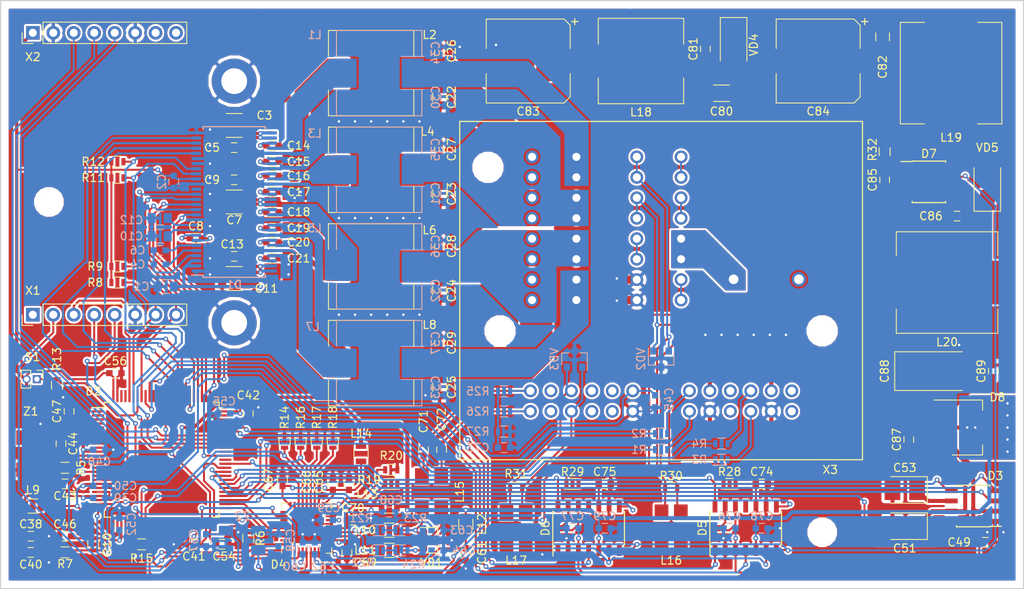
<source format=kicad_pcb>
(kicad_pcb (version 4) (host pcbnew 4.0.7-e2-6376~58~ubuntu16.04.1)
  (layers (0 F.Cu signal) (31 B.Cu signal) (34 B.Paste user) (35 F.Paste user) (36 B.SilkS user) (37 F.SilkS user) (38 B.Mask user) (39 F.Mask user) (44 Edge.Cuts user))
  (net 0 "")
  (net 1 +12VA)
  (net 2 GND)
  (net 3 +3V3)
  (net 4 "Net-(C4-Pad1)")
  (net 5 "Net-(C4-Pad2)")
  (net 6 "Net-(C6-Pad1)")
  (net 7 "Net-(C8-Pad1)")
  (net 8 "Net-(C8-Pad2)")
  (net 9 "Net-(C10-Pad1)")
  (net 10 "Net-(C12-Pad1)")
  (net 11 "Net-(C14-Pad1)")
  (net 12 "Net-(C14-Pad2)")
  (net 13 "Net-(C15-Pad1)")
  (net 14 "Net-(C15-Pad2)")
  (net 15 "Net-(C16-Pad1)")
  (net 16 "Net-(C16-Pad2)")
  (net 17 "Net-(C17-Pad1)")
  (net 18 "Net-(C17-Pad2)")
  (net 19 "Net-(C18-Pad1)")
  (net 20 "Net-(C18-Pad2)")
  (net 21 "Net-(C19-Pad1)")
  (net 22 "Net-(C19-Pad2)")
  (net 23 "Net-(C20-Pad1)")
  (net 24 "Net-(C20-Pad2)")
  (net 25 "Net-(C21-Pad1)")
  (net 26 "Net-(C21-Pad2)")
  (net 27 /Amplifier/OUT1+)
  (net 28 /Amplifier/OUT2+)
  (net 29 /Amplifier/OUT3+)
  (net 30 /Amplifier/OUT4+)
  (net 31 /Amplifier/OUT1-)
  (net 32 /Amplifier/OUT2-)
  (net 33 /Amplifier/OUT3-)
  (net 34 /Amplifier/OUT4-)
  (net 35 /Controller/VREF)
  (net 36 "Net-(C41-Pad1)")
  (net 37 "Net-(C42-Pad1)")
  (net 38 "Net-(C43-Pad1)")
  (net 39 "Net-(C44-Pad1)")
  (net 40 /Controller/KEYS)
  (net 41 /Controller/ADIN4)
  (net 42 +5V)
  (net 43 /Controller/USB1_VBUS)
  (net 44 /Controller/USB2_VBUS)
  (net 45 "Net-(C57-Pad1)")
  (net 46 "Net-(C58-Pad1)")
  (net 47 "Net-(C59-Pad1)")
  (net 48 "Net-(C60-Pad1)")
  (net 49 "Net-(C61-Pad1)")
  (net 50 "Net-(C63-Pad1)")
  (net 51 "Net-(C64-Pad1)")
  (net 52 "Net-(C65-Pad1)")
  (net 53 "Net-(C68-Pad1)")
  (net 54 /Ethernet/DA+)
  (net 55 "Net-(C71-Pad1)")
  (net 56 /Ethernet/DA-)
  (net 57 "Net-(C72-Pad1)")
  (net 58 "Net-(C73-Pad1)")
  (net 59 "Net-(C74-Pad1)")
  (net 60 "Net-(C75-Pad1)")
  (net 61 /Power/VIN)
  (net 62 "Net-(C82-Pad1)")
  (net 63 +12V)
  (net 64 "Net-(C85-Pad2)")
  (net 65 "Net-(C85-Pad1)")
  (net 66 "Net-(C86-Pad2)")
  (net 67 "Net-(C86-Pad1)")
  (net 68 /Controller/AOUT_MCK)
  (net 69 /Controller/AOUT_SCLK)
  (net 70 /Controller/AOUT_FS)
  (net 71 /Controller/AOUT_SD1)
  (net 72 /Controller/AOUT_SD2)
  (net 73 /Controller/AOUT_SCL)
  (net 74 /Controller/AOUT_SDA)
  (net 75 /Controller/AOUT_STBY)
  (net 76 /Controller/AOUT_MUTE)
  (net 77 /Controller/AOUT_FAULT)
  (net 78 /Controller/AOUT_WARN)
  (net 79 "Net-(D2-Pad13)")
  (net 80 /Controller/MDC)
  (net 81 /Controller/RADIO_SD2)
  (net 82 /Controller/RADIO_SD1)
  (net 83 /Controller/REFCLK)
  (net 84 /Controller/MDIO)
  (net 85 /Controller/CRSDV)
  (net 86 /Controller/RXD0)
  (net 87 /Controller/RXD1)
  (net 88 /Controller/ETH_WAKE)
  (net 89 /Controller/RADIO_SCLK)
  (net 90 /Controller/TXEN)
  (net 91 /Controller/TXD0)
  (net 92 /Controller/TXD1)
  (net 93 "Net-(D2-Pad53)")
  (net 94 "Net-(D2-Pad54)")
  (net 95 /Controller/USB1EN)
  (net 96 /Controller/USB2EN)
  (net 97 /Controller/USB1OC)
  (net 98 /Controller/USB2OC)
  (net 99 /Controller/RADIO_RX)
  (net 100 /Controller/RADIO_TX)
  (net 101 "Net-(D2-Pad70)")
  (net 102 "Net-(D2-Pad71)")
  (net 103 /CAN/CAN1RX)
  (net 104 /CAN/CAN1TX)
  (net 105 /Controller/CAN_EN)
  (net 106 /Controller/CAN_STBN)
  (net 107 /Controller/CAN1ERR)
  (net 108 /Controller/CAN2ERR)
  (net 109 /Controller/RADIO_RESET)
  (net 110 /Controller/ETH_RESET)
  (net 111 /CAN/CAN2RX)
  (net 112 /CAN/CAN2TX)
  (net 113 /Controller/RADIO_SDA)
  (net 114 /Controller/BOOT0)
  (net 115 /Controller/RADIO_SCL)
  (net 116 /Controller/RADIO_FS)
  (net 117 /Power/EN)
  (net 118 "Net-(D4-Pad12)")
  (net 119 "Net-(D4-Pad13)")
  (net 120 "Net-(D4-Pad17)")
  (net 121 "Net-(D4-Pad21)")
  (net 122 "Net-(D4-Pad22)")
  (net 123 "Net-(D5-Pad12)")
  (net 124 "Net-(D5-Pad13)")
  (net 125 "Net-(D6-Pad12)")
  (net 126 "Net-(D6-Pad13)")
  (net 127 "Net-(L10-Pad2)")
  (net 128 "Net-(L11-Pad2)")
  (net 129 /CAN/CAN1H)
  (net 130 /CAN/CAN1L)
  (net 131 /CAN/CAN2H)
  (net 132 /CAN/CAN2L)
  (net 133 /Controller/USB1_DM)
  (net 134 /Controller/USB1_DP)
  (net 135 /Controller/USB2_DM)
  (net 136 /Controller/USB2_DP)
  (net 137 "Net-(X3-PadA11)")
  (net 138 "Net-(X3-PadA13)")
  (net 139 "Net-(X3-PadA14)")
  (net 140 "Net-(X3-PadA16)")
  (net 141 "Net-(X3-PadA15)")
  (module Housings_DFN_QFN:QFN-36-1EP_6x6mm_Pitch0.5mm (layer F.Cu) (at 111 115.5 90)
    (fp_text reference D4 (at -4.5 -3.5 180) (layer F.SilkS))
    (fp_text value TJA1100)
    (pad 1 smd rect (at -2.825 -2 90) (size 0.9 0.28) (layers F.Cu F.Paste F.Mask) (net 80 /Controller/MDC))
    (pad 2 smd rect (at -2.825 -1.5 90) (size 0.9 0.28) (layers F.Cu F.Paste F.Mask))
    (pad 3 smd rect (at -2.825 -1 90) (size 0.9 0.28) (layers F.Cu F.Paste F.Mask) (net 110 /Controller/ETH_RESET))
    (pad 4 smd rect (at -2.825 -0.5 90) (size 0.9 0.28) (layers F.Cu F.Paste F.Mask) (net 48 "Net-(C60-Pad1)"))
    (pad 5 smd rect (at -2.825 0 90) (size 0.9 0.28) (layers F.Cu F.Paste F.Mask) (net 45 "Net-(C57-Pad1)"))
    (pad 6 smd rect (at -2.825 0.5 90) (size 0.9 0.28) (layers F.Cu F.Paste F.Mask) (net 46 "Net-(C58-Pad1)"))
    (pad 7 smd rect (at -2.825 1 90) (size 0.9 0.28) (layers F.Cu F.Paste F.Mask) (net 49 "Net-(C61-Pad1)"))
    (pad 8 smd rect (at -2.825 1.5 90) (size 0.9 0.28) (layers F.Cu F.Paste F.Mask) (net 88 /Controller/ETH_WAKE))
    (pad 9 smd rect (at -2.825 2 90) (size 0.9 0.28) (layers F.Cu F.Paste F.Mask) (net 63 +12V))
    (pad 10 smd rect (at -2 2.825 180) (size 0.9 0.28) (layers F.Cu F.Paste F.Mask) (net 117 /Power/EN))
    (pad 11 smd rect (at -1.5 2.825 180) (size 0.9 0.28) (layers F.Cu F.Paste F.Mask) (net 53 "Net-(C68-Pad1)"))
    (pad 12 smd rect (at -1 2.825 180) (size 0.9 0.28) (layers F.Cu F.Paste F.Mask) (net 118 "Net-(D4-Pad12)"))
    (pad 13 smd rect (at -0.5 2.825 180) (size 0.9 0.28) (layers F.Cu F.Paste F.Mask) (net 119 "Net-(D4-Pad13)"))
    (pad 14 smd rect (at 0 2.825 180) (size 0.9 0.28) (layers F.Cu F.Paste F.Mask) (net 53 "Net-(C68-Pad1)"))
    (pad 15 smd rect (at 0.5 2.825 180) (size 0.9 0.28) (layers F.Cu F.Paste F.Mask) (net 2 GND))
    (pad 16 smd rect (at 1 2.825 180) (size 0.9 0.28) (layers F.Cu F.Paste F.Mask) (net 47 "Net-(C59-Pad1)"))
    (pad 17 smd rect (at 1.5 2.825 180) (size 0.9 0.28) (layers F.Cu F.Paste F.Mask) (net 120 "Net-(D4-Pad17)"))
    (pad 18 smd rect (at 2 2.825 180) (size 0.9 0.28) (layers F.Cu F.Paste F.Mask) (net 85 /Controller/CRSDV))
    (pad 19 smd rect (at 2.825 2 90) (size 0.9 0.28) (layers F.Cu F.Paste F.Mask) (net 52 "Net-(C65-Pad1)"))
    (pad 20 smd rect (at 2.825 1.5 90) (size 0.9 0.28) (layers F.Cu F.Paste F.Mask) (net 2 GND))
    (pad 21 smd rect (at 2.825 1 90) (size 0.9 0.28) (layers F.Cu F.Paste F.Mask) (net 121 "Net-(D4-Pad21)"))
    (pad 22 smd rect (at 2.825 0.5 90) (size 0.9 0.28) (layers F.Cu F.Paste F.Mask) (net 122 "Net-(D4-Pad22)"))
    (pad 23 smd rect (at 2.825 0 90) (size 0.9 0.28) (layers F.Cu F.Paste F.Mask) (net 87 /Controller/RXD1))
    (pad 24 smd rect (at 2.825 -0.5 90) (size 0.9 0.28) (layers F.Cu F.Paste F.Mask) (net 86 /Controller/RXD0))
    (pad 25 smd rect (at 2.825 -1 90) (size 0.9 0.28) (layers F.Cu F.Paste F.Mask) (net 83 /Controller/REFCLK))
    (pad 26 smd rect (at 2.825 -1.5 90) (size 0.9 0.28) (layers F.Cu F.Paste F.Mask) (net 2 GND))
    (pad 27 smd rect (at 2.825 -2 90) (size 0.9 0.28) (layers F.Cu F.Paste F.Mask) (net 52 "Net-(C65-Pad1)"))
    (pad 28 smd rect (at 2 -2.825 180) (size 0.9 0.28) (layers F.Cu F.Paste F.Mask))
    (pad 29 smd rect (at 1.5 -2.825 180) (size 0.9 0.28) (layers F.Cu F.Paste F.Mask) (net 90 /Controller/TXEN))
    (pad 30 smd rect (at 1 -2.825 180) (size 0.9 0.28) (layers F.Cu F.Paste F.Mask))
    (pad 31 smd rect (at 0.5 -2.825 180) (size 0.9 0.28) (layers F.Cu F.Paste F.Mask))
    (pad 32 smd rect (at 0 -2.825 180) (size 0.9 0.28) (layers F.Cu F.Paste F.Mask) (net 92 /Controller/TXD1))
    (pad 33 smd rect (at -0.5 -2.825 180) (size 0.9 0.28) (layers F.Cu F.Paste F.Mask) (net 91 /Controller/TXD0))
    (pad 34 smd rect (at -1 -2.825 180) (size 0.9 0.28) (layers F.Cu F.Paste F.Mask))
    (pad 35 smd rect (at -1.5 -2.825 180) (size 0.9 0.28) (layers F.Cu F.Paste F.Mask))
    (pad 36 smd rect (at -2 -2.825 180) (size 0.9 0.28) (layers F.Cu F.Paste F.Mask) (net 84 /Controller/MDIO))
    (pad 37 smd rect (at 0 0 90) (size 3.7 3.7) (layers F.Cu F.Mask) (net 2 GND))
  )
  (module Mounting_Holes:MountingHole_3.2mm_M3 (layer F.Cu) (at 79 75)
    (fp_text reference REF** hide)
    (fp_text value MountingHole_3.2mm_M3)
    (pad 1 np_thru_hole circle (at 0 0) (size 3.2 3.2) (drill 3.2) (layers *.Cu *.Mask))
  )
  (module Capacitors_SMD:C_0805 (layer B.Cu) (at 93.5 85.5 180)
    (fp_text reference C1 (at 3 0 180) (layer B.SilkS) (effects (justify mirror)))
    (fp_text value 1.0)
    (pad 1 smd rect (at -1 0 180) (size 1 1.25) (layers B.Cu B.Paste B.Mask) (net 1 +12VA))
    (pad 2 smd rect (at 1 0 180) (size 1 1.25) (layers B.Cu B.Paste B.Mask) (net 2 GND))
  )
  (module Capacitors_SMD:C_0603 (layer B.Cu) (at 94.5 72.5 270)
    (fp_text reference C2 (at 0 1.5 270) (layer B.SilkS) (effects (justify mirror)))
    (fp_text value 0.1)
    (pad 2 smd rect (at 0.75 0 270) (size 0.8 0.75) (layers B.Cu B.Paste B.Mask) (net 2 GND))
    (pad 1 smd rect (at -0.75 0 270) (size 0.8 0.75) (layers B.Cu B.Paste B.Mask) (net 3 +3V3))
  )
  (module Capacitors_SMD:C_1210 (layer F.Cu) (at 102 65.5 180)
    (fp_text reference C3 (at -3.75 1.25 180) (layer F.SilkS))
    (fp_text value 10.0)
    (pad 1 smd rect (at -1.5 0 180) (size 1 2.5) (layers F.Cu F.Paste F.Mask) (net 1 +12VA))
    (pad 2 smd rect (at 1.5 0 180) (size 1 2.5) (layers F.Cu F.Paste F.Mask) (net 2 GND))
  )
  (module Capacitors_SMD:C_0603 (layer F.Cu) (at 102 68.25 180)
    (fp_text reference C5 (at 2.75 0 180) (layer F.SilkS))
    (fp_text value 0.1)
    (pad 2 smd rect (at 0.75 0 180) (size 0.8 0.75) (layers F.Cu F.Paste F.Mask) (net 2 GND))
    (pad 1 smd rect (at -0.75 0 180) (size 0.8 0.75) (layers F.Cu F.Paste F.Mask) (net 1 +12VA))
  )
  (module Capacitors_SMD:C_1210 (layer F.Cu) (at 102 75 180)
    (fp_text reference C7 (at 0 -2.25 180) (layer F.SilkS))
    (fp_text value 10.0)
    (pad 1 smd rect (at -1.5 0 180) (size 1 2.5) (layers F.Cu F.Paste F.Mask) (net 1 +12VA))
    (pad 2 smd rect (at 1.5 0 180) (size 1 2.5) (layers F.Cu F.Paste F.Mask) (net 2 GND))
  )
  (module Capacitors_SMD:C_0603 (layer F.Cu) (at 102 72.25 180)
    (fp_text reference C9 (at 2.75 0 180) (layer F.SilkS))
    (fp_text value 0.1)
    (pad 2 smd rect (at 0.75 0 180) (size 0.8 0.75) (layers F.Cu F.Paste F.Mask) (net 2 GND))
    (pad 1 smd rect (at -0.75 0 180) (size 0.8 0.75) (layers F.Cu F.Paste F.Mask) (net 1 +12VA))
  )
  (module Capacitors_SMD:C_0805 (layer B.Cu) (at 92.75 79.25 180)
    (fp_text reference C10 (at 3.5 0 180) (layer B.SilkS) (effects (justify mirror)))
    (fp_text value 2.2)
    (pad 1 smd rect (at -1 0 180) (size 1 1.25) (layers B.Cu B.Paste B.Mask) (net 9 "Net-(C10-Pad1)"))
    (pad 2 smd rect (at 1 0 180) (size 1 1.25) (layers B.Cu B.Paste B.Mask) (net 2 GND))
  )
  (module Capacitors_SMD:C_1210 (layer F.Cu) (at 102 84.5 180)
    (fp_text reference C11 (at -4 -1.25 180) (layer F.SilkS))
    (fp_text value 10.0)
    (pad 1 smd rect (at -1.5 0 180) (size 1 2.5) (layers F.Cu F.Paste F.Mask) (net 1 +12VA))
    (pad 2 smd rect (at 1.5 0 180) (size 1 2.5) (layers F.Cu F.Paste F.Mask) (net 2 GND))
  )
  (module Capacitors_SMD:C_0805 (layer B.Cu) (at 92.75 77 180)
    (fp_text reference C12 (at 3.5 -0.25 180) (layer B.SilkS) (effects (justify mirror)))
    (fp_text value 2.2)
    (pad 1 smd rect (at -1 0 180) (size 1 1.25) (layers B.Cu B.Paste B.Mask) (net 10 "Net-(C12-Pad1)"))
    (pad 2 smd rect (at 1 0 180) (size 1 1.25) (layers B.Cu B.Paste B.Mask) (net 2 GND))
  )
  (module Capacitors_SMD:C_0603 (layer F.Cu) (at 102 81.75 180)
    (fp_text reference C13 (at 0.25 1.5 180) (layer F.SilkS))
    (fp_text value 0.1)
    (pad 2 smd rect (at 0.75 0 180) (size 0.8 0.75) (layers F.Cu F.Paste F.Mask) (net 2 GND))
    (pad 1 smd rect (at -0.75 0 180) (size 0.8 0.75) (layers F.Cu F.Paste F.Mask) (net 1 +12VA))
  )
  (module Capacitors_SMD:C_0805 (layer F.Cu) (at 127.5 62 270)
    (fp_text reference C22 (at 0 -1.5 270) (layer F.SilkS))
    (fp_text value 1.0)
    (pad 1 smd rect (at -1 0 270) (size 1 1.25) (layers F.Cu F.Paste F.Mask) (net 27 /Amplifier/OUT1+))
    (pad 2 smd rect (at 1 0 270) (size 1 1.25) (layers F.Cu F.Paste F.Mask) (net 2 GND))
  )
  (module Capacitors_SMD:C_0805 (layer F.Cu) (at 127.5 74 270)
    (fp_text reference C23 (at 0 -1.5 270) (layer F.SilkS))
    (fp_text value 1.0)
    (pad 1 smd rect (at -1 0 270) (size 1 1.25) (layers F.Cu F.Paste F.Mask) (net 28 /Amplifier/OUT2+))
    (pad 2 smd rect (at 1 0 270) (size 1 1.25) (layers F.Cu F.Paste F.Mask) (net 2 GND))
  )
  (module Capacitors_SMD:C_0805 (layer F.Cu) (at 127.5 86 270)
    (fp_text reference C24 (at 0 -1.5 270) (layer F.SilkS))
    (fp_text value 1.0)
    (pad 1 smd rect (at -1 0 270) (size 1 1.25) (layers F.Cu F.Paste F.Mask) (net 29 /Amplifier/OUT3+))
    (pad 2 smd rect (at 1 0 270) (size 1 1.25) (layers F.Cu F.Paste F.Mask) (net 2 GND))
  )
  (module Capacitors_SMD:C_0805 (layer F.Cu) (at 127.5 98 270)
    (fp_text reference C25 (at 0 -1.5 270) (layer F.SilkS))
    (fp_text value 1.0)
    (pad 1 smd rect (at -1 0 270) (size 1 1.25) (layers F.Cu F.Paste F.Mask) (net 30 /Amplifier/OUT4+))
    (pad 2 smd rect (at 1 0 270) (size 1 1.25) (layers F.Cu F.Paste F.Mask) (net 2 GND))
  )
  (module Capacitors_SMD:C_0603 (layer F.Cu) (at 127.5 56.5 90)
    (fp_text reference C26 (at 0.25 1.5 90) (layer F.SilkS))
    (fp_text value 0.01)
    (pad 2 smd rect (at 0.75 0 90) (size 0.8 0.75) (layers F.Cu F.Paste F.Mask) (net 2 GND))
    (pad 1 smd rect (at -0.75 0 90) (size 0.8 0.75) (layers F.Cu F.Paste F.Mask) (net 27 /Amplifier/OUT1+))
  )
  (module Capacitors_SMD:C_0603 (layer F.Cu) (at 127.5 68.5 90)
    (fp_text reference C27 (at 0 1.5 90) (layer F.SilkS))
    (fp_text value 0.01)
    (pad 2 smd rect (at 0.75 0 90) (size 0.8 0.75) (layers F.Cu F.Paste F.Mask) (net 2 GND))
    (pad 1 smd rect (at -0.75 0 90) (size 0.8 0.75) (layers F.Cu F.Paste F.Mask) (net 28 /Amplifier/OUT2+))
  )
  (module Capacitors_SMD:C_0603 (layer F.Cu) (at 127.5 80.5 90)
    (fp_text reference C28 (at 0 1.5 90) (layer F.SilkS))
    (fp_text value 0.01)
    (pad 2 smd rect (at 0.75 0 90) (size 0.8 0.75) (layers F.Cu F.Paste F.Mask) (net 2 GND))
    (pad 1 smd rect (at -0.75 0 90) (size 0.8 0.75) (layers F.Cu F.Paste F.Mask) (net 29 /Amplifier/OUT3+))
  )
  (module Capacitors_SMD:C_0603 (layer F.Cu) (at 127.5 92.5 90)
    (fp_text reference C29 (at 0 1.5 90) (layer F.SilkS))
    (fp_text value 0.01)
    (pad 2 smd rect (at 0.75 0 90) (size 0.8 0.75) (layers F.Cu F.Paste F.Mask) (net 2 GND))
    (pad 1 smd rect (at -0.75 0 90) (size 0.8 0.75) (layers F.Cu F.Paste F.Mask) (net 30 /Amplifier/OUT4+))
  )
  (module Capacitors_SMD:C_0805 (layer B.Cu) (at 128.5 62 270)
    (fp_text reference C30 (at 0 1.5 270) (layer B.SilkS) (effects (justify mirror)))
    (fp_text value 1.0)
    (pad 1 smd rect (at -1 0 270) (size 1 1.25) (layers B.Cu B.Paste B.Mask) (net 31 /Amplifier/OUT1-))
    (pad 2 smd rect (at 1 0 270) (size 1 1.25) (layers B.Cu B.Paste B.Mask) (net 2 GND))
  )
  (module Capacitors_SMD:C_0805 (layer B.Cu) (at 128.5 74 270)
    (fp_text reference C31 (at 0 1.5 270) (layer B.SilkS) (effects (justify mirror)))
    (fp_text value 1.0)
    (pad 1 smd rect (at -1 0 270) (size 1 1.25) (layers B.Cu B.Paste B.Mask) (net 32 /Amplifier/OUT2-))
    (pad 2 smd rect (at 1 0 270) (size 1 1.25) (layers B.Cu B.Paste B.Mask) (net 2 GND))
  )
  (module Capacitors_SMD:C_0805 (layer B.Cu) (at 128.5 86 270)
    (fp_text reference C32 (at 0 1.5 270) (layer B.SilkS) (effects (justify mirror)))
    (fp_text value 1.0)
    (pad 1 smd rect (at -1 0 270) (size 1 1.25) (layers B.Cu B.Paste B.Mask) (net 33 /Amplifier/OUT3-))
    (pad 2 smd rect (at 1 0 270) (size 1 1.25) (layers B.Cu B.Paste B.Mask) (net 2 GND))
  )
  (module Capacitors_SMD:C_0805 (layer B.Cu) (at 128.5 98 270)
    (fp_text reference C33 (at 0 1.5 270) (layer B.SilkS) (effects (justify mirror)))
    (fp_text value 1.0)
    (pad 1 smd rect (at -1 0 270) (size 1 1.25) (layers B.Cu B.Paste B.Mask) (net 34 /Amplifier/OUT4-))
    (pad 2 smd rect (at 1 0 270) (size 1 1.25) (layers B.Cu B.Paste B.Mask) (net 2 GND))
  )
  (module Capacitors_SMD:C_0603 (layer B.Cu) (at 128.5 56.5 90)
    (fp_text reference C34 (at 0 -1.5 90) (layer B.SilkS) (effects (justify mirror)))
    (fp_text value 0.01)
    (pad 2 smd rect (at 0.75 0 90) (size 0.8 0.75) (layers B.Cu B.Paste B.Mask) (net 2 GND))
    (pad 1 smd rect (at -0.75 0 90) (size 0.8 0.75) (layers B.Cu B.Paste B.Mask) (net 31 /Amplifier/OUT1-))
  )
  (module Capacitors_SMD:C_0603 (layer B.Cu) (at 128.5 68.5 90)
    (fp_text reference C35 (at 0 -1.5 90) (layer B.SilkS) (effects (justify mirror)))
    (fp_text value 0.01)
    (pad 2 smd rect (at 0.75 0 90) (size 0.8 0.75) (layers B.Cu B.Paste B.Mask) (net 2 GND))
    (pad 1 smd rect (at -0.75 0 90) (size 0.8 0.75) (layers B.Cu B.Paste B.Mask) (net 32 /Amplifier/OUT2-))
  )
  (module Capacitors_SMD:C_0603 (layer B.Cu) (at 128.5 80.5 90)
    (fp_text reference C36 (at 0 -1.5 90) (layer B.SilkS) (effects (justify mirror)))
    (fp_text value 0.01)
    (pad 2 smd rect (at 0.75 0 90) (size 0.8 0.75) (layers B.Cu B.Paste B.Mask) (net 2 GND))
    (pad 1 smd rect (at -0.75 0 90) (size 0.8 0.75) (layers B.Cu B.Paste B.Mask) (net 33 /Amplifier/OUT3-))
  )
  (module Capacitors_SMD:C_0603 (layer B.Cu) (at 128.5 92.5 90)
    (fp_text reference C37 (at 0 -1.5 90) (layer B.SilkS) (effects (justify mirror)))
    (fp_text value 0.01)
    (pad 2 smd rect (at 0.75 0 90) (size 0.8 0.75) (layers B.Cu B.Paste B.Mask) (net 2 GND))
    (pad 1 smd rect (at -0.75 0 90) (size 0.8 0.75) (layers B.Cu B.Paste B.Mask) (net 34 /Amplifier/OUT4-))
  )
  (module Capacitors_SMD:C_0603 (layer F.Cu) (at 76.75 116.5)
    (fp_text reference C38 (at 0 -1.5) (layer F.SilkS))
    (fp_text value 1.0)
    (pad 2 smd rect (at 0.75 0) (size 0.8 0.75) (layers F.Cu F.Paste F.Mask) (net 2 GND))
    (pad 1 smd rect (at -0.75 0) (size 0.8 0.75) (layers F.Cu F.Paste F.Mask) (net 35 /Controller/VREF))
  )
  (module Capacitors_SMD:C_0603 (layer B.Cu) (at 85.25 111.75)
    (fp_text reference C39 (at 3.25 0) (layer B.SilkS) (effects (justify mirror)))
    (fp_text value 0.1)
    (pad 2 smd rect (at 0.75 0) (size 0.8 0.75) (layers B.Cu B.Paste B.Mask) (net 2 GND))
    (pad 1 smd rect (at -0.75 0) (size 0.8 0.75) (layers B.Cu B.Paste B.Mask) (net 35 /Controller/VREF))
  )
  (module Capacitors_SMD:C_0603 (layer F.Cu) (at 76.75 118.5 180)
    (fp_text reference C40 (at 0 -1.5 180) (layer F.SilkS))
    (fp_text value 0.1)
    (pad 2 smd rect (at 0.75 0 180) (size 0.8 0.75) (layers F.Cu F.Paste F.Mask) (net 2 GND))
    (pad 1 smd rect (at -0.75 0 180) (size 0.8 0.75) (layers F.Cu F.Paste F.Mask) (net 35 /Controller/VREF))
  )
  (module Capacitors_SMD:C_0603 (layer F.Cu) (at 97 117.5 180)
    (fp_text reference C41 (at 0 -1.5 180) (layer F.SilkS))
    (fp_text value 2.2)
    (pad 2 smd rect (at 0.75 0 180) (size 0.8 0.75) (layers F.Cu F.Paste F.Mask) (net 2 GND))
    (pad 1 smd rect (at -0.75 0 180) (size 0.8 0.75) (layers F.Cu F.Paste F.Mask) (net 36 "Net-(C41-Pad1)"))
  )
  (module Capacitors_SMD:C_0603 (layer F.Cu) (at 103.75 101.25 90)
    (fp_text reference C42 (at 2.25 0 180) (layer F.SilkS))
    (fp_text value 2.2)
    (pad 2 smd rect (at 0.75 0 90) (size 0.8 0.75) (layers F.Cu F.Paste F.Mask) (net 2 GND))
    (pad 1 smd rect (at -0.75 0 90) (size 0.8 0.75) (layers F.Cu F.Paste F.Mask) (net 37 "Net-(C42-Pad1)"))
  )
  (module Capacitors_SMD:C_0603 (layer F.Cu) (at 81 110)
    (fp_text reference C43 (at 0 1.5) (layer F.SilkS))
    (fp_text value 20)
    (pad 2 smd rect (at 0.75 0) (size 0.8 0.75) (layers F.Cu F.Paste F.Mask) (net 2 GND))
    (pad 1 smd rect (at -0.75 0) (size 0.8 0.75) (layers F.Cu F.Paste F.Mask) (net 38 "Net-(C43-Pad1)"))
  )
  (module Capacitors_SMD:C_0603 (layer F.Cu) (at 80.5 105 90)
    (fp_text reference C44 (at 0 1.5 90) (layer F.SilkS))
    (fp_text value 20)
    (pad 2 smd rect (at 0.75 0 90) (size 0.8 0.75) (layers F.Cu F.Paste F.Mask) (net 2 GND))
    (pad 1 smd rect (at -0.75 0 90) (size 0.8 0.75) (layers F.Cu F.Paste F.Mask) (net 39 "Net-(C44-Pad1)"))
  )
  (module Capacitors_SMD:C_0603 (layer B.Cu) (at 154.25 99.75 270)
    (fp_text reference C45 (at -0.25 -1.75 270) (layer B.SilkS) (effects (justify mirror)))
    (fp_text value 0.01)
    (pad 2 smd rect (at 0.75 0 270) (size 0.8 0.75) (layers B.Cu B.Paste B.Mask) (net 2 GND))
    (pad 1 smd rect (at -0.75 0 270) (size 0.8 0.75) (layers B.Cu B.Paste B.Mask) (net 40 /Controller/KEYS))
  )
  (module Capacitors_SMD:C_0603 (layer F.Cu) (at 81 116.5 180)
    (fp_text reference C46 (at 0 1.5 180) (layer F.SilkS))
    (fp_text value C)
    (pad 2 smd rect (at 0.75 0 180) (size 0.8 0.75) (layers F.Cu F.Paste F.Mask) (net 2 GND))
    (pad 1 smd rect (at -0.75 0 180) (size 0.8 0.75) (layers F.Cu F.Paste F.Mask) (net 41 /Controller/ADIN4))
  )
  (module Capacitors_SMD:C_0603 (layer F.Cu) (at 81.5 101 90)
    (fp_text reference C47 (at 0 -1.5 90) (layer F.SilkS))
    (fp_text value 0.1)
    (pad 2 smd rect (at 0.75 0 90) (size 0.8 0.75) (layers F.Cu F.Paste F.Mask) (net 2 GND))
    (pad 1 smd rect (at -0.75 0 90) (size 0.8 0.75) (layers F.Cu F.Paste F.Mask) (net 3 +3V3))
  )
  (module Capacitors_SMD:C_0603 (layer B.Cu) (at 85.25 105.75)
    (fp_text reference C48 (at 0 1.5) (layer B.SilkS) (effects (justify mirror)))
    (fp_text value 0.1)
    (pad 2 smd rect (at 0.75 0) (size 0.8 0.75) (layers B.Cu B.Paste B.Mask) (net 2 GND))
    (pad 1 smd rect (at -0.75 0) (size 0.8 0.75) (layers B.Cu B.Paste B.Mask) (net 3 +3V3))
  )
  (module Capacitors_SMD:C_0603 (layer F.Cu) (at 195.25 117.25)
    (fp_text reference C49 (at -3.25 0) (layer F.SilkS))
    (fp_text value 0.1)
    (pad 2 smd rect (at 0.75 0) (size 0.8 0.75) (layers F.Cu F.Paste F.Mask) (net 2 GND))
    (pad 1 smd rect (at -0.75 0) (size 0.8 0.75) (layers F.Cu F.Paste F.Mask) (net 42 +5V))
  )
  (module Capacitors_SMD:C_0603 (layer B.Cu) (at 85.25 110.25)
    (fp_text reference C50 (at 3.25 0) (layer B.SilkS) (effects (justify mirror)))
    (fp_text value 0.1)
    (pad 2 smd rect (at 0.75 0) (size 0.8 0.75) (layers B.Cu B.Paste B.Mask) (net 2 GND))
    (pad 1 smd rect (at -0.75 0) (size 0.8 0.75) (layers B.Cu B.Paste B.Mask) (net 3 +3V3))
  )
  (module Capacitors_Tantalum_SMD:CP_Tantalum_Case-B_EIA-3528-21_Reflow (layer F.Cu) (at 185.25 115.25 180)
    (fp_text reference C51 (at 0 -2.75 180) (layer F.SilkS))
    (fp_text value 33uF)
    (pad 1 smd rect (at -1.525 0 180) (size 1.95 2.5) (layers F.Cu F.Paste F.Mask) (net 43 /Controller/USB1_VBUS))
    (pad 2 smd rect (at 1.525 0 180) (size 1.95 2.5) (layers F.Cu F.Paste F.Mask) (net 2 GND))
  )
  (module Capacitors_SMD:C_0603 (layer B.Cu) (at 87.75 115 90)
    (fp_text reference C52 (at 0 1.5 90) (layer B.SilkS) (effects (justify mirror)))
    (fp_text value 0.1)
    (pad 2 smd rect (at 0.75 0 90) (size 0.8 0.75) (layers B.Cu B.Paste B.Mask) (net 2 GND))
    (pad 1 smd rect (at -0.75 0 90) (size 0.8 0.75) (layers B.Cu B.Paste B.Mask) (net 3 +3V3))
  )
  (module Capacitors_Tantalum_SMD:CP_Tantalum_Case-B_EIA-3528-21_Reflow (layer F.Cu) (at 185.25 110.75 180)
    (fp_text reference C53 (at 0 2.75 180) (layer F.SilkS))
    (fp_text value 33uF)
    (pad 1 smd rect (at -1.525 0 180) (size 1.95 2.5) (layers F.Cu F.Paste F.Mask) (net 44 /Controller/USB2_VBUS))
    (pad 2 smd rect (at 1.525 0 180) (size 1.95 2.5) (layers F.Cu F.Paste F.Mask) (net 2 GND))
  )
  (module Capacitors_SMD:C_0603 (layer F.Cu) (at 100.5 117.5)
    (fp_text reference C54 (at 0.25 1.5) (layer F.SilkS))
    (fp_text value 0.1)
    (pad 2 smd rect (at 0.75 0) (size 0.8 0.75) (layers F.Cu F.Paste F.Mask) (net 2 GND))
    (pad 1 smd rect (at -0.75 0) (size 0.8 0.75) (layers F.Cu F.Paste F.Mask) (net 3 +3V3))
  )
  (module Capacitors_SMD:C_0603 (layer B.Cu) (at 100.75 101.25 180)
    (fp_text reference C55 (at 0 1.5 180) (layer B.SilkS) (effects (justify mirror)))
    (fp_text value 0.1)
    (pad 2 smd rect (at 0.75 0 180) (size 0.8 0.75) (layers B.Cu B.Paste B.Mask) (net 2 GND))
    (pad 1 smd rect (at -0.75 0 180) (size 0.8 0.75) (layers B.Cu B.Paste B.Mask) (net 3 +3V3))
  )
  (module Capacitors_SMD:C_0603 (layer F.Cu) (at 87.25 96.25)
    (fp_text reference C56 (at 0 -1.5) (layer F.SilkS))
    (fp_text value 0.1)
    (pad 2 smd rect (at 0.75 0) (size 0.8 0.75) (layers F.Cu F.Paste F.Mask) (net 2 GND))
    (pad 1 smd rect (at -0.75 0) (size 0.8 0.75) (layers F.Cu F.Paste F.Mask) (net 3 +3V3))
  )
  (module Capacitors_SMD:C_0603 (layer B.Cu) (at 98.5 117 270)
    (fp_text reference C57 (at 0 1.5 270) (layer B.SilkS) (effects (justify mirror)))
    (fp_text value C)
    (pad 2 smd rect (at 0.75 0 270) (size 0.8 0.75) (layers B.Cu B.Paste B.Mask) (net 2 GND))
    (pad 1 smd rect (at -0.75 0 270) (size 0.8 0.75) (layers B.Cu B.Paste B.Mask) (net 45 "Net-(C57-Pad1)"))
  )
  (module Capacitors_SMD:C_0603 (layer B.Cu) (at 107.5 117 90)
    (fp_text reference C58 (at 0 1.5 90) (layer B.SilkS) (effects (justify mirror)))
    (fp_text value C)
    (pad 2 smd rect (at 0.75 0 90) (size 0.8 0.75) (layers B.Cu B.Paste B.Mask) (net 2 GND))
    (pad 1 smd rect (at -0.75 0 90) (size 0.8 0.75) (layers B.Cu B.Paste B.Mask) (net 46 "Net-(C58-Pad1)"))
  )
  (module Capacitors_SMD:C_0603 (layer B.Cu) (at 113.5 114.5 180)
    (fp_text reference C59 (at -0.25 1.5 180) (layer B.SilkS) (effects (justify mirror)))
    (fp_text value 0.47)
    (pad 2 smd rect (at 0.75 0 180) (size 0.8 0.75) (layers B.Cu B.Paste B.Mask) (net 2 GND))
    (pad 1 smd rect (at -0.75 0 180) (size 0.8 0.75) (layers B.Cu B.Paste B.Mask) (net 47 "Net-(C59-Pad1)"))
  )
  (module Capacitors_SMD:C_0603 (layer B.Cu) (at 110.5 118 90)
    (fp_text reference C60 (at -2.25 -1 180) (layer B.SilkS) (effects (justify mirror)))
    (fp_text value 0.47)
    (pad 2 smd rect (at 0.75 0 90) (size 0.8 0.75) (layers B.Cu B.Paste B.Mask) (net 2 GND))
    (pad 1 smd rect (at -0.75 0 90) (size 0.8 0.75) (layers B.Cu B.Paste B.Mask) (net 48 "Net-(C60-Pad1)"))
  )
  (module Capacitors_SMD:C_0603 (layer F.Cu) (at 130.75 118.75 270)
    (fp_text reference C61 (at -0.25 -2 270) (layer F.SilkS))
    (fp_text value 1.0)
    (pad 2 smd rect (at 0.75 0 270) (size 0.8 0.75) (layers F.Cu F.Paste F.Mask) (net 2 GND))
    (pad 1 smd rect (at -0.75 0 270) (size 0.8 0.75) (layers F.Cu F.Paste F.Mask) (net 49 "Net-(C61-Pad1)"))
  )
  (module Capacitors_SMD:C_0603 (layer B.Cu) (at 112 118 90)
    (fp_text reference C62 (at -2.25 1 180) (layer B.SilkS) (effects (justify mirror)))
    (fp_text value 0.1)
    (pad 2 smd rect (at 0.75 0 90) (size 0.8 0.75) (layers B.Cu B.Paste B.Mask) (net 2 GND))
    (pad 1 smd rect (at -0.75 0 90) (size 0.8 0.75) (layers B.Cu B.Paste B.Mask) (net 49 "Net-(C61-Pad1)"))
  )
  (module Capacitors_SMD:C_0603 (layer B.Cu) (at 127.25 115.75)
    (fp_text reference C63 (at 3 0) (layer B.SilkS) (effects (justify mirror)))
    (fp_text value 47)
    (pad 2 smd rect (at 0.75 0) (size 0.8 0.75) (layers B.Cu B.Paste B.Mask) (net 2 GND))
    (pad 1 smd rect (at -0.75 0) (size 0.8 0.75) (layers B.Cu B.Paste B.Mask) (net 50 "Net-(C63-Pad1)"))
  )
  (module Capacitors_SMD:C_0603 (layer B.Cu) (at 127.25 118.25)
    (fp_text reference C64 (at 3.25 0) (layer B.SilkS) (effects (justify mirror)))
    (fp_text value 47)
    (pad 2 smd rect (at 0.75 0) (size 0.8 0.75) (layers B.Cu B.Paste B.Mask) (net 2 GND))
    (pad 1 smd rect (at -0.75 0) (size 0.8 0.75) (layers B.Cu B.Paste B.Mask) (net 51 "Net-(C64-Pad1)"))
  )
  (module Capacitors_SMD:C_0603 (layer F.Cu) (at 116.25 110 90)
    (fp_text reference C65 (at 0.25 -3.75 90) (layer F.SilkS))
    (fp_text value 1.0)
    (pad 2 smd rect (at 0.75 0 90) (size 0.8 0.75) (layers F.Cu F.Paste F.Mask) (net 2 GND))
    (pad 1 smd rect (at -0.75 0 90) (size 0.8 0.75) (layers F.Cu F.Paste F.Mask) (net 52 "Net-(C65-Pad1)"))
  )
  (module Capacitors_SMD:C_0603 (layer F.Cu) (at 114.25 110 90)
    (fp_text reference C66 (at 0.25 -3.25 90) (layer F.SilkS))
    (fp_text value 0.1)
    (pad 2 smd rect (at 0.75 0 90) (size 0.8 0.75) (layers F.Cu F.Paste F.Mask) (net 2 GND))
    (pad 1 smd rect (at -0.75 0 90) (size 0.8 0.75) (layers F.Cu F.Paste F.Mask) (net 52 "Net-(C65-Pad1)"))
  )
  (module Capacitors_SMD:C_0603 (layer F.Cu) (at 108 109.5 90)
    (fp_text reference C67 (at 0 -1.75 90) (layer F.SilkS))
    (fp_text value 0.1)
    (pad 2 smd rect (at 0.75 0 90) (size 0.8 0.75) (layers F.Cu F.Paste F.Mask) (net 2 GND))
    (pad 1 smd rect (at -0.75 0 90) (size 0.8 0.75) (layers F.Cu F.Paste F.Mask) (net 52 "Net-(C65-Pad1)"))
  )
  (module Capacitors_SMD:C_0603 (layer B.Cu) (at 121.25 113.5)
    (fp_text reference C68 (at 0.25 -1.5) (layer B.SilkS) (effects (justify mirror)))
    (fp_text value 1.0)
    (pad 2 smd rect (at 0.75 0) (size 0.8 0.75) (layers B.Cu B.Paste B.Mask) (net 2 GND))
    (pad 1 smd rect (at -0.75 0) (size 0.8 0.75) (layers B.Cu B.Paste B.Mask) (net 53 "Net-(C68-Pad1)"))
  )
  (module Capacitors_SMD:C_0603 (layer F.Cu) (at 116 118.5 270)
    (fp_text reference C69 (at 1.25 -2.25 360) (layer F.SilkS))
    (fp_text value 0.1)
    (pad 2 smd rect (at 0.75 0 270) (size 0.8 0.75) (layers F.Cu F.Paste F.Mask) (net 2 GND))
    (pad 1 smd rect (at -0.75 0 270) (size 0.8 0.75) (layers F.Cu F.Paste F.Mask) (net 53 "Net-(C68-Pad1)"))
  )
  (module Capacitors_SMD:C_0603 (layer F.Cu) (at 116.75 114.5)
    (fp_text reference C70 (at 0 -1.5) (layer F.SilkS))
    (fp_text value 0.1)
    (pad 2 smd rect (at 0.75 0) (size 0.8 0.75) (layers F.Cu F.Paste F.Mask) (net 2 GND))
    (pad 1 smd rect (at -0.75 0) (size 0.8 0.75) (layers F.Cu F.Paste F.Mask) (net 53 "Net-(C68-Pad1)"))
  )
  (module Capacitors_SMD:C_0603 (layer F.Cu) (at 125.5 105.75 90)
    (fp_text reference C71 (at 3.5 0 90) (layer F.SilkS))
    (fp_text value 0.1)
    (pad 2 smd rect (at 0.75 0 90) (size 0.8 0.75) (layers F.Cu F.Paste F.Mask) (net 54 /Ethernet/DA+))
    (pad 1 smd rect (at -0.75 0 90) (size 0.8 0.75) (layers F.Cu F.Paste F.Mask) (net 55 "Net-(C71-Pad1)"))
  )
  (module Capacitors_SMD:C_0603 (layer F.Cu) (at 127.75 105.75 90)
    (fp_text reference C72 (at 3.75 0 90) (layer F.SilkS))
    (fp_text value 0.1)
    (pad 2 smd rect (at 0.75 0 90) (size 0.8 0.75) (layers F.Cu F.Paste F.Mask) (net 56 /Ethernet/DA-))
    (pad 1 smd rect (at -0.75 0 90) (size 0.8 0.75) (layers F.Cu F.Paste F.Mask) (net 57 "Net-(C72-Pad1)"))
  )
  (module Capacitors_SMD:C_0603 (layer B.Cu) (at 135.5 105.5)
    (fp_text reference C73 (at -3.25 0) (layer B.SilkS) (effects (justify mirror)))
    (fp_text value 4.7nF)
    (pad 2 smd rect (at 0.75 0) (size 0.8 0.75) (layers B.Cu B.Paste B.Mask) (net 2 GND))
    (pad 1 smd rect (at -0.75 0) (size 0.8 0.75) (layers B.Cu B.Paste B.Mask) (net 58 "Net-(C73-Pad1)"))
  )
  (module Capacitors_SMD:C_0603 (layer F.Cu) (at 167.5 110)
    (fp_text reference C74 (at 0 -1.5) (layer F.SilkS))
    (fp_text value 0.1)
    (pad 2 smd rect (at 0.75 0) (size 0.8 0.75) (layers F.Cu F.Paste F.Mask) (net 2 GND))
    (pad 1 smd rect (at -0.75 0) (size 0.8 0.75) (layers F.Cu F.Paste F.Mask) (net 59 "Net-(C74-Pad1)"))
  )
  (module Capacitors_SMD:C_0603 (layer F.Cu) (at 148 110)
    (fp_text reference C75 (at 0 -1.5) (layer F.SilkS))
    (fp_text value 0.1)
    (pad 2 smd rect (at 0.75 0) (size 0.8 0.75) (layers F.Cu F.Paste F.Mask) (net 2 GND))
    (pad 1 smd rect (at -0.75 0) (size 0.8 0.75) (layers F.Cu F.Paste F.Mask) (net 60 "Net-(C75-Pad1)"))
  )
  (module Capacitors_SMD:C_0603 (layer B.Cu) (at 163.5 115.5 180)
    (fp_text reference C76 (at 0 1.5 180) (layer B.SilkS) (effects (justify mirror)))
    (fp_text value 0.1)
    (pad 2 smd rect (at 0.75 0 180) (size 0.8 0.75) (layers B.Cu B.Paste B.Mask) (net 2 GND))
    (pad 1 smd rect (at -0.75 0 180) (size 0.8 0.75) (layers B.Cu B.Paste B.Mask) (net 42 +5V))
  )
  (module Capacitors_SMD:C_0603 (layer B.Cu) (at 144 115.5 180)
    (fp_text reference C77 (at 0 1.5 180) (layer B.SilkS) (effects (justify mirror)))
    (fp_text value 0.1)
    (pad 2 smd rect (at 0.75 0 180) (size 0.8 0.75) (layers B.Cu B.Paste B.Mask) (net 2 GND))
    (pad 1 smd rect (at -0.75 0 180) (size 0.8 0.75) (layers B.Cu B.Paste B.Mask) (net 42 +5V))
  )
  (module Capacitors_SMD:C_0603 (layer B.Cu) (at 167.5 115.5)
    (fp_text reference C78 (at 0 -1.5) (layer B.SilkS) (effects (justify mirror)))
    (fp_text value 0.1)
    (pad 2 smd rect (at 0.75 0) (size 0.8 0.75) (layers B.Cu B.Paste B.Mask) (net 2 GND))
    (pad 1 smd rect (at -0.75 0) (size 0.8 0.75) (layers B.Cu B.Paste B.Mask) (net 3 +3V3))
  )
  (module Capacitors_SMD:C_0603 (layer B.Cu) (at 148 115.5)
    (fp_text reference C79 (at 0 -1.5) (layer B.SilkS) (effects (justify mirror)))
    (fp_text value 0.1)
    (pad 2 smd rect (at 0.75 0) (size 0.8 0.75) (layers B.Cu B.Paste B.Mask) (net 2 GND))
    (pad 1 smd rect (at -0.75 0) (size 0.8 0.75) (layers B.Cu B.Paste B.Mask) (net 3 +3V3))
  )
  (module Capacitors_SMD:C_1206 (layer F.Cu) (at 162.5 61.5)
    (fp_text reference C80 (at 0 2.25) (layer F.SilkS))
    (fp_text value 4.7)
    (pad 1 smd rect (at -1.5 0) (size 1 1.6) (layers F.Cu F.Paste F.Mask) (net 61 /Power/VIN))
    (pad 2 smd rect (at 1.5 0) (size 1 1.6) (layers F.Cu F.Paste F.Mask) (net 2 GND))
  )
  (module Capacitors_SMD:C_0603 (layer F.Cu) (at 160.5 56 90)
    (fp_text reference C81 (at 0 -1.5 90) (layer F.SilkS))
    (fp_text value 2200)
    (pad 2 smd rect (at 0.75 0 90) (size 0.8 0.75) (layers F.Cu F.Paste F.Mask) (net 2 GND))
    (pad 1 smd rect (at -0.75 0 90) (size 0.8 0.75) (layers F.Cu F.Paste F.Mask) (net 61 /Power/VIN))
  )
  (module Capacitors_SMD:C_0805 (layer F.Cu) (at 182.5 54.5 270)
    (fp_text reference C82 (at 3.75 0 270) (layer F.SilkS))
    (fp_text value 0.22)
    (pad 1 smd rect (at -1 0 270) (size 1 1.25) (layers F.Cu F.Paste F.Mask) (net 62 "Net-(C82-Pad1)"))
    (pad 2 smd rect (at 1 0 270) (size 1 1.25) (layers F.Cu F.Paste F.Mask) (net 2 GND))
  )
  (module Capacitors_SMD:CP_Elec_10x10.5 (layer F.Cu) (at 138.5 57.5 180)
    (fp_text reference C83 (at 0 -6.25 180) (layer F.SilkS))
    (fp_text value 330uF)
    (fp_text user + (at -5.78 4.97 180) (layer F.SilkS))
    (pad 1 smd rect (at -4 0) (size 4 2.5) (layers F.Cu F.Paste F.Mask) (net 1 +12VA))
    (pad 2 smd rect (at 4 0) (size 4 2.5) (layers F.Cu F.Paste F.Mask) (net 2 GND))
  )
  (module Capacitors_SMD:CP_Elec_10x10.5 (layer F.Cu) (at 174.5 57.5 180)
    (fp_text reference C84 (at 0 -6.25 180) (layer F.SilkS))
    (fp_text value 100uF)
    (fp_text user + (at -5.78 4.97 180) (layer F.SilkS))
    (pad 1 smd rect (at -4 0) (size 4 2.5) (layers F.Cu F.Paste F.Mask) (net 63 +12V))
    (pad 2 smd rect (at 4 0) (size 4 2.5) (layers F.Cu F.Paste F.Mask) (net 2 GND))
  )
  (module Capacitors_SMD:C_0603 (layer F.Cu) (at 182.75 72.25 90)
    (fp_text reference C85 (at 0 -1.5 90) (layer F.SilkS))
    (fp_text value 0.022)
    (pad 2 smd rect (at 0.75 0 90) (size 0.8 0.75) (layers F.Cu F.Paste F.Mask) (net 64 "Net-(C85-Pad2)"))
    (pad 1 smd rect (at -0.75 0 90) (size 0.8 0.75) (layers F.Cu F.Paste F.Mask) (net 65 "Net-(C85-Pad1)"))
  )
  (module Capacitors_SMD:C_0603 (layer F.Cu) (at 191.75 76.75)
    (fp_text reference C86 (at -3.25 0) (layer F.SilkS))
    (fp_text value 0.22)
    (pad 2 smd rect (at 0.75 0) (size 0.8 0.75) (layers F.Cu F.Paste F.Mask) (net 66 "Net-(C86-Pad2)"))
    (pad 1 smd rect (at -0.75 0) (size 0.8 0.75) (layers F.Cu F.Paste F.Mask) (net 67 "Net-(C86-Pad1)"))
  )
  (module Capacitors_SMD:C_0603 (layer F.Cu) (at 185.75 104.5 90)
    (fp_text reference C87 (at 0 -1.5 90) (layer F.SilkS))
    (fp_text value 0.22)
    (pad 2 smd rect (at 0.75 0 90) (size 0.8 0.75) (layers F.Cu F.Paste F.Mask) (net 2 GND))
    (pad 1 smd rect (at -0.75 0 90) (size 0.8 0.75) (layers F.Cu F.Paste F.Mask) (net 42 +5V))
  )
  (module Capacitors_Tantalum_SMD:CP_Tantalum_Case-D_EIA-7343-31_Reflow (layer F.Cu) (at 188.75 96)
    (fp_text reference C88 (at -6 0 90) (layer F.SilkS))
    (fp_text value 100uF)
    (pad 1 smd rect (at -3.175 0) (size 2.55 2.7) (layers F.Cu F.Paste F.Mask) (net 42 +5V))
    (pad 2 smd rect (at 3.175 0) (size 2.55 2.7) (layers F.Cu F.Paste F.Mask) (net 2 GND))
  )
  (module Capacitors_SMD:C_0603 (layer F.Cu) (at 196.25 96 90)
    (fp_text reference C89 (at 0 -1.5 90) (layer F.SilkS))
    (fp_text value 4.7)
    (pad 2 smd rect (at 0.75 0 90) (size 0.8 0.75) (layers F.Cu F.Paste F.Mask) (net 2 GND))
    (pad 1 smd rect (at -0.75 0 90) (size 0.8 0.75) (layers F.Cu F.Paste F.Mask) (net 3 +3V3))
  )
  (module Housings_SSOP:SSOP-56_7.5x18.5mm_Pitch0.635mm (layer B.Cu) (at 102 75)
    (fp_text reference D1 (at 0 10.275) (layer B.SilkS) (effects (justify mirror)))
    (fp_text value TAS6424)
    (pad 1 smd rect (at -4.7 8.5725) (size 1.2 0.4) (layers B.Cu B.Paste B.Mask) (net 2 GND))
    (pad 2 smd rect (at -4.7 7.9375) (size 1.2 0.4) (layers B.Cu B.Paste B.Mask) (net 1 +12VA))
    (pad 3 smd rect (at -4.7 7.3025) (size 1.2 0.4) (layers B.Cu B.Paste B.Mask) (net 1 +12VA))
    (pad 4 smd rect (at -4.7 6.6675) (size 1.2 0.4) (layers B.Cu B.Paste B.Mask) (net 5 "Net-(C4-Pad2)"))
    (pad 5 smd rect (at -4.7 6.0325) (size 1.2 0.4) (layers B.Cu B.Paste B.Mask) (net 4 "Net-(C4-Pad1)"))
    (pad 6 smd rect (at -4.7 5.3975) (size 1.2 0.4) (layers B.Cu B.Paste B.Mask) (net 6 "Net-(C6-Pad1)"))
    (pad 7 smd rect (at -4.7 4.7625) (size 1.2 0.4) (layers B.Cu B.Paste B.Mask) (net 8 "Net-(C8-Pad2)"))
    (pad 8 smd rect (at -4.7 4.1275) (size 1.2 0.4) (layers B.Cu B.Paste B.Mask) (net 7 "Net-(C8-Pad1)"))
    (pad 9 smd rect (at -4.7 3.4925) (size 1.2 0.4) (layers B.Cu B.Paste B.Mask) (net 9 "Net-(C10-Pad1)"))
    (pad 10 smd rect (at -4.7 2.8575) (size 1.2 0.4) (layers B.Cu B.Paste B.Mask) (net 10 "Net-(C12-Pad1)"))
    (pad 11 smd rect (at -4.7 2.2225) (size 1.2 0.4) (layers B.Cu B.Paste B.Mask) (net 2 GND))
    (pad 12 smd rect (at -4.7 1.5875) (size 1.2 0.4) (layers B.Cu B.Paste B.Mask) (net 68 /Controller/AOUT_MCK))
    (pad 13 smd rect (at -4.7 0.9525) (size 1.2 0.4) (layers B.Cu B.Paste B.Mask) (net 69 /Controller/AOUT_SCLK))
    (pad 14 smd rect (at -4.7 0.3175) (size 1.2 0.4) (layers B.Cu B.Paste B.Mask) (net 70 /Controller/AOUT_FS))
    (pad 15 smd rect (at -4.7 -0.3175) (size 1.2 0.4) (layers B.Cu B.Paste B.Mask) (net 71 /Controller/AOUT_SD1))
    (pad 16 smd rect (at -4.7 -0.9525) (size 1.2 0.4) (layers B.Cu B.Paste B.Mask) (net 72 /Controller/AOUT_SD2))
    (pad 17 smd rect (at -4.7 -1.5875) (size 1.2 0.4) (layers B.Cu B.Paste B.Mask))
    (pad 18 smd rect (at -4.7 -2.2225) (size 1.2 0.4) (layers B.Cu B.Paste B.Mask) (net 2 GND))
    (pad 19 smd rect (at -4.7 -2.8575) (size 1.2 0.4) (layers B.Cu B.Paste B.Mask) (net 3 +3V3))
    (pad 20 smd rect (at -4.7 -3.4925) (size 1.2 0.4) (layers B.Cu B.Paste B.Mask) (net 73 /Controller/AOUT_SCL))
    (pad 21 smd rect (at -4.7 -4.1275) (size 1.2 0.4) (layers B.Cu B.Paste B.Mask) (net 74 /Controller/AOUT_SDA))
    (pad 22 smd rect (at -4.7 -4.7625) (size 1.2 0.4) (layers B.Cu B.Paste B.Mask) (net 2 GND))
    (pad 23 smd rect (at -4.7 -5.3975) (size 1.2 0.4) (layers B.Cu B.Paste B.Mask) (net 2 GND))
    (pad 24 smd rect (at -4.7 -6.0325) (size 1.2 0.4) (layers B.Cu B.Paste B.Mask) (net 75 /Controller/AOUT_STBY))
    (pad 25 smd rect (at -4.7 -6.6675) (size 1.2 0.4) (layers B.Cu B.Paste B.Mask) (net 76 /Controller/AOUT_MUTE))
    (pad 26 smd rect (at -4.7 -7.3025) (size 1.2 0.4) (layers B.Cu B.Paste B.Mask) (net 77 /Controller/AOUT_FAULT))
    (pad 27 smd rect (at -4.7 -7.9375) (size 1.2 0.4) (layers B.Cu B.Paste B.Mask) (net 78 /Controller/AOUT_WARN))
    (pad 28 smd rect (at -4.7 -8.5725) (size 1.2 0.4) (layers B.Cu B.Paste B.Mask) (net 2 GND))
    (pad 29 smd rect (at 4.7 -8.5725) (size 1.2 0.4) (layers B.Cu B.Paste B.Mask) (net 1 +12VA))
    (pad 30 smd rect (at 4.7 -7.9375) (size 1.2 0.4) (layers B.Cu B.Paste B.Mask) (net 1 +12VA))
    (pad 31 smd rect (at 4.7 -7.3025) (size 1.2 0.4) (layers B.Cu B.Paste B.Mask) (net 11 "Net-(C14-Pad1)"))
    (pad 32 smd rect (at 4.7 -6.6675) (size 1.2 0.4) (layers B.Cu B.Paste B.Mask) (net 12 "Net-(C14-Pad2)"))
    (pad 33 smd rect (at 4.7 -6.0325) (size 1.2 0.4) (layers B.Cu B.Paste B.Mask) (net 2 GND))
    (pad 34 smd rect (at 4.7 -5.3975) (size 1.2 0.4) (layers B.Cu B.Paste B.Mask) (net 14 "Net-(C15-Pad2)"))
    (pad 35 smd rect (at 4.7 -4.7625) (size 1.2 0.4) (layers B.Cu B.Paste B.Mask) (net 13 "Net-(C15-Pad1)"))
    (pad 36 smd rect (at 4.7 -4.1275) (size 1.2 0.4) (layers B.Cu B.Paste B.Mask) (net 2 GND))
    (pad 37 smd rect (at 4.7 -3.4925) (size 1.2 0.4) (layers B.Cu B.Paste B.Mask) (net 15 "Net-(C16-Pad1)"))
    (pad 38 smd rect (at 4.7 -2.8575) (size 1.2 0.4) (layers B.Cu B.Paste B.Mask) (net 16 "Net-(C16-Pad2)"))
    (pad 39 smd rect (at 4.7 -2.2225) (size 1.2 0.4) (layers B.Cu B.Paste B.Mask) (net 2 GND))
    (pad 40 smd rect (at 4.7 -1.5875) (size 1.2 0.4) (layers B.Cu B.Paste B.Mask) (net 18 "Net-(C17-Pad2)"))
    (pad 41 smd rect (at 4.7 -0.9525) (size 1.2 0.4) (layers B.Cu B.Paste B.Mask) (net 17 "Net-(C17-Pad1)"))
    (pad 42 smd rect (at 4.7 -0.3175) (size 1.2 0.4) (layers B.Cu B.Paste B.Mask) (net 1 +12VA))
    (pad 43 smd rect (at 4.7 0.3175) (size 1.2 0.4) (layers B.Cu B.Paste B.Mask) (net 1 +12VA))
    (pad 44 smd rect (at 4.7 0.9525) (size 1.2 0.4) (layers B.Cu B.Paste B.Mask) (net 19 "Net-(C18-Pad1)"))
    (pad 45 smd rect (at 4.7 1.5875) (size 1.2 0.4) (layers B.Cu B.Paste B.Mask) (net 20 "Net-(C18-Pad2)"))
    (pad 46 smd rect (at 4.7 2.2225) (size 1.2 0.4) (layers B.Cu B.Paste B.Mask) (net 2 GND))
    (pad 47 smd rect (at 4.7 2.8575) (size 1.2 0.4) (layers B.Cu B.Paste B.Mask) (net 22 "Net-(C19-Pad2)"))
    (pad 48 smd rect (at 4.7 3.4925) (size 1.2 0.4) (layers B.Cu B.Paste B.Mask) (net 21 "Net-(C19-Pad1)"))
    (pad 49 smd rect (at 4.7 4.1275) (size 1.2 0.4) (layers B.Cu B.Paste B.Mask) (net 2 GND))
    (pad 50 smd rect (at 4.7 4.7625) (size 1.2 0.4) (layers B.Cu B.Paste B.Mask) (net 23 "Net-(C20-Pad1)"))
    (pad 51 smd rect (at 4.7 5.3975) (size 1.2 0.4) (layers B.Cu B.Paste B.Mask) (net 24 "Net-(C20-Pad2)"))
    (pad 52 smd rect (at 4.7 6.0325) (size 1.2 0.4) (layers B.Cu B.Paste B.Mask) (net 2 GND))
    (pad 53 smd rect (at 4.7 6.6675) (size 1.2 0.4) (layers B.Cu B.Paste B.Mask) (net 26 "Net-(C21-Pad2)"))
    (pad 54 smd rect (at 4.7 7.3025) (size 1.2 0.4) (layers B.Cu B.Paste B.Mask) (net 25 "Net-(C21-Pad1)"))
    (pad 55 smd rect (at 4.7 7.9375) (size 1.2 0.4) (layers B.Cu B.Paste B.Mask) (net 1 +12VA))
    (pad 56 smd rect (at 4.7 8.5725) (size 1.2 0.4) (layers B.Cu B.Paste B.Mask) (net 1 +12VA))
  )
  (module Housings_QFP:LQFP-100_14x14mm_Pitch0.5mm (layer F.Cu) (at 93 107)
    (fp_text reference D2 (at -8.5 -8.5) (layer F.SilkS))
    (fp_text value STM32F407VxT)
    (pad 1 smd rect (at -7.9 -6) (size 1.5 0.28) (layers F.Cu F.Paste F.Mask))
    (pad 2 smd rect (at -7.9 -5.5) (size 1.5 0.28) (layers F.Cu F.Paste F.Mask))
    (pad 3 smd rect (at -7.9 -5) (size 1.5 0.28) (layers F.Cu F.Paste F.Mask))
    (pad 4 smd rect (at -7.9 -4.5) (size 1.5 0.28) (layers F.Cu F.Paste F.Mask))
    (pad 5 smd rect (at -7.9 -4) (size 1.5 0.28) (layers F.Cu F.Paste F.Mask))
    (pad 6 smd rect (at -7.9 -3.5) (size 1.5 0.28) (layers F.Cu F.Paste F.Mask) (net 3 +3V3))
    (pad 7 smd rect (at -7.9 -3) (size 1.5 0.28) (layers F.Cu F.Paste F.Mask))
    (pad 8 smd rect (at -7.9 -2.5) (size 1.5 0.28) (layers F.Cu F.Paste F.Mask))
    (pad 9 smd rect (at -7.9 -2) (size 1.5 0.28) (layers F.Cu F.Paste F.Mask))
    (pad 10 smd rect (at -7.9 -1.5) (size 1.5 0.28) (layers F.Cu F.Paste F.Mask) (net 2 GND))
    (pad 11 smd rect (at -7.9 -1) (size 1.5 0.28) (layers F.Cu F.Paste F.Mask) (net 3 +3V3))
    (pad 12 smd rect (at -7.9 -0.5) (size 1.5 0.28) (layers F.Cu F.Paste F.Mask) (net 39 "Net-(C44-Pad1)"))
    (pad 13 smd rect (at -7.9 0) (size 1.5 0.28) (layers F.Cu F.Paste F.Mask) (net 79 "Net-(D2-Pad13)"))
    (pad 14 smd rect (at -7.9 0.5) (size 1.5 0.28) (layers F.Cu F.Paste F.Mask))
    (pad 15 smd rect (at -7.9 1) (size 1.5 0.28) (layers F.Cu F.Paste F.Mask))
    (pad 16 smd rect (at -7.9 1.5) (size 1.5 0.28) (layers F.Cu F.Paste F.Mask) (net 80 /Controller/MDC))
    (pad 17 smd rect (at -7.9 2) (size 1.5 0.28) (layers F.Cu F.Paste F.Mask) (net 81 /Controller/RADIO_SD2))
    (pad 18 smd rect (at -7.9 2.5) (size 1.5 0.28) (layers F.Cu F.Paste F.Mask) (net 82 /Controller/RADIO_SD1))
    (pad 19 smd rect (at -7.9 3) (size 1.5 0.28) (layers F.Cu F.Paste F.Mask) (net 3 +3V3))
    (pad 20 smd rect (at -7.9 3.5) (size 1.5 0.28) (layers F.Cu F.Paste F.Mask) (net 2 GND))
    (pad 21 smd rect (at -7.9 4) (size 1.5 0.28) (layers F.Cu F.Paste F.Mask) (net 35 /Controller/VREF))
    (pad 22 smd rect (at -7.9 4.5) (size 1.5 0.28) (layers F.Cu F.Paste F.Mask) (net 35 /Controller/VREF))
    (pad 23 smd rect (at -7.9 5) (size 1.5 0.28) (layers F.Cu F.Paste F.Mask))
    (pad 24 smd rect (at -7.9 5.5) (size 1.5 0.28) (layers F.Cu F.Paste F.Mask) (net 83 /Controller/REFCLK))
    (pad 25 smd rect (at -7.9 6) (size 1.5 0.28) (layers F.Cu F.Paste F.Mask) (net 84 /Controller/MDIO))
    (pad 26 smd rect (at -6 7.9 90) (size 1.5 0.28) (layers F.Cu F.Paste F.Mask))
    (pad 27 smd rect (at -5.5 7.9 90) (size 1.5 0.28) (layers F.Cu F.Paste F.Mask) (net 2 GND))
    (pad 28 smd rect (at -5 7.9 90) (size 1.5 0.28) (layers F.Cu F.Paste F.Mask) (net 3 +3V3))
    (pad 29 smd rect (at -4.5 7.9 90) (size 1.5 0.28) (layers F.Cu F.Paste F.Mask) (net 41 /Controller/ADIN4))
    (pad 30 smd rect (at -4 7.9 90) (size 1.5 0.28) (layers F.Cu F.Paste F.Mask))
    (pad 31 smd rect (at -3.5 7.9 90) (size 1.5 0.28) (layers F.Cu F.Paste F.Mask))
    (pad 32 smd rect (at -3 7.9 90) (size 1.5 0.28) (layers F.Cu F.Paste F.Mask) (net 85 /Controller/CRSDV))
    (pad 33 smd rect (at -2.5 7.9 90) (size 1.5 0.28) (layers F.Cu F.Paste F.Mask) (net 86 /Controller/RXD0))
    (pad 34 smd rect (at -2 7.9 90) (size 1.5 0.28) (layers F.Cu F.Paste F.Mask) (net 87 /Controller/RXD1))
    (pad 35 smd rect (at -1.5 7.9 90) (size 1.5 0.28) (layers F.Cu F.Paste F.Mask) (net 88 /Controller/ETH_WAKE))
    (pad 36 smd rect (at -1 7.9 90) (size 1.5 0.28) (layers F.Cu F.Paste F.Mask) (net 110 /Controller/ETH_RESET))
    (pad 37 smd rect (at -0.5 7.9 90) (size 1.5 0.28) (layers F.Cu F.Paste F.Mask))
    (pad 38 smd rect (at 0 7.9 90) (size 1.5 0.28) (layers F.Cu F.Paste F.Mask))
    (pad 39 smd rect (at 0.5 7.9 90) (size 1.5 0.28) (layers F.Cu F.Paste F.Mask))
    (pad 40 smd rect (at 1 7.9 90) (size 1.5 0.28) (layers F.Cu F.Paste F.Mask))
    (pad 41 smd rect (at 1.5 7.9 90) (size 1.5 0.28) (layers F.Cu F.Paste F.Mask))
    (pad 42 smd rect (at 2 7.9 90) (size 1.5 0.28) (layers F.Cu F.Paste F.Mask))
    (pad 43 smd rect (at 2.5 7.9 90) (size 1.5 0.28) (layers F.Cu F.Paste F.Mask))
    (pad 44 smd rect (at 3 7.9 90) (size 1.5 0.28) (layers F.Cu F.Paste F.Mask))
    (pad 45 smd rect (at 3.5 7.9 90) (size 1.5 0.28) (layers F.Cu F.Paste F.Mask))
    (pad 46 smd rect (at 4 7.9 90) (size 1.5 0.28) (layers F.Cu F.Paste F.Mask))
    (pad 47 smd rect (at 4.5 7.9 90) (size 1.5 0.28) (layers F.Cu F.Paste F.Mask) (net 89 /Controller/RADIO_SCLK))
    (pad 48 smd rect (at 5 7.9 90) (size 1.5 0.28) (layers F.Cu F.Paste F.Mask) (net 90 /Controller/TXEN))
    (pad 49 smd rect (at 5.5 7.9 90) (size 1.5 0.28) (layers F.Cu F.Paste F.Mask) (net 36 "Net-(C41-Pad1)"))
    (pad 50 smd rect (at 6 7.9 90) (size 1.5 0.28) (layers F.Cu F.Paste F.Mask) (net 3 +3V3))
    (pad 51 smd rect (at 7.9 6) (size 1.5 0.28) (layers F.Cu F.Paste F.Mask) (net 91 /Controller/TXD0))
    (pad 52 smd rect (at 7.9 5.5) (size 1.5 0.28) (layers F.Cu F.Paste F.Mask) (net 92 /Controller/TXD1))
    (pad 53 smd rect (at 7.9 5) (size 1.5 0.28) (layers F.Cu F.Paste F.Mask) (net 93 "Net-(D2-Pad53)"))
    (pad 54 smd rect (at 7.9 4.5) (size 1.5 0.28) (layers F.Cu F.Paste F.Mask) (net 94 "Net-(D2-Pad54)"))
    (pad 55 smd rect (at 7.9 4) (size 1.5 0.28) (layers F.Cu F.Paste F.Mask) (net 97 /Controller/USB1OC))
    (pad 56 smd rect (at 7.9 3.5) (size 1.5 0.28) (layers F.Cu F.Paste F.Mask) (net 95 /Controller/USB1EN))
    (pad 57 smd rect (at 7.9 3) (size 1.5 0.28) (layers F.Cu F.Paste F.Mask) (net 96 /Controller/USB2EN))
    (pad 58 smd rect (at 7.9 2.5) (size 1.5 0.28) (layers F.Cu F.Paste F.Mask) (net 98 /Controller/USB2OC))
    (pad 59 smd rect (at 7.9 2) (size 1.5 0.28) (layers F.Cu F.Paste F.Mask) (net 108 /Controller/CAN2ERR))
    (pad 60 smd rect (at 7.9 1.5) (size 1.5 0.28) (layers F.Cu F.Paste F.Mask) (net 107 /Controller/CAN1ERR))
    (pad 61 smd rect (at 7.9 1) (size 1.5 0.28) (layers F.Cu F.Paste F.Mask) (net 105 /Controller/CAN_EN))
    (pad 62 smd rect (at 7.9 0.5) (size 1.5 0.28) (layers F.Cu F.Paste F.Mask) (net 106 /Controller/CAN_STBN))
    (pad 63 smd rect (at 7.9 0) (size 1.5 0.28) (layers F.Cu F.Paste F.Mask))
    (pad 64 smd rect (at 7.9 -0.5) (size 1.5 0.28) (layers F.Cu F.Paste F.Mask) (net 68 /Controller/AOUT_MCK))
    (pad 65 smd rect (at 7.9 -1) (size 1.5 0.28) (layers F.Cu F.Paste F.Mask))
    (pad 66 smd rect (at 7.9 -1.5) (size 1.5 0.28) (layers F.Cu F.Paste F.Mask) (net 74 /Controller/AOUT_SDA))
    (pad 67 smd rect (at 7.9 -2) (size 1.5 0.28) (layers F.Cu F.Paste F.Mask) (net 73 /Controller/AOUT_SCL))
    (pad 68 smd rect (at 7.9 -2.5) (size 1.5 0.28) (layers F.Cu F.Paste F.Mask) (net 99 /Controller/RADIO_RX))
    (pad 69 smd rect (at 7.9 -3) (size 1.5 0.28) (layers F.Cu F.Paste F.Mask) (net 100 /Controller/RADIO_TX))
    (pad 70 smd rect (at 7.9 -3.5) (size 1.5 0.28) (layers F.Cu F.Paste F.Mask) (net 101 "Net-(D2-Pad70)"))
    (pad 71 smd rect (at 7.9 -4) (size 1.5 0.28) (layers F.Cu F.Paste F.Mask) (net 102 "Net-(D2-Pad71)"))
    (pad 72 smd rect (at 7.9 -4.5) (size 1.5 0.28) (layers F.Cu F.Paste F.Mask))
    (pad 73 smd rect (at 7.9 -5) (size 1.5 0.28) (layers F.Cu F.Paste F.Mask) (net 37 "Net-(C42-Pad1)"))
    (pad 74 smd rect (at 7.9 -5.5) (size 1.5 0.28) (layers F.Cu F.Paste F.Mask) (net 2 GND))
    (pad 75 smd rect (at 7.9 -6) (size 1.5 0.28) (layers F.Cu F.Paste F.Mask) (net 3 +3V3))
    (pad 76 smd rect (at 6 -7.9 90) (size 1.5 0.28) (layers F.Cu F.Paste F.Mask))
    (pad 77 smd rect (at 5.5 -7.9 90) (size 1.5 0.28) (layers F.Cu F.Paste F.Mask) (net 70 /Controller/AOUT_FS))
    (pad 78 smd rect (at 5 -7.9 90) (size 1.5 0.28) (layers F.Cu F.Paste F.Mask) (net 69 /Controller/AOUT_SCLK))
    (pad 79 smd rect (at 4.5 -7.9 90) (size 1.5 0.28) (layers F.Cu F.Paste F.Mask) (net 71 /Controller/AOUT_SD1))
    (pad 80 smd rect (at 4 -7.9 90) (size 1.5 0.28) (layers F.Cu F.Paste F.Mask) (net 72 /Controller/AOUT_SD2))
    (pad 81 smd rect (at 3.5 -7.9 90) (size 1.5 0.28) (layers F.Cu F.Paste F.Mask) (net 103 /CAN/CAN1RX))
    (pad 82 smd rect (at 3 -7.9 90) (size 1.5 0.28) (layers F.Cu F.Paste F.Mask) (net 104 /CAN/CAN1TX))
    (pad 83 smd rect (at 2.5 -7.9 90) (size 1.5 0.28) (layers F.Cu F.Paste F.Mask) (net 75 /Controller/AOUT_STBY))
    (pad 84 smd rect (at 2 -7.9 90) (size 1.5 0.28) (layers F.Cu F.Paste F.Mask) (net 76 /Controller/AOUT_MUTE))
    (pad 85 smd rect (at 1.5 -7.9 90) (size 1.5 0.28) (layers F.Cu F.Paste F.Mask) (net 77 /Controller/AOUT_FAULT))
    (pad 86 smd rect (at 1 -7.9 90) (size 1.5 0.28) (layers F.Cu F.Paste F.Mask) (net 78 /Controller/AOUT_WARN))
    (pad 87 smd rect (at 0.5 -7.9 90) (size 1.5 0.28) (layers F.Cu F.Paste F.Mask) (net 109 /Controller/RADIO_RESET))
    (pad 88 smd rect (at 0 -7.9 90) (size 1.5 0.28) (layers F.Cu F.Paste F.Mask))
    (pad 89 smd rect (at -0.5 -7.9 90) (size 1.5 0.28) (layers F.Cu F.Paste F.Mask))
    (pad 90 smd rect (at -1 -7.9 90) (size 1.5 0.28) (layers F.Cu F.Paste F.Mask))
    (pad 91 smd rect (at -1.5 -7.9 90) (size 1.5 0.28) (layers F.Cu F.Paste F.Mask) (net 111 /CAN/CAN2RX))
    (pad 92 smd rect (at -2 -7.9 90) (size 1.5 0.28) (layers F.Cu F.Paste F.Mask) (net 112 /CAN/CAN2TX))
    (pad 93 smd rect (at -2.5 -7.9 90) (size 1.5 0.28) (layers F.Cu F.Paste F.Mask) (net 113 /Controller/RADIO_SDA))
    (pad 94 smd rect (at -3 -7.9 90) (size 1.5 0.28) (layers F.Cu F.Paste F.Mask) (net 114 /Controller/BOOT0))
    (pad 95 smd rect (at -3.5 -7.9 90) (size 1.5 0.28) (layers F.Cu F.Paste F.Mask) (net 115 /Controller/RADIO_SCL))
    (pad 96 smd rect (at -4 -7.9 90) (size 1.5 0.28) (layers F.Cu F.Paste F.Mask) (net 116 /Controller/RADIO_FS))
    (pad 97 smd rect (at -4.5 -7.9 90) (size 1.5 0.28) (layers F.Cu F.Paste F.Mask))
    (pad 98 smd rect (at -5 -7.9 90) (size 1.5 0.28) (layers F.Cu F.Paste F.Mask))
    (pad 99 smd rect (at -5.5 -7.9 90) (size 1.5 0.28) (layers F.Cu F.Paste F.Mask) (net 2 GND))
    (pad 100 smd rect (at -6 -7.9 90) (size 1.5 0.28) (layers F.Cu F.Paste F.Mask) (net 3 +3V3))
  )
  (module Housings_SOIC:SOIC-8_3.9x4.9mm_Pitch1.27mm (layer F.Cu) (at 193.75 112.75 180)
    (fp_text reference D3 (at -2.75 3.75 180) (layer F.SilkS))
    (fp_text value TPS2042D)
    (pad 1 smd rect (at -2.7 -1.905 180) (size 1.55 0.6) (layers F.Cu F.Paste F.Mask) (net 2 GND))
    (pad 2 smd rect (at -2.7 -0.635 180) (size 1.55 0.6) (layers F.Cu F.Paste F.Mask) (net 42 +5V))
    (pad 3 smd rect (at -2.7 0.635 180) (size 1.55 0.6) (layers F.Cu F.Paste F.Mask) (net 95 /Controller/USB1EN))
    (pad 4 smd rect (at -2.7 1.905 180) (size 1.55 0.6) (layers F.Cu F.Paste F.Mask) (net 96 /Controller/USB2EN))
    (pad 5 smd rect (at 2.7 1.905 180) (size 1.55 0.6) (layers F.Cu F.Paste F.Mask) (net 98 /Controller/USB2OC))
    (pad 6 smd rect (at 2.7 0.635 180) (size 1.55 0.6) (layers F.Cu F.Paste F.Mask) (net 44 /Controller/USB2_VBUS))
    (pad 7 smd rect (at 2.7 -0.635 180) (size 1.55 0.6) (layers F.Cu F.Paste F.Mask) (net 43 /Controller/USB1_VBUS))
    (pad 8 smd rect (at 2.7 -1.905 180) (size 1.55 0.6) (layers F.Cu F.Paste F.Mask) (net 97 /Controller/USB1OC))
  )
  (module Housings_SOIC:SOIC-8-1EP_3.9x4.9mm_Pitch1.27mm (layer F.Cu) (at 188.25 72.5)
    (fp_text reference D7 (at 0 -3.5) (layer F.SilkS))
    (fp_text value TLE8366EV50)
    (pad 1 smd rect (at -2.7 -1.905) (size 1.55 0.6) (layers F.Cu F.Paste F.Mask) (net 2 GND))
    (pad 2 smd rect (at -2.7 -0.635) (size 1.55 0.6) (layers F.Cu F.Paste F.Mask) (net 2 GND))
    (pad 3 smd rect (at -2.7 0.635) (size 1.55 0.6) (layers F.Cu F.Paste F.Mask) (net 65 "Net-(C85-Pad1)"))
    (pad 4 smd rect (at -2.7 1.905) (size 1.55 0.6) (layers F.Cu F.Paste F.Mask) (net 42 +5V))
    (pad 5 smd rect (at 2.7 1.905) (size 1.55 0.6) (layers F.Cu F.Paste F.Mask) (net 67 "Net-(C86-Pad1)"))
    (pad 6 smd rect (at 2.7 0.635) (size 1.55 0.6) (layers F.Cu F.Paste F.Mask) (net 66 "Net-(C86-Pad2)"))
    (pad 7 smd rect (at 2.7 -0.635) (size 1.55 0.6) (layers F.Cu F.Paste F.Mask) (net 117 /Power/EN))
    (pad 8 smd rect (at 2.7 -1.905) (size 1.55 0.6) (layers F.Cu F.Paste F.Mask) (net 63 +12V))
    (pad 9 smd rect (at 0.5875 0.5875) (size 1.175 1.175) (layers F.Cu F.Paste F.Mask) (net 2 GND))
    (pad 9 smd rect (at 0.5875 -0.5875) (size 1.175 1.175) (layers F.Cu F.Paste F.Mask) (net 2 GND))
    (pad 9 smd rect (at -0.5875 0.5875) (size 1.175 1.175) (layers F.Cu F.Paste F.Mask) (net 2 GND))
    (pad 9 smd rect (at -0.5875 -0.5875) (size 1.175 1.175) (layers F.Cu F.Paste F.Mask) (net 2 GND))
  )
  (module Inductors_SMD:L_10.4x10.4_H4.8 (layer B.Cu) (at 120 59)
    (fp_text reference L1 (at -8 -4.75) (layer B.SilkS) (effects (justify mirror)))
    (fp_text value 3.3uH)
    (pad 1 smd rect (at -4.15 0) (size 2.7 3.6) (layers B.Cu B.Paste B.Mask) (net 12 "Net-(C14-Pad2)"))
    (pad 2 smd rect (at 4.15 0) (size 2.7 3.6) (layers B.Cu B.Paste B.Mask) (net 31 /Amplifier/OUT1-))
  )
  (module Inductors_SMD:L_10.4x10.4_H4.8 (layer F.Cu) (at 119 59)
    (fp_text reference L2 (at 7.25 -4.75) (layer F.SilkS))
    (fp_text value 3.3uH)
    (pad 1 smd rect (at -4.15 0) (size 2.7 3.6) (layers F.Cu F.Paste F.Mask) (net 14 "Net-(C15-Pad2)"))
    (pad 2 smd rect (at 4.15 0) (size 2.7 3.6) (layers F.Cu F.Paste F.Mask) (net 27 /Amplifier/OUT1+))
  )
  (module Inductors_SMD:L_10.4x10.4_H4.8 (layer B.Cu) (at 120 71)
    (fp_text reference L3 (at -8 -4.5) (layer B.SilkS) (effects (justify mirror)))
    (fp_text value 3.3uH)
    (pad 1 smd rect (at -4.15 0) (size 2.7 3.6) (layers B.Cu B.Paste B.Mask) (net 16 "Net-(C16-Pad2)"))
    (pad 2 smd rect (at 4.15 0) (size 2.7 3.6) (layers B.Cu B.Paste B.Mask) (net 32 /Amplifier/OUT2-))
  )
  (module Inductors_SMD:L_10.4x10.4_H4.8 (layer F.Cu) (at 119 71)
    (fp_text reference L4 (at 7 -4.75) (layer F.SilkS))
    (fp_text value 3.3uH)
    (pad 1 smd rect (at -4.15 0) (size 2.7 3.6) (layers F.Cu F.Paste F.Mask) (net 18 "Net-(C17-Pad2)"))
    (pad 2 smd rect (at 4.15 0) (size 2.7 3.6) (layers F.Cu F.Paste F.Mask) (net 28 /Amplifier/OUT2+))
  )
  (module Inductors_SMD:L_10.4x10.4_H4.8 (layer B.Cu) (at 120 83)
    (fp_text reference L5 (at -8 -4.75) (layer B.SilkS) (effects (justify mirror)))
    (fp_text value 3.3uH)
    (pad 1 smd rect (at -4.15 0) (size 2.7 3.6) (layers B.Cu B.Paste B.Mask) (net 20 "Net-(C18-Pad2)"))
    (pad 2 smd rect (at 4.15 0) (size 2.7 3.6) (layers B.Cu B.Paste B.Mask) (net 33 /Amplifier/OUT3-))
  )
  (module Inductors_SMD:L_10.4x10.4_H4.8 (layer F.Cu) (at 119 83)
    (fp_text reference L6 (at 7.25 -4.5) (layer F.SilkS))
    (fp_text value 3.3uH)
    (pad 1 smd rect (at -4.15 0) (size 2.7 3.6) (layers F.Cu F.Paste F.Mask) (net 22 "Net-(C19-Pad2)"))
    (pad 2 smd rect (at 4.15 0) (size 2.7 3.6) (layers F.Cu F.Paste F.Mask) (net 29 /Amplifier/OUT3+))
  )
  (module Inductors_SMD:L_10.4x10.4_H4.8 (layer B.Cu) (at 120 95)
    (fp_text reference L7 (at -8.25 -4.5) (layer B.SilkS) (effects (justify mirror)))
    (fp_text value 3.3uH)
    (pad 1 smd rect (at -4.15 0) (size 2.7 3.6) (layers B.Cu B.Paste B.Mask) (net 24 "Net-(C20-Pad2)"))
    (pad 2 smd rect (at 4.15 0) (size 2.7 3.6) (layers B.Cu B.Paste B.Mask) (net 34 /Amplifier/OUT4-))
  )
  (module Inductors_SMD:L_10.4x10.4_H4.8 (layer F.Cu) (at 119 95)
    (fp_text reference L8 (at 7.25 -4.75) (layer F.SilkS))
    (fp_text value 3.3uH)
    (pad 1 smd rect (at -4.15 0) (size 2.7 3.6) (layers F.Cu F.Paste F.Mask) (net 26 "Net-(C21-Pad2)"))
    (pad 2 smd rect (at 4.15 0) (size 2.7 3.6) (layers F.Cu F.Paste F.Mask) (net 30 /Amplifier/OUT4+))
  )
  (module Inductors_SMD:L_0805 (layer F.Cu) (at 77 112.75 180)
    (fp_text reference L9 (at 0 2 360) (layer F.SilkS))
    (fp_text value L)
    (pad 1 smd rect (at -0.95 0 180) (size 0.7 1.3) (layers F.Cu F.Paste F.Mask) (net 3 +3V3))
    (pad 2 smd rect (at 0.95 0 180) (size 0.7 1.3) (layers F.Cu F.Paste F.Mask) (net 35 /Controller/VREF))
  )
  (module Inductors_SMD:L_0805 (layer F.Cu) (at 121.25 115.75)
    (fp_text reference L10 (at -3 0) (layer F.SilkS))
    (fp_text value 120nH)
    (pad 1 smd rect (at -0.95 0) (size 0.7 1.3) (layers F.Cu F.Paste F.Mask) (net 118 "Net-(D4-Pad12)"))
    (pad 2 smd rect (at 0.95 0) (size 0.7 1.3) (layers F.Cu F.Paste F.Mask) (net 127 "Net-(L10-Pad2)"))
  )
  (module Inductors_SMD:L_0805 (layer F.Cu) (at 121.25 118.25)
    (fp_text reference L11 (at -3 0) (layer F.SilkS))
    (fp_text value 120nH)
    (pad 1 smd rect (at -0.95 0) (size 0.7 1.3) (layers F.Cu F.Paste F.Mask) (net 119 "Net-(D4-Pad13)"))
    (pad 2 smd rect (at 0.95 0) (size 0.7 1.3) (layers F.Cu F.Paste F.Mask) (net 128 "Net-(L11-Pad2)"))
  )
  (module Inductors_SMD:L_0805 (layer F.Cu) (at 130.75 115 90)
    (fp_text reference L12 (at 0 2 90) (layer F.SilkS))
    (fp_text value L)
    (pad 1 smd rect (at -0.95 0 90) (size 0.7 1.3) (layers F.Cu F.Paste F.Mask) (net 49 "Net-(C61-Pad1)"))
    (pad 2 smd rect (at 0.95 0 90) (size 0.7 1.3) (layers F.Cu F.Paste F.Mask) (net 3 +3V3))
  )
  (module Inductors_SMD:L_0805 (layer F.Cu) (at 121.25 112.75)
    (fp_text reference L13 (at -2.75 -1.5) (layer F.SilkS))
    (fp_text value L)
    (pad 1 smd rect (at -0.95 0) (size 0.7 1.3) (layers F.Cu F.Paste F.Mask) (net 53 "Net-(C68-Pad1)"))
    (pad 2 smd rect (at 0.95 0) (size 0.7 1.3) (layers F.Cu F.Paste F.Mask) (net 3 +3V3))
  )
  (module Inductors_SMD:L_0805 (layer F.Cu) (at 117.75 106.25 90)
    (fp_text reference L14 (at 2.5 0 180) (layer F.SilkS))
    (fp_text value L)
    (pad 1 smd rect (at -0.95 0 90) (size 0.7 1.3) (layers F.Cu F.Paste F.Mask) (net 52 "Net-(C65-Pad1)"))
    (pad 2 smd rect (at 0.95 0 90) (size 0.7 1.3) (layers F.Cu F.Paste F.Mask) (net 3 +3V3))
  )
  (module "AUDIO:SIMDAD 1812" (layer F.Cu) (at 126.5 111 90)
    (fp_text reference L15 (at 0 3.5 90) (layer F.SilkS))
    (fp_text value EMI_Filter_CommonMode)
    (pad 1 smd rect (at -2 -1.2 90) (size 1.9 1.7) (layers F.Cu F.Paste F.Mask) (net 127 "Net-(L10-Pad2)"))
    (pad 2 smd rect (at 2 -1.2 90) (size 1.9 1.7) (layers F.Cu F.Paste F.Mask) (net 55 "Net-(C71-Pad1)"))
    (pad 3 smd rect (at -2 1.2 90) (size 1.9 1.7) (layers F.Cu F.Paste F.Mask) (net 128 "Net-(L11-Pad2)"))
    (pad 4 smd rect (at 2 1.2 90) (size 1.9 1.7) (layers F.Cu F.Paste F.Mask) (net 57 "Net-(C72-Pad1)"))
  )
  (module "AUDIO:SIMDAD 1812" (layer F.Cu) (at 156.25 115.5 90)
    (fp_text reference L16 (at -4 0 180) (layer F.SilkS))
    (fp_text value EMI_Filter_CommonMode)
    (pad 1 smd rect (at -2 -1.2 90) (size 1.9 1.7) (layers F.Cu F.Paste F.Mask) (net 124 "Net-(D5-Pad13)"))
    (pad 2 smd rect (at 2 -1.2 90) (size 1.9 1.7) (layers F.Cu F.Paste F.Mask) (net 129 /CAN/CAN1H))
    (pad 3 smd rect (at -2 1.2 90) (size 1.9 1.7) (layers F.Cu F.Paste F.Mask) (net 123 "Net-(D5-Pad12)"))
    (pad 4 smd rect (at 2 1.2 90) (size 1.9 1.7) (layers F.Cu F.Paste F.Mask) (net 130 /CAN/CAN1L))
  )
  (module "AUDIO:SIMDAD 1812" (layer F.Cu) (at 137 115.5 90)
    (fp_text reference L17 (at -4 0 180) (layer F.SilkS))
    (fp_text value EMI_Filter_CommonMode)
    (pad 1 smd rect (at -2 -1.2 90) (size 1.9 1.7) (layers F.Cu F.Paste F.Mask) (net 126 "Net-(D6-Pad13)"))
    (pad 2 smd rect (at 2 -1.2 90) (size 1.9 1.7) (layers F.Cu F.Paste F.Mask) (net 131 /CAN/CAN2H))
    (pad 3 smd rect (at -2 1.2 90) (size 1.9 1.7) (layers F.Cu F.Paste F.Mask) (net 125 "Net-(D6-Pad12)"))
    (pad 4 smd rect (at 2 1.2 90) (size 1.9 1.7) (layers F.Cu F.Paste F.Mask) (net 132 /CAN/CAN2L))
  )
  (module Inductors_SMD:L_10.4x10.4_H4.8 (layer F.Cu) (at 152.5 57.5 180)
    (fp_text reference L18 (at 0 -6.35 180) (layer F.SilkS))
    (fp_text value 4.7uH)
    (pad 1 smd rect (at -4.15 0 180) (size 2.7 3.6) (layers F.Cu F.Paste F.Mask) (net 61 /Power/VIN))
    (pad 2 smd rect (at 4.15 0 180) (size 2.7 3.6) (layers F.Cu F.Paste F.Mask) (net 1 +12VA))
  )
  (module Inductors_SMD:L_12x12mm_h8mm (layer F.Cu) (at 191 59 270)
    (fp_text reference L19 (at 8 0 360) (layer F.SilkS))
    (fp_text value 47uH)
    (pad 1 smd rect (at -4.95 0 270) (size 2.9 5.4) (layers F.Cu F.Paste F.Mask) (net 62 "Net-(C82-Pad1)"))
    (pad 2 smd rect (at 4.95 0 270) (size 2.9 5.4) (layers F.Cu F.Paste F.Mask) (net 63 +12V))
  )
  (module Inductors_SMD:L_12x12mm_h8mm (layer F.Cu) (at 190.5 85 180)
    (fp_text reference L20 (at 0 -7.4 180) (layer F.SilkS))
    (fp_text value 47uH)
    (pad 1 smd rect (at -4.95 0 180) (size 2.9 5.4) (layers F.Cu F.Paste F.Mask) (net 66 "Net-(C86-Pad2)"))
    (pad 2 smd rect (at 4.95 0 180) (size 2.9 5.4) (layers F.Cu F.Paste F.Mask) (net 42 +5V))
  )
  (module Resistors_SMD:R_0603 (layer B.Cu) (at 155 105.75 180)
    (fp_text reference R1 (at 2.75 0 180) (layer B.SilkS) (effects (justify mirror)))
    (fp_text value 10)
    (pad 1 smd rect (at -0.75 0 180) (size 0.5 0.9) (layers B.Cu B.Paste B.Mask) (net 133 /Controller/USB1_DM))
    (pad 2 smd rect (at 0.75 0 180) (size 0.5 0.9) (layers B.Cu B.Paste B.Mask) (net 101 "Net-(D2-Pad70)"))
  )
  (module Resistors_SMD:R_0603 (layer B.Cu) (at 155 103.75 180)
    (fp_text reference R2 (at 2.75 0 180) (layer B.SilkS) (effects (justify mirror)))
    (fp_text value 10)
    (pad 1 smd rect (at -0.75 0 180) (size 0.5 0.9) (layers B.Cu B.Paste B.Mask) (net 134 /Controller/USB1_DP))
    (pad 2 smd rect (at 0.75 0 180) (size 0.5 0.9) (layers B.Cu B.Paste B.Mask) (net 102 "Net-(D2-Pad71)"))
  )
  (module Resistors_SMD:R_0603 (layer B.Cu) (at 162.5 107 180)
    (fp_text reference R3 (at 2.75 0 180) (layer B.SilkS) (effects (justify mirror)))
    (fp_text value 10)
    (pad 1 smd rect (at -0.75 0 180) (size 0.5 0.9) (layers B.Cu B.Paste B.Mask) (net 135 /Controller/USB2_DM))
    (pad 2 smd rect (at 0.75 0 180) (size 0.5 0.9) (layers B.Cu B.Paste B.Mask) (net 93 "Net-(D2-Pad53)"))
  )
  (module Resistors_SMD:R_0603 (layer B.Cu) (at 162.5 105 180)
    (fp_text reference R4 (at 2.75 0 180) (layer B.SilkS) (effects (justify mirror)))
    (fp_text value 10)
    (pad 1 smd rect (at -0.75 0 180) (size 0.5 0.9) (layers B.Cu B.Paste B.Mask) (net 136 /Controller/USB2_DP))
    (pad 2 smd rect (at 0.75 0 180) (size 0.5 0.9) (layers B.Cu B.Paste B.Mask) (net 94 "Net-(D2-Pad54)"))
  )
  (module Resistors_SMD:R_0603 (layer F.Cu) (at 81 108 180)
    (fp_text reference R5 (at -2 0 270) (layer F.SilkS))
    (fp_text value 220)
    (pad 1 smd rect (at -0.75 0 180) (size 0.5 0.9) (layers F.Cu F.Paste F.Mask) (net 79 "Net-(D2-Pad13)"))
    (pad 2 smd rect (at 0.75 0 180) (size 0.5 0.9) (layers F.Cu F.Paste F.Mask) (net 38 "Net-(C43-Pad1)"))
  )
  (module Resistors_SMD:R_0603 (layer F.Cu) (at 103.75 116.75 270)
    (fp_text reference R6 (at 0 -1.5 270) (layer F.SilkS))
    (fp_text value 1.5k)
    (pad 1 smd rect (at -0.75 0 270) (size 0.5 0.9) (layers F.Cu F.Paste F.Mask) (net 3 +3V3))
    (pad 2 smd rect (at 0.75 0 270) (size 0.5 0.9) (layers F.Cu F.Paste F.Mask) (net 84 /Controller/MDIO))
  )
  (module Resistors_SMD:R_0603 (layer F.Cu) (at 81 118.5 180)
    (fp_text reference R7 (at 0 -1.45 180) (layer F.SilkS))
    (fp_text value 5.1k)
    (pad 1 smd rect (at -0.75 0 180) (size 0.5 0.9) (layers F.Cu F.Paste F.Mask) (net 40 /Controller/KEYS))
    (pad 2 smd rect (at 0.75 0 180) (size 0.5 0.9) (layers F.Cu F.Paste F.Mask) (net 35 /Controller/VREF))
  )
  (module Resistors_SMD:R_0603 (layer F.Cu) (at 87.5 85)
    (fp_text reference R8 (at -2.75 0) (layer F.SilkS))
    (fp_text value 4.7k)
    (pad 1 smd rect (at -0.75 0) (size 0.5 0.9) (layers F.Cu F.Paste F.Mask) (net 3 +3V3))
    (pad 2 smd rect (at 0.75 0) (size 0.5 0.9) (layers F.Cu F.Paste F.Mask) (net 115 /Controller/RADIO_SCL))
  )
  (module Resistors_SMD:R_0603 (layer F.Cu) (at 87.5 83)
    (fp_text reference R9 (at -2.75 0) (layer F.SilkS))
    (fp_text value 4.7k)
    (pad 1 smd rect (at -0.75 0) (size 0.5 0.9) (layers F.Cu F.Paste F.Mask) (net 3 +3V3))
    (pad 2 smd rect (at 0.75 0) (size 0.5 0.9) (layers F.Cu F.Paste F.Mask) (net 113 /Controller/RADIO_SDA))
  )
  (module Resistors_SMD:R_0603 (layer F.Cu) (at 84.5 117.5 90)
    (fp_text reference R10 (at 0 1.75 90) (layer F.SilkS))
    (fp_text value 10k)
    (pad 1 smd rect (at -0.75 0 90) (size 0.5 0.9) (layers F.Cu F.Paste F.Mask) (net 40 /Controller/KEYS))
    (pad 2 smd rect (at 0.75 0 90) (size 0.5 0.9) (layers F.Cu F.Paste F.Mask) (net 41 /Controller/ADIN4))
  )
  (module Resistors_SMD:R_0603 (layer F.Cu) (at 87.5 72)
    (fp_text reference R11 (at -3 0) (layer F.SilkS))
    (fp_text value 4.7k)
    (pad 1 smd rect (at -0.75 0) (size 0.5 0.9) (layers F.Cu F.Paste F.Mask) (net 3 +3V3))
    (pad 2 smd rect (at 0.75 0) (size 0.5 0.9) (layers F.Cu F.Paste F.Mask) (net 73 /Controller/AOUT_SCL))
  )
  (module Resistors_SMD:R_0603 (layer F.Cu) (at 87.5 70)
    (fp_text reference R12 (at -3 0) (layer F.SilkS))
    (fp_text value 4.7k)
    (pad 1 smd rect (at -0.75 0) (size 0.5 0.9) (layers F.Cu F.Paste F.Mask) (net 3 +3V3))
    (pad 2 smd rect (at 0.75 0) (size 0.5 0.9) (layers F.Cu F.Paste F.Mask) (net 74 /Controller/AOUT_SDA))
  )
  (module Resistors_SMD:R_0603 (layer F.Cu) (at 80 97.75 270)
    (fp_text reference R13 (at -3.25 0 270) (layer F.SilkS))
    (fp_text value 1.5k)
    (pad 1 smd rect (at -0.75 0 270) (size 0.5 0.9) (layers F.Cu F.Paste F.Mask) (net 114 /Controller/BOOT0))
    (pad 2 smd rect (at 0.75 0 270) (size 0.5 0.9) (layers F.Cu F.Paste F.Mask) (net 2 GND))
  )
  (module Resistors_SMD:R_0603 (layer F.Cu) (at 108.25 104.75 90)
    (fp_text reference R14 (at 3 0 90) (layer F.SilkS))
    (fp_text value 10k)
    (pad 1 smd rect (at -0.75 0 90) (size 0.5 0.9) (layers F.Cu F.Paste F.Mask) (net 86 /Controller/RXD0))
    (pad 2 smd rect (at 0.75 0 90) (size 0.5 0.9) (layers F.Cu F.Paste F.Mask) (net 2 GND))
  )
  (module Resistors_SMD:R_0603 (layer F.Cu) (at 90.5 117.5)
    (fp_text reference R15 (at 0 1.75) (layer F.SilkS))
    (fp_text value 1.5k)
    (pad 1 smd rect (at -0.75 0) (size 0.5 0.9) (layers F.Cu F.Paste F.Mask) (net 2 GND))
    (pad 2 smd rect (at 0.75 0) (size 0.5 0.9) (layers F.Cu F.Paste F.Mask) (net 88 /Controller/ETH_WAKE))
  )
  (module Resistors_SMD:R_0603 (layer F.Cu) (at 110.25 104.75 90)
    (fp_text reference R16 (at 3 0 90) (layer F.SilkS))
    (fp_text value 10k)
    (pad 1 smd rect (at -0.75 0 90) (size 0.5 0.9) (layers F.Cu F.Paste F.Mask) (net 87 /Controller/RXD1))
    (pad 2 smd rect (at 0.75 0 90) (size 0.5 0.9) (layers F.Cu F.Paste F.Mask) (net 2 GND))
  )
  (module Resistors_SMD:R_0603 (layer F.Cu) (at 112.25 104.75 90)
    (fp_text reference R17 (at 3 0 90) (layer F.SilkS))
    (fp_text value 10k)
    (pad 1 smd rect (at -0.75 0 90) (size 0.5 0.9) (layers F.Cu F.Paste F.Mask) (net 122 "Net-(D4-Pad22)"))
    (pad 2 smd rect (at 0.75 0 90) (size 0.5 0.9) (layers F.Cu F.Paste F.Mask) (net 2 GND))
  )
  (module Resistors_SMD:R_0603 (layer F.Cu) (at 114.25 104.75 90)
    (fp_text reference R18 (at 3 0 90) (layer F.SilkS))
    (fp_text value 10k)
    (pad 1 smd rect (at -0.75 0 90) (size 0.5 0.9) (layers F.Cu F.Paste F.Mask) (net 121 "Net-(D4-Pad21)"))
    (pad 2 smd rect (at 0.75 0 90) (size 0.5 0.9) (layers F.Cu F.Paste F.Mask) (net 2 GND))
  )
  (module Resistors_SMD:R_0603 (layer F.Cu) (at 121.5 110)
    (fp_text reference R19 (at -2.75 -0.5) (layer F.SilkS))
    (fp_text value 10k)
    (pad 1 smd rect (at -0.75 0) (size 0.5 0.9) (layers F.Cu F.Paste F.Mask) (net 120 "Net-(D4-Pad17)"))
    (pad 2 smd rect (at 0.75 0) (size 0.5 0.9) (layers F.Cu F.Paste F.Mask) (net 3 +3V3))
  )
  (module Resistors_SMD:R_0603 (layer F.Cu) (at 121.5 108.25)
    (fp_text reference R20 (at 0 -1.75) (layer F.SilkS))
    (fp_text value 10k)
    (pad 1 smd rect (at -0.75 0) (size 0.5 0.9) (layers F.Cu F.Paste F.Mask) (net 85 /Controller/CRSDV))
    (pad 2 smd rect (at 0.75 0) (size 0.5 0.9) (layers F.Cu F.Paste F.Mask) (net 2 GND))
  )
  (module Resistors_SMD:R_0603 (layer B.Cu) (at 119.75 115.75)
    (fp_text reference R21 (at -2 -1.5) (layer B.SilkS) (effects (justify mirror)))
    (fp_text value 51)
    (pad 1 smd rect (at -0.75 0) (size 0.5 0.9) (layers B.Cu B.Paste B.Mask) (net 118 "Net-(D4-Pad12)"))
    (pad 2 smd rect (at 0.75 0) (size 0.5 0.9) (layers B.Cu B.Paste B.Mask) (net 50 "Net-(C63-Pad1)"))
  )
  (module Resistors_SMD:R_0603 (layer B.Cu) (at 119.75 118.25)
    (fp_text reference R22 (at -1.75 1.5) (layer B.SilkS) (effects (justify mirror)))
    (fp_text value 51)
    (pad 1 smd rect (at -0.75 0) (size 0.5 0.9) (layers B.Cu B.Paste B.Mask) (net 119 "Net-(D4-Pad13)"))
    (pad 2 smd rect (at 0.75 0) (size 0.5 0.9) (layers B.Cu B.Paste B.Mask) (net 51 "Net-(C64-Pad1)"))
  )
  (module Resistors_SMD:R_0603 (layer B.Cu) (at 122.75 115.75)
    (fp_text reference R23 (at 1.75 -1.5) (layer B.SilkS) (effects (justify mirror)))
    (fp_text value 51)
    (pad 1 smd rect (at -0.75 0) (size 0.5 0.9) (layers B.Cu B.Paste B.Mask) (net 50 "Net-(C63-Pad1)"))
    (pad 2 smd rect (at 0.75 0) (size 0.5 0.9) (layers B.Cu B.Paste B.Mask) (net 127 "Net-(L10-Pad2)"))
  )
  (module Resistors_SMD:R_0603 (layer B.Cu) (at 122.75 118.25)
    (fp_text reference R24 (at 1.5 1.75) (layer B.SilkS) (effects (justify mirror)))
    (fp_text value 51)
    (pad 1 smd rect (at -0.75 0) (size 0.5 0.9) (layers B.Cu B.Paste B.Mask) (net 51 "Net-(C64-Pad1)"))
    (pad 2 smd rect (at 0.75 0) (size 0.5 0.9) (layers B.Cu B.Paste B.Mask) (net 128 "Net-(L11-Pad2)"))
  )
  (module Resistors_SMD:R_0603 (layer B.Cu) (at 135.5 98.5)
    (fp_text reference R25 (at -3.25 0) (layer B.SilkS) (effects (justify mirror)))
    (fp_text value 1k)
    (pad 1 smd rect (at -0.75 0) (size 0.5 0.9) (layers B.Cu B.Paste B.Mask) (net 58 "Net-(C73-Pad1)"))
    (pad 2 smd rect (at 0.75 0) (size 0.5 0.9) (layers B.Cu B.Paste B.Mask) (net 54 /Ethernet/DA+))
  )
  (module Resistors_SMD:R_0603 (layer B.Cu) (at 135.5 101)
    (fp_text reference R26 (at -3.25 0) (layer B.SilkS) (effects (justify mirror)))
    (fp_text value 1k)
    (pad 1 smd rect (at -0.75 0) (size 0.5 0.9) (layers B.Cu B.Paste B.Mask) (net 58 "Net-(C73-Pad1)"))
    (pad 2 smd rect (at 0.75 0) (size 0.5 0.9) (layers B.Cu B.Paste B.Mask) (net 56 /Ethernet/DA-))
  )
  (module Resistors_SMD:R_0603 (layer B.Cu) (at 135.5 103.5 180)
    (fp_text reference R27 (at 3.25 0 180) (layer B.SilkS) (effects (justify mirror)))
    (fp_text value 100k)
    (pad 1 smd rect (at -0.75 0 180) (size 0.5 0.9) (layers B.Cu B.Paste B.Mask) (net 2 GND))
    (pad 2 smd rect (at 0.75 0 180) (size 0.5 0.9) (layers B.Cu B.Paste B.Mask) (net 58 "Net-(C73-Pad1)"))
  )
  (module Resistors_SMD:R_0603 (layer F.Cu) (at 163.5 110 180)
    (fp_text reference R28 (at 0 1.5 180) (layer F.SilkS))
    (fp_text value 1k)
    (pad 1 smd rect (at -0.75 0 180) (size 0.5 0.9) (layers F.Cu F.Paste F.Mask) (net 59 "Net-(C74-Pad1)"))
    (pad 2 smd rect (at 0.75 0 180) (size 0.5 0.9) (layers F.Cu F.Paste F.Mask) (net 63 +12V))
  )
  (module Resistors_SMD:R_0603 (layer F.Cu) (at 144 110 180)
    (fp_text reference R29 (at 0 1.5 180) (layer F.SilkS))
    (fp_text value 1k)
    (pad 1 smd rect (at -0.75 0 180) (size 0.5 0.9) (layers F.Cu F.Paste F.Mask) (net 60 "Net-(C75-Pad1)"))
    (pad 2 smd rect (at 0.75 0 180) (size 0.5 0.9) (layers F.Cu F.Paste F.Mask) (net 63 +12V))
  )
  (module Resistors_SMD:R_0603 (layer F.Cu) (at 156.25 110.5 180)
    (fp_text reference R30 (at 0 1.5 180) (layer F.SilkS))
    (fp_text value 120)
    (pad 1 smd rect (at -0.75 0 180) (size 0.5 0.9) (layers F.Cu F.Paste F.Mask) (net 130 /CAN/CAN1L))
    (pad 2 smd rect (at 0.75 0 180) (size 0.5 0.9) (layers F.Cu F.Paste F.Mask) (net 129 /CAN/CAN1H))
  )
  (module Resistors_SMD:R_0603 (layer F.Cu) (at 137 110.5 180)
    (fp_text reference R31 (at 0 1.75 180) (layer F.SilkS))
    (fp_text value 120)
    (pad 1 smd rect (at -0.75 0 180) (size 0.5 0.9) (layers F.Cu F.Paste F.Mask) (net 132 /CAN/CAN2L))
    (pad 2 smd rect (at 0.75 0 180) (size 0.5 0.9) (layers F.Cu F.Paste F.Mask) (net 131 /CAN/CAN2H))
  )
  (module Resistors_SMD:R_0603 (layer F.Cu) (at 182.75 68.75 270)
    (fp_text reference R32 (at -0.25 1.5 270) (layer F.SilkS))
    (fp_text value 22k)
    (pad 1 smd rect (at -0.75 0 270) (size 0.5 0.9) (layers F.Cu F.Paste F.Mask) (net 2 GND))
    (pad 2 smd rect (at 0.75 0 270) (size 0.5 0.9) (layers F.Cu F.Paste F.Mask) (net 64 "Net-(C85-Pad2)"))
  )
  (module Pin_Headers:Pin_Header_Straight_1x02_Pitch1.27mm (layer F.Cu) (at 77.5 97 270)
    (fp_text reference S1 (at -2.75 0.5 360) (layer F.SilkS))
    (fp_text value BOOT)
    (pad 1 thru_hole rect (at 0 0 270) (size 1 1) (drill 0.65) (layers *.Cu *.Mask) (net 114 /Controller/BOOT0))
    (pad 2 thru_hole oval (at 0 1.27 270) (size 1 1) (drill 0.65) (layers *.Cu *.Mask) (net 3 +3V3))
  )
  (module TO_SOT_Packages_SMD:SOT-23 (layer F.Cu) (at 126.5 117)
    (fp_text reference VD1 (at 0 2.75) (layer F.SilkS))
    (fp_text value ESD-SOT23)
    (pad 1 smd rect (at -1 -0.95) (size 0.9 0.8) (layers F.Cu F.Paste F.Mask) (net 127 "Net-(L10-Pad2)"))
    (pad 2 smd rect (at -1 0.95) (size 0.9 0.8) (layers F.Cu F.Paste F.Mask) (net 128 "Net-(L11-Pad2)"))
    (pad 3 smd rect (at 1 0) (size 0.9 0.8) (layers F.Cu F.Paste F.Mask) (net 2 GND))
  )
  (module TO_SOT_Packages_SMD:SOT-23 (layer B.Cu) (at 155 94.5 270)
    (fp_text reference VD2 (at 0 2.5 270) (layer B.SilkS) (effects (justify mirror)))
    (fp_text value ESD-SOT23)
    (pad 1 smd rect (at -1 0.95 270) (size 0.9 0.8) (layers B.Cu B.Paste B.Mask) (net 130 /CAN/CAN1L))
    (pad 2 smd rect (at -1 -0.95 270) (size 0.9 0.8) (layers B.Cu B.Paste B.Mask) (net 129 /CAN/CAN1H))
    (pad 3 smd rect (at 1 0 270) (size 0.9 0.8) (layers B.Cu B.Paste B.Mask) (net 2 GND))
  )
  (module TO_SOT_Packages_SMD:SOT-23 (layer B.Cu) (at 144.25 94.5 90)
    (fp_text reference VD3 (at 0 -2.5 90) (layer B.SilkS) (effects (justify mirror)))
    (fp_text value ESD-SOT23)
    (pad 1 smd rect (at -1 0.95 90) (size 0.9 0.8) (layers B.Cu B.Paste B.Mask) (net 132 /CAN/CAN2L))
    (pad 2 smd rect (at -1 -0.95 90) (size 0.9 0.8) (layers B.Cu B.Paste B.Mask) (net 131 /CAN/CAN2H))
    (pad 3 smd rect (at 1 0 90) (size 0.9 0.8) (layers B.Cu B.Paste B.Mask) (net 2 GND))
  )
  (module Diodes_SMD:D_SMA (layer F.Cu) (at 164 55.5 270)
    (fp_text reference VD4 (at 0 -2.5 270) (layer F.SilkS))
    (fp_text value 15MQ040)
    (pad 1 smd rect (at -2 0 270) (size 2.5 1.8) (layers F.Cu F.Paste F.Mask) (net 62 "Net-(C82-Pad1)"))
    (pad 2 smd rect (at 2 0 270) (size 2.5 1.8) (layers F.Cu F.Paste F.Mask) (net 61 /Power/VIN))
  )
  (module Diodes_SMD:D_SMA (layer F.Cu) (at 195.5 72.75 90)
    (fp_text reference VD5 (at 4.5 0 180) (layer F.SilkS))
    (fp_text value 10MQ040)
    (pad 1 smd rect (at -2 0 90) (size 2.5 1.8) (layers F.Cu F.Paste F.Mask) (net 66 "Net-(C86-Pad2)"))
    (pad 2 smd rect (at 2 0 90) (size 2.5 1.8) (layers F.Cu F.Paste F.Mask) (net 2 GND))
  )
  (module Pin_Headers:Pin_Header_Straight_1x08_Pitch2.54mm (layer F.Cu) (at 77 89 90)
    (fp_text reference X1 (at 3 0 180) (layer F.SilkS))
    (fp_text value Conn_01x08)
    (pad 1 thru_hole rect (at 0 0 90) (size 1.7 1.7) (drill 1) (layers *.Cu *.Mask))
    (pad 2 thru_hole oval (at 0 2.54 90) (size 1.7 1.7) (drill 1) (layers *.Cu *.Mask) (net 89 /Controller/RADIO_SCLK))
    (pad 3 thru_hole oval (at 0 5.08 90) (size 1.7 1.7) (drill 1) (layers *.Cu *.Mask) (net 116 /Controller/RADIO_FS))
    (pad 4 thru_hole oval (at 0 7.62 90) (size 1.7 1.7) (drill 1) (layers *.Cu *.Mask) (net 82 /Controller/RADIO_SD1))
    (pad 5 thru_hole oval (at 0 10.16 90) (size 1.7 1.7) (drill 1) (layers *.Cu *.Mask) (net 81 /Controller/RADIO_SD2))
    (pad 6 thru_hole oval (at 0 12.7 90) (size 1.7 1.7) (drill 1) (layers *.Cu *.Mask) (net 2 GND))
    (pad 7 thru_hole oval (at 0 15.24 90) (size 1.7 1.7) (drill 1) (layers *.Cu *.Mask) (net 115 /Controller/RADIO_SCL))
    (pad 8 thru_hole oval (at 0 17.78 90) (size 1.7 1.7) (drill 1) (layers *.Cu *.Mask) (net 113 /Controller/RADIO_SDA))
  )
  (module Pin_Headers:Pin_Header_Straight_1x08_Pitch2.54mm (layer F.Cu) (at 77 54 90)
    (fp_text reference X2 (at -3 0 180) (layer F.SilkS))
    (fp_text value Conn_01x08)
    (pad 1 thru_hole rect (at 0 0 90) (size 1.7 1.7) (drill 1) (layers *.Cu *.Mask) (net 3 +3V3))
    (pad 2 thru_hole oval (at 0 2.54 90) (size 1.7 1.7) (drill 1) (layers *.Cu *.Mask) (net 2 GND))
    (pad 3 thru_hole oval (at 0 5.08 90) (size 1.7 1.7) (drill 1) (layers *.Cu *.Mask) (net 109 /Controller/RADIO_RESET))
    (pad 4 thru_hole oval (at 0 7.62 90) (size 1.7 1.7) (drill 1) (layers *.Cu *.Mask) (net 99 /Controller/RADIO_RX))
    (pad 5 thru_hole oval (at 0 10.16 90) (size 1.7 1.7) (drill 1) (layers *.Cu *.Mask) (net 100 /Controller/RADIO_TX))
    (pad 6 thru_hole oval (at 0 12.7 90) (size 1.7 1.7) (drill 1) (layers *.Cu *.Mask) (net 2 GND))
    (pad 7 thru_hole oval (at 0 15.24 90) (size 1.7 1.7) (drill 1) (layers *.Cu *.Mask))
    (pad 8 thru_hole oval (at 0 17.78 90) (size 1.7 1.7) (drill 1) (layers *.Cu *.Mask))
  )
  (module TO_SOT_Packages_SMD:SOT-223-3_TabPin2 (layer F.Cu) (at 193 103)
    (fp_text reference D8 (at 3.75 -3.75) (layer F.SilkS))
    (fp_text value 1117-33)
    (pad 2 smd rect (at 3.15 0) (size 2 3.8) (layers F.Cu F.Paste F.Mask) (net 3 +3V3))
    (pad 2 smd rect (at -3.15 0) (size 2 1.5) (layers F.Cu F.Paste F.Mask) (net 3 +3V3))
    (pad 3 smd rect (at -3.15 2.3) (size 2 1.5) (layers F.Cu F.Paste F.Mask) (net 42 +5V))
    (pad 1 smd rect (at -3.15 -2.3) (size 2 1.5) (layers F.Cu F.Paste F.Mask) (net 2 GND))
  )
  (module Housings_SOIC:SOIC-14_3.9x8.7mm_Pitch1.27mm (layer F.Cu) (at 165.5 115.5 90)
    (fp_text reference D5 (at 0 -5.375 90) (layer F.SilkS))
    (fp_text value TJA1043)
    (pad 1 smd rect (at -2.7 -3.81 90) (size 1.5 0.6) (layers F.Cu F.Paste F.Mask) (net 104 /CAN/CAN1TX))
    (pad 2 smd rect (at -2.7 -2.54 90) (size 1.5 0.6) (layers F.Cu F.Paste F.Mask) (net 2 GND))
    (pad 3 smd rect (at -2.7 -1.27 90) (size 1.5 0.6) (layers F.Cu F.Paste F.Mask) (net 42 +5V))
    (pad 4 smd rect (at -2.7 0 90) (size 1.5 0.6) (layers F.Cu F.Paste F.Mask) (net 103 /CAN/CAN1RX))
    (pad 5 smd rect (at -2.7 1.27 90) (size 1.5 0.6) (layers F.Cu F.Paste F.Mask) (net 3 +3V3))
    (pad 6 smd rect (at -2.7 2.54 90) (size 1.5 0.6) (layers F.Cu F.Paste F.Mask) (net 105 /Controller/CAN_EN))
    (pad 7 smd rect (at -2.7 3.81 90) (size 1.5 0.6) (layers F.Cu F.Paste F.Mask) (net 117 /Power/EN))
    (pad 8 smd rect (at 2.7 3.81 90) (size 1.5 0.6) (layers F.Cu F.Paste F.Mask) (net 107 /Controller/CAN1ERR))
    (pad 9 smd rect (at 2.7 2.54 90) (size 1.5 0.6) (layers F.Cu F.Paste F.Mask) (net 2 GND))
    (pad 10 smd rect (at 2.7 1.27 90) (size 1.5 0.6) (layers F.Cu F.Paste F.Mask) (net 59 "Net-(C74-Pad1)"))
    (pad 11 smd rect (at 2.7 0 90) (size 1.5 0.6) (layers F.Cu F.Paste F.Mask))
    (pad 12 smd rect (at 2.7 -1.27 90) (size 1.5 0.6) (layers F.Cu F.Paste F.Mask) (net 123 "Net-(D5-Pad12)"))
    (pad 13 smd rect (at 2.7 -2.54 90) (size 1.5 0.6) (layers F.Cu F.Paste F.Mask) (net 124 "Net-(D5-Pad13)"))
    (pad 14 smd rect (at 2.7 -3.81 90) (size 1.5 0.6) (layers F.Cu F.Paste F.Mask) (net 106 /Controller/CAN_STBN))
  )
  (module Housings_SOIC:SOIC-14_3.9x8.7mm_Pitch1.27mm (layer F.Cu) (at 146 115.5 90)
    (fp_text reference D6 (at 0 -5.375 90) (layer F.SilkS))
    (fp_text value TJA1043)
    (pad 1 smd rect (at -2.7 -3.81 90) (size 1.5 0.6) (layers F.Cu F.Paste F.Mask) (net 112 /CAN/CAN2TX))
    (pad 2 smd rect (at -2.7 -2.54 90) (size 1.5 0.6) (layers F.Cu F.Paste F.Mask) (net 2 GND))
    (pad 3 smd rect (at -2.7 -1.27 90) (size 1.5 0.6) (layers F.Cu F.Paste F.Mask) (net 42 +5V))
    (pad 4 smd rect (at -2.7 0 90) (size 1.5 0.6) (layers F.Cu F.Paste F.Mask) (net 111 /CAN/CAN2RX))
    (pad 5 smd rect (at -2.7 1.27 90) (size 1.5 0.6) (layers F.Cu F.Paste F.Mask) (net 3 +3V3))
    (pad 6 smd rect (at -2.7 2.54 90) (size 1.5 0.6) (layers F.Cu F.Paste F.Mask) (net 105 /Controller/CAN_EN))
    (pad 7 smd rect (at -2.7 3.81 90) (size 1.5 0.6) (layers F.Cu F.Paste F.Mask) (net 117 /Power/EN))
    (pad 8 smd rect (at 2.7 3.81 90) (size 1.5 0.6) (layers F.Cu F.Paste F.Mask) (net 108 /Controller/CAN2ERR))
    (pad 9 smd rect (at 2.7 2.54 90) (size 1.5 0.6) (layers F.Cu F.Paste F.Mask) (net 2 GND))
    (pad 10 smd rect (at 2.7 1.27 90) (size 1.5 0.6) (layers F.Cu F.Paste F.Mask) (net 60 "Net-(C75-Pad1)"))
    (pad 11 smd rect (at 2.7 0 90) (size 1.5 0.6) (layers F.Cu F.Paste F.Mask))
    (pad 12 smd rect (at 2.7 -1.27 90) (size 1.5 0.6) (layers F.Cu F.Paste F.Mask) (net 125 "Net-(D6-Pad12)"))
    (pad 13 smd rect (at 2.7 -2.54 90) (size 1.5 0.6) (layers F.Cu F.Paste F.Mask) (net 126 "Net-(D6-Pad13)"))
    (pad 14 smd rect (at 2.7 -3.81 90) (size 1.5 0.6) (layers F.Cu F.Paste F.Mask) (net 106 /Controller/CAN_STBN))
  )
  (module Capacitors_SMD:C_0603 (layer F.Cu) (at 106.75 68)
    (fp_text reference C14 (at 3.25 0) (layer F.SilkS))
    (fp_text value 1.0)
    (pad 2 smd rect (at 0.75 0) (size 0.8 0.75) (layers F.Cu F.Paste F.Mask) (net 12 "Net-(C14-Pad2)"))
    (pad 1 smd rect (at -0.75 0) (size 0.8 0.75) (layers F.Cu F.Paste F.Mask) (net 11 "Net-(C14-Pad1)"))
  )
  (module Capacitors_SMD:C_0603 (layer F.Cu) (at 106.75 70)
    (fp_text reference C15 (at 3.25 0) (layer F.SilkS))
    (fp_text value 1.0)
    (pad 2 smd rect (at 0.75 0) (size 0.8 0.75) (layers F.Cu F.Paste F.Mask) (net 14 "Net-(C15-Pad2)"))
    (pad 1 smd rect (at -0.75 0) (size 0.8 0.75) (layers F.Cu F.Paste F.Mask) (net 13 "Net-(C15-Pad1)"))
  )
  (module Capacitors_SMD:C_0603 (layer F.Cu) (at 106.75 71.75)
    (fp_text reference C16 (at 3.25 0) (layer F.SilkS))
    (fp_text value 1.0)
    (pad 2 smd rect (at 0.75 0) (size 0.8 0.75) (layers F.Cu F.Paste F.Mask) (net 16 "Net-(C16-Pad2)"))
    (pad 1 smd rect (at -0.75 0) (size 0.8 0.75) (layers F.Cu F.Paste F.Mask) (net 15 "Net-(C16-Pad1)"))
  )
  (module Capacitors_SMD:C_0603 (layer F.Cu) (at 106.75 73.75)
    (fp_text reference C17 (at 3.25 0) (layer F.SilkS))
    (fp_text value 1.0)
    (pad 2 smd rect (at 0.75 0) (size 0.8 0.75) (layers F.Cu F.Paste F.Mask) (net 18 "Net-(C17-Pad2)"))
    (pad 1 smd rect (at -0.75 0) (size 0.8 0.75) (layers F.Cu F.Paste F.Mask) (net 17 "Net-(C17-Pad1)"))
  )
  (module Capacitors_SMD:C_0603 (layer F.Cu) (at 106.75 76.25)
    (fp_text reference C18 (at 3.25 0) (layer F.SilkS))
    (fp_text value 1.0)
    (pad 2 smd rect (at 0.75 0) (size 0.8 0.75) (layers F.Cu F.Paste F.Mask) (net 20 "Net-(C18-Pad2)"))
    (pad 1 smd rect (at -0.75 0) (size 0.8 0.75) (layers F.Cu F.Paste F.Mask) (net 19 "Net-(C18-Pad1)"))
  )
  (module Capacitors_SMD:C_0603 (layer F.Cu) (at 106.75 78.25)
    (fp_text reference C19 (at 3.25 0) (layer F.SilkS))
    (fp_text value 1.0)
    (pad 2 smd rect (at 0.75 0) (size 0.8 0.75) (layers F.Cu F.Paste F.Mask) (net 22 "Net-(C19-Pad2)"))
    (pad 1 smd rect (at -0.75 0) (size 0.8 0.75) (layers F.Cu F.Paste F.Mask) (net 21 "Net-(C19-Pad1)"))
  )
  (module Capacitors_SMD:C_0603 (layer F.Cu) (at 106.75 80)
    (fp_text reference C20 (at 3.25 0) (layer F.SilkS))
    (fp_text value 1.0)
    (pad 2 smd rect (at 0.75 0) (size 0.8 0.75) (layers F.Cu F.Paste F.Mask) (net 24 "Net-(C20-Pad2)"))
    (pad 1 smd rect (at -0.75 0) (size 0.8 0.75) (layers F.Cu F.Paste F.Mask) (net 23 "Net-(C20-Pad1)"))
  )
  (module Capacitors_SMD:C_0603 (layer F.Cu) (at 106.75 82)
    (fp_text reference C21 (at 3.25 0) (layer F.SilkS))
    (fp_text value 1.0)
    (pad 2 smd rect (at 0.75 0) (size 0.8 0.75) (layers F.Cu F.Paste F.Mask) (net 26 "Net-(C21-Pad2)"))
    (pad 1 smd rect (at -0.75 0) (size 0.8 0.75) (layers F.Cu F.Paste F.Mask) (net 25 "Net-(C21-Pad1)"))
  )
  (module Mounting_Holes:MountingHole_3.2mm_M3_DIN965_Pad (layer F.Cu) (at 102 90)
    (fp_text reference REF** hide)
    (fp_text value MountingHole_3.2mm_M3_DIN965_Pad)
    (pad 1 thru_hole circle (at 0 0) (size 5.6 5.6) (drill 3.2) (layers *.Cu *.Mask) (net 2 GND))
  )
  (module Mounting_Holes:MountingHole_3.2mm_M3_DIN965_Pad (layer F.Cu) (at 102 60)
    (fp_text reference REF** hide)
    (fp_text value MountingHole_3.2mm_M3_DIN965_Pad)
    (pad 1 thru_hole circle (at 0 0) (size 5.6 5.6) (drill 3.2) (layers *.Cu *.Mask) (net 2 GND))
  )
  (module Mounting_Holes:MountingHole_3.2mm_M3 (layer F.Cu) (at 175 116)
    (fp_text reference REF** hide)
    (fp_text value MountingHole_3.2mm_M3)
    (pad 1 np_thru_hole circle (at 0 0) (size 3.2 3.2) (drill 3.2) (layers *.Cu *.Mask))
  )
  (module AUDIO:Crystal_5x3 (layer F.Cu) (at 76.75 106.25 90)
    (fp_text reference Z1 (at 5.25 0 180) (layer F.SilkS))
    (fp_text value "8 MHz")
    (pad 1 smd rect (at -2 1.2 90) (size 1.8 1.2) (layers F.Cu F.Paste F.Mask) (net 38 "Net-(C43-Pad1)"))
    (pad 2 smd rect (at 2 1.2 90) (size 1.8 1.2) (layers F.Cu F.Paste F.Mask) (net 2 GND))
    (pad 3 smd rect (at 2 -1.2 90) (size 1.8 1.2) (layers F.Cu F.Paste F.Mask) (net 39 "Net-(C44-Pad1)"))
    (pad 4 smd rect (at -2 -1.2 90) (size 1.8 1.2) (layers F.Cu F.Paste F.Mask) (net 2 GND))
  )
  (module AUDIO:Crystal_5x3 (layer B.Cu) (at 103 117)
    (fp_text reference Z2 (at 0 -3) (layer B.SilkS) (effects (justify mirror)))
    (fp_text value "25 MHz")
    (pad 1 smd rect (at -2 -1.2) (size 1.8 1.2) (layers B.Cu B.Paste B.Mask) (net 45 "Net-(C57-Pad1)"))
    (pad 2 smd rect (at 2 -1.2) (size 1.8 1.2) (layers B.Cu B.Paste B.Mask) (net 2 GND))
    (pad 3 smd rect (at 2 1.2) (size 1.8 1.2) (layers B.Cu B.Paste B.Mask) (net 46 "Net-(C58-Pad1)"))
    (pad 4 smd rect (at -2 1.2) (size 1.8 1.2) (layers B.Cu B.Paste B.Mask) (net 2 GND))
  )
  (module AUDIO:1241768 (layer F.Cu) (at 155 91)
    (fp_text reference X3 (at 21 17.25) (layer F.SilkS))
    (fp_text value 1241768-1)
    (pad B1 thru_hole circle (at -16.22 7.45) (size 1.6 1.6) (drill 1) (layers *.Cu *.Mask) (net 54 /Ethernet/DA+))
    (pad B2 thru_hole circle (at -13.68 7.45) (size 1.6 1.6) (drill 1) (layers *.Cu *.Mask))
    (pad B3 thru_hole circle (at -11.14 7.45) (size 1.6 1.6) (drill 1) (layers *.Cu *.Mask) (net 131 /CAN/CAN2H))
    (pad B4 thru_hole circle (at -8.6 7.45) (size 1.6 1.6) (drill 1) (layers *.Cu *.Mask))
    (pad B5 thru_hole circle (at -6.06 7.45) (size 1.6 1.6) (drill 1) (layers *.Cu *.Mask))
    (pad B6 thru_hole circle (at -3.52 7.45) (size 1.6 1.6) (drill 1) (layers *.Cu *.Mask) (net 40 /Controller/KEYS))
    (pad B7 thru_hole circle (at -16.22 9.99) (size 1.6 1.6) (drill 1) (layers *.Cu *.Mask) (net 56 /Ethernet/DA-))
    (pad B8 thru_hole circle (at -13.68 9.99) (size 1.6 1.6) (drill 1) (layers *.Cu *.Mask))
    (pad B9 thru_hole circle (at -11.14 9.99) (size 1.6 1.6) (drill 1) (layers *.Cu *.Mask) (net 132 /CAN/CAN2L))
    (pad B10 thru_hole circle (at -8.6 9.99) (size 1.6 1.6) (drill 1) (layers *.Cu *.Mask))
    (pad B11 thru_hole circle (at -6.06 9.99) (size 1.6 1.6) (drill 1) (layers *.Cu *.Mask))
    (pad B12 thru_hole circle (at -3.52 9.99) (size 1.6 1.6) (drill 1) (layers *.Cu *.Mask) (net 2 GND))
    (pad C1 thru_hole circle (at 3.52 7.45) (size 1.6 1.6) (drill 1) (layers *.Cu *.Mask) (net 134 /Controller/USB1_DP))
    (pad C2 thru_hole circle (at 6.06 7.45) (size 1.6 1.6) (drill 1) (layers *.Cu *.Mask) (net 43 /Controller/USB1_VBUS))
    (pad C3 thru_hole circle (at 8.6 7.45) (size 1.6 1.6) (drill 1) (layers *.Cu *.Mask))
    (pad C4 thru_hole circle (at 11.14 7.45) (size 1.6 1.6) (drill 1) (layers *.Cu *.Mask) (net 136 /Controller/USB2_DP))
    (pad C5 thru_hole circle (at 13.68 7.45) (size 1.6 1.6) (drill 1) (layers *.Cu *.Mask) (net 44 /Controller/USB2_VBUS))
    (pad C6 thru_hole circle (at 16.22 7.45) (size 1.6 1.6) (drill 1) (layers *.Cu *.Mask))
    (pad C7 thru_hole circle (at 3.52 9.99) (size 1.6 1.6) (drill 1) (layers *.Cu *.Mask) (net 133 /Controller/USB1_DM))
    (pad C8 thru_hole circle (at 6.06 9.99) (size 1.6 1.6) (drill 1) (layers *.Cu *.Mask) (net 2 GND))
    (pad C9 thru_hole circle (at 8.6 9.99) (size 1.6 1.6) (drill 1) (layers *.Cu *.Mask))
    (pad C10 thru_hole circle (at 11.14 9.99) (size 1.6 1.6) (drill 1) (layers *.Cu *.Mask) (net 135 /Controller/USB2_DM))
    (pad C11 thru_hole circle (at 13.68 9.99) (size 1.6 1.6) (drill 1) (layers *.Cu *.Mask) (net 2 GND))
    (pad C12 thru_hole circle (at 16.22 9.99) (size 1.6 1.6) (drill 1) (layers *.Cu *.Mask))
    (pad A1 thru_hole circle (at -16.02 -21.6) (size 1.6 1.6) (drill 1) (layers *.Cu *.Mask) (net 27 /Amplifier/OUT1+))
    (pad A2 thru_hole circle (at -16.02 -16.52) (size 1.6 1.6) (drill 1) (layers *.Cu *.Mask) (net 28 /Amplifier/OUT2+))
    (pad A3 thru_hole circle (at -16.02 -11.44) (size 1.6 1.6) (drill 1) (layers *.Cu *.Mask) (net 29 /Amplifier/OUT3+))
    (pad A4 thru_hole circle (at -16.02 -6.36) (size 1.6 1.6) (drill 1) (layers *.Cu *.Mask) (net 30 /Amplifier/OUT4+))
    (pad A5 thru_hole circle (at -10.52 -21.6) (size 1.6 1.6) (drill 1) (layers *.Cu *.Mask) (net 31 /Amplifier/OUT1-))
    (pad A6 thru_hole circle (at -10.52 -16.52) (size 1.6 1.6) (drill 1) (layers *.Cu *.Mask) (net 32 /Amplifier/OUT2-))
    (pad A7 thru_hole circle (at -10.52 -11.44) (size 1.6 1.6) (drill 1) (layers *.Cu *.Mask) (net 33 /Amplifier/OUT3-))
    (pad A8 thru_hole circle (at -10.52 -6.36) (size 1.6 1.6) (drill 1) (layers *.Cu *.Mask) (net 34 /Amplifier/OUT4-))
    (pad A9 thru_hole circle (at -3.02 -21.6) (size 1.6 1.6) (drill 1) (layers *.Cu *.Mask) (net 129 /CAN/CAN1H))
    (pad A10 thru_hole circle (at -3.02 -16.52) (size 1.6 1.6) (drill 1) (layers *.Cu *.Mask) (net 130 /CAN/CAN1L))
    (pad A11 thru_hole circle (at -3.02 -11.44) (size 1.6 1.6) (drill 1) (layers *.Cu *.Mask) (net 137 "Net-(X3-PadA11)"))
    (pad A12 thru_hole circle (at -3.02 -6.36) (size 1.6 1.6) (drill 1) (layers *.Cu *.Mask) (net 2 GND))
    (pad A13 thru_hole circle (at 2.48 -21.6) (size 1.6 1.6) (drill 1) (layers *.Cu *.Mask) (net 138 "Net-(X3-PadA13)"))
    (pad A14 thru_hole circle (at 2.48 -16.52) (size 1.6 1.6) (drill 1) (layers *.Cu *.Mask) (net 139 "Net-(X3-PadA14)"))
    (pad A15 thru_hole circle (at 2.48 -11.44) (size 1.6 1.6) (drill 1) (layers *.Cu *.Mask) (net 141 "Net-(X3-PadA15)"))
    (pad A16 thru_hole circle (at 2.48 -6.36) (size 1.6 1.6) (drill 1) (layers *.Cu *.Mask) (net 140 "Net-(X3-PadA16)"))
    (pad A1 thru_hole circle (at -16.02 -19.06) (size 1.6 1.6) (drill 1) (layers *.Cu *.Mask) (net 27 /Amplifier/OUT1+))
    (pad A2 thru_hole circle (at -16.02 -13.98) (size 1.6 1.6) (drill 1) (layers *.Cu *.Mask) (net 28 /Amplifier/OUT2+))
    (pad A3 thru_hole circle (at -16.02 -8.9) (size 1.6 1.6) (drill 1) (layers *.Cu *.Mask) (net 29 /Amplifier/OUT3+))
    (pad A4 thru_hole circle (at -16.02 -3.82) (size 1.6 1.6) (drill 1) (layers *.Cu *.Mask) (net 30 /Amplifier/OUT4+))
    (pad A5 thru_hole circle (at -10.52 -19.06) (size 1.6 1.6) (drill 1) (layers *.Cu *.Mask) (net 31 /Amplifier/OUT1-))
    (pad A6 thru_hole circle (at -10.52 -13.98) (size 1.6 1.6) (drill 1) (layers *.Cu *.Mask) (net 32 /Amplifier/OUT2-))
    (pad A7 thru_hole circle (at -10.52 -8.9) (size 1.6 1.6) (drill 1) (layers *.Cu *.Mask) (net 33 /Amplifier/OUT3-))
    (pad A8 thru_hole circle (at -10.52 -3.82) (size 1.6 1.6) (drill 1) (layers *.Cu *.Mask) (net 34 /Amplifier/OUT4-))
    (pad A9 thru_hole circle (at -3.02 -19.06) (size 1.6 1.6) (drill 1) (layers *.Cu *.Mask) (net 129 /CAN/CAN1H))
    (pad A10 thru_hole circle (at -3.02 -13.98) (size 1.6 1.6) (drill 1) (layers *.Cu *.Mask) (net 130 /CAN/CAN1L))
    (pad A11 thru_hole circle (at -3.02 -8.9) (size 1.6 1.6) (drill 1) (layers *.Cu *.Mask) (net 137 "Net-(X3-PadA11)"))
    (pad A12 thru_hole circle (at -3.02 -3.82) (size 1.6 1.6) (drill 1) (layers *.Cu *.Mask) (net 2 GND))
    (pad A13 thru_hole circle (at 2.48 -19.06) (size 1.6 1.6) (drill 1) (layers *.Cu *.Mask) (net 138 "Net-(X3-PadA13)"))
    (pad A14 thru_hole circle (at 2.48 -13.98) (size 1.6 1.6) (drill 1) (layers *.Cu *.Mask) (net 139 "Net-(X3-PadA14)"))
    (pad A15 thru_hole circle (at 2.48 -8.9) (size 1.6 1.6) (drill 1) (layers *.Cu *.Mask) (net 141 "Net-(X3-PadA15)"))
    (pad A16 thru_hole circle (at 2.48 -3.82) (size 1.6 1.6) (drill 1) (layers *.Cu *.Mask) (net 140 "Net-(X3-PadA16)"))
    (pad "" np_thru_hole circle (at -20 0) (size 3.4 3.4) (drill 3.4) (layers *.Cu *.Mask))
    (pad "" np_thru_hole circle (at 20 0) (size 3.4 3.4) (drill 3.4) (layers *.Cu *.Mask))
    (pad "" np_thru_hole circle (at -21.5 -20.3) (size 3.4 3.4) (drill 3.4) (layers *.Cu *.Mask))
    (pad F1 thru_hole circle (at 9 -6.4) (size 1.8 1.8) (drill 1.2) (layers *.Cu *.Mask) (net 141 "Net-(X3-PadA15)"))
    (pad F2 thru_hole circle (at 17.1 -6.4) (size 1.8 1.8) (drill 1.2) (layers *.Cu *.Mask) (net 61 /Power/VIN))
  )
  (module Capacitors_SMD:C_0603 (layer B.Cu) (at 92.75 82.75 180)
    (fp_text reference C4 (at 2.75 0 180) (layer B.SilkS) (effects (justify mirror)))
    (fp_text value 1.0)
    (pad 2 smd rect (at 0.75 0 180) (size 0.8 0.75) (layers B.Cu B.Paste B.Mask) (net 5 "Net-(C4-Pad2)"))
    (pad 1 smd rect (at -0.75 0 180) (size 0.8 0.75) (layers B.Cu B.Paste B.Mask) (net 4 "Net-(C4-Pad1)"))
  )
  (module Capacitors_SMD:C_0603 (layer B.Cu) (at 92.75 81 180)
    (fp_text reference C6 (at 2.75 0 180) (layer B.SilkS) (effects (justify mirror)))
    (fp_text value 1.0)
    (pad 2 smd rect (at 0.75 0 180) (size 0.8 0.75) (layers B.Cu B.Paste B.Mask) (net 5 "Net-(C4-Pad2)"))
    (pad 1 smd rect (at -0.75 0 180) (size 0.8 0.75) (layers B.Cu B.Paste B.Mask) (net 6 "Net-(C6-Pad1)"))
  )
  (module Capacitors_SMD:C_0603 (layer F.Cu) (at 97.25 79.5)
    (fp_text reference C8 (at 0 -1.5) (layer F.SilkS))
    (fp_text value 1.0)
    (pad 2 smd rect (at 0.75 0) (size 0.8 0.75) (layers F.Cu F.Paste F.Mask) (net 8 "Net-(C8-Pad2)"))
    (pad 1 smd rect (at -0.75 0) (size 0.8 0.75) (layers F.Cu F.Paste F.Mask) (net 7 "Net-(C8-Pad1)"))
  )
  (gr_line (start 73 50) (end 73 123) (angle 90) (layer Edge.Cuts) (width 0.15))
  (gr_line (start 200 50) (end 200 123) (angle 90) (layer Edge.Cuts) (width 0.15))
  (gr_line (start 73 50) (end 200 50) (angle 90) (layer Edge.Cuts) (width 0.15))
  (gr_line (start 200 123) (end 73 123) (angle 90) (layer Edge.Cuts) (width 0.15))
  (segment (start 95.75 85.5) (end 105.25 85.5) (width 0.4) (layer B.Cu) (net 1))
  (segment (start 104.25 84.5) (end 103.5 84.5) (width 0.4) (layer F.Cu) (net 1))
  (segment (start 105.25 85.5) (end 104.25 84.5) (width 0.4) (layer F.Cu) (net 1))
  (via (at 105.25 85.5) (size 0.6) (drill 0.3) (layers F.Cu B.Cu) (net 1))
  (segment (start 97.3 82.9375) (end 96.0625 82.9375) (width 0.4) (layer B.Cu) (net 1))
  (segment (start 96.0625 82.9375) (end 95.75 83.25) (width 0.4) (layer B.Cu) (net 1))
  (segment (start 97.3 82.3025) (end 96.6975 82.3025) (width 0.4) (layer B.Cu) (net 1))
  (segment (start 95.75 85.5) (end 94.5 85.5) (width 0.4) (layer B.Cu) (net 1))
  (segment (start 95.75 83.25) (end 95.75 85.5) (width 0.4) (layer B.Cu) (net 1))
  (segment (start 96.6975 82.3025) (end 95.75 83.25) (width 0.4) (layer B.Cu) (net 1))
  (segment (start 105.25 66.5) (end 104.5 66.5) (width 0.4) (layer F.Cu) (net 1))
  (segment (start 104.5 66.5) (end 103.5 65.5) (width 0.4) (layer F.Cu) (net 1))
  (segment (start 105.25 67) (end 104 67) (width 0.4) (layer F.Cu) (net 1))
  (segment (start 104 67) (end 103.5 67.5) (width 0.4) (layer F.Cu) (net 1))
  (segment (start 106.7 66.4275) (end 105.3225 66.4275) (width 0.4) (layer B.Cu) (net 1))
  (segment (start 105.3125 67.0625) (end 106.7 67.0625) (width 0.4) (layer B.Cu) (net 1))
  (segment (start 105.25 67) (end 105.3125 67.0625) (width 0.4) (layer B.Cu) (net 1))
  (via (at 105.25 67) (size 0.6) (drill 0.3) (layers F.Cu B.Cu) (net 1))
  (segment (start 105.25 66.5) (end 105.25 67) (width 0.4) (layer F.Cu) (net 1))
  (via (at 105.25 66.5) (size 0.6) (drill 0.3) (layers F.Cu B.Cu) (net 1))
  (segment (start 105.3225 66.4275) (end 105.25 66.5) (width 0.4) (layer B.Cu) (net 1))
  (segment (start 105.25 83.75) (end 104.25 83.75) (width 0.4) (layer F.Cu) (net 1))
  (segment (start 104.25 83.75) (end 103.5 84.5) (width 0.4) (layer F.Cu) (net 1))
  (segment (start 105.25 83) (end 103.5 83) (width 0.4) (layer F.Cu) (net 1))
  (segment (start 105.25 75.25) (end 103.75 75.25) (width 0.4) (layer F.Cu) (net 1))
  (segment (start 103.75 75.25) (end 103.5 75) (width 0.4) (layer F.Cu) (net 1))
  (segment (start 105.25 74.75) (end 103.75 74.75) (width 0.4) (layer F.Cu) (net 1))
  (segment (start 103.75 74.75) (end 103.5 75) (width 0.4) (layer F.Cu) (net 1))
  (segment (start 106.7 74.6825) (end 105.3175 74.6825) (width 0.4) (layer B.Cu) (net 1))
  (segment (start 105.3175 75.3175) (end 106.7 75.3175) (width 0.4) (layer B.Cu) (net 1))
  (segment (start 105.25 75.25) (end 105.3175 75.3175) (width 0.4) (layer B.Cu) (net 1))
  (via (at 105.25 75.25) (size 0.6) (drill 0.3) (layers F.Cu B.Cu) (net 1))
  (segment (start 105.25 74.75) (end 105.25 75.25) (width 0.4) (layer F.Cu) (net 1))
  (via (at 105.25 74.75) (size 0.6) (drill 0.3) (layers F.Cu B.Cu) (net 1))
  (segment (start 105.3175 74.6825) (end 105.25 74.75) (width 0.4) (layer B.Cu) (net 1))
  (segment (start 106.7 82.9375) (end 105.3125 82.9375) (width 0.4) (layer B.Cu) (net 1))
  (segment (start 105.3125 82.9375) (end 105.25 83) (width 0.4) (layer B.Cu) (net 1))
  (via (at 105.25 83) (size 0.6) (drill 0.3) (layers F.Cu B.Cu) (net 1))
  (segment (start 105.25 83) (end 105.25 83.75) (width 0.4) (layer F.Cu) (net 1))
  (segment (start 105.4275 83.5725) (end 106.7 83.5725) (width 0.4) (layer B.Cu) (net 1))
  (via (at 105.25 83.75) (size 0.6) (drill 0.3) (layers F.Cu B.Cu) (net 1))
  (segment (start 105.25 83.75) (end 105.4275 83.5725) (width 0.4) (layer B.Cu) (net 1))
  (segment (start 103.5 84.5) (end 103.5 83) (width 1) (layer F.Cu) (net 1))
  (segment (start 103.5 83) (end 103.5 82.5) (width 1) (layer F.Cu) (net 1))
  (segment (start 103.5 82.5) (end 102.75 81.75) (width 1) (layer F.Cu) (net 1))
  (segment (start 103.5 75) (end 103.5 73) (width 1) (layer F.Cu) (net 1))
  (segment (start 103.5 73) (end 102.75 72.25) (width 1) (layer F.Cu) (net 1))
  (segment (start 103.5 65.5) (end 103.5 67.5) (width 1) (layer F.Cu) (net 1))
  (segment (start 103.5 67.5) (end 102.75 68.25) (width 1) (layer F.Cu) (net 1))
  (segment (start 142.5 52.25) (end 148.25 52.25) (width 1) (layer F.Cu) (net 1))
  (segment (start 148.35 52.35) (end 148.35 57.5) (width 1) (layer F.Cu) (net 1))
  (segment (start 148.25 52.25) (end 148.35 52.35) (width 1) (layer F.Cu) (net 1))
  (segment (start 103.5 65.5) (end 107.25 61.75) (width 1) (layer F.Cu) (net 1))
  (segment (start 107.25 61.75) (end 107.25 54.5) (width 1) (layer F.Cu) (net 1))
  (segment (start 107.25 54.5) (end 109.5 52.25) (width 1) (layer F.Cu) (net 1))
  (segment (start 109.5 52.25) (end 142.5 52.25) (width 1) (layer F.Cu) (net 1))
  (segment (start 142.5 52.25) (end 142.5 57.5) (width 1) (layer F.Cu) (net 1))
  (segment (start 103.5 75) (end 103.5 65.5) (width 1) (layer F.Cu) (net 1))
  (segment (start 103.5 84.5) (end 103.5 75) (width 1) (layer F.Cu) (net 1))
  (segment (start 191.925 96) (end 191.925 92.825) (width 0.5) (layer F.Cu) (net 2))
  (via (at 160.5 91.5) (size 0.6) (drill 0.3) (layers F.Cu B.Cu) (net 2))
  (segment (start 162.5 91.5) (end 160.5 91.5) (width 0.5) (layer F.Cu) (net 2))
  (via (at 162.5 91.5) (size 0.6) (drill 0.3) (layers F.Cu B.Cu) (net 2))
  (segment (start 164.5 91.5) (end 162.5 91.5) (width 0.5) (layer B.Cu) (net 2))
  (via (at 164.5 91.5) (size 0.6) (drill 0.3) (layers F.Cu B.Cu) (net 2))
  (segment (start 166.5 91.5) (end 164.5 91.5) (width 0.5) (layer F.Cu) (net 2))
  (via (at 166.5 91.5) (size 0.6) (drill 0.3) (layers F.Cu B.Cu) (net 2))
  (segment (start 168.5 91.5) (end 166.5 91.5) (width 0.5) (layer B.Cu) (net 2))
  (via (at 168.5 91.5) (size 0.6) (drill 0.3) (layers F.Cu B.Cu) (net 2))
  (segment (start 170.5 91.5) (end 168.5 91.5) (width 0.5) (layer F.Cu) (net 2))
  (via (at 170.5 91.5) (size 0.6) (drill 0.3) (layers F.Cu B.Cu) (net 2))
  (segment (start 173.25 94.25) (end 170.5 91.5) (width 0.5) (layer B.Cu) (net 2))
  (segment (start 190.5 94.25) (end 173.25 94.25) (width 0.5) (layer B.Cu) (net 2))
  (segment (start 192 92.75) (end 190.5 94.25) (width 0.5) (layer B.Cu) (net 2))
  (via (at 192 92.75) (size 0.6) (drill 0.3) (layers F.Cu B.Cu) (net 2))
  (segment (start 191.925 92.825) (end 192 92.75) (width 0.5) (layer F.Cu) (net 2))
  (segment (start 99 83.5725) (end 99 84) (width 0.4) (layer B.Cu) (net 2))
  (via (at 99 66) (size 0.6) (drill 0.3) (layers F.Cu B.Cu) (net 2))
  (segment (start 99 68) (end 99 66) (width 0.4) (layer B.Cu) (net 2))
  (via (at 99 68) (size 0.6) (drill 0.3) (layers F.Cu B.Cu) (net 2))
  (segment (start 99 70.2375) (end 99 68) (width 0.4) (layer F.Cu) (net 2))
  (via (at 99 70.2375) (size 0.6) (drill 0.3) (layers F.Cu B.Cu) (net 2))
  (segment (start 99 72) (end 99 70.2375) (width 0.4) (layer B.Cu) (net 2))
  (via (at 99 72) (size 0.6) (drill 0.3) (layers F.Cu B.Cu) (net 2))
  (segment (start 99 74) (end 99 72) (width 0.4) (layer F.Cu) (net 2))
  (via (at 99 74) (size 0.6) (drill 0.3) (layers F.Cu B.Cu) (net 2))
  (segment (start 99 76) (end 99 74) (width 0.4) (layer B.Cu) (net 2))
  (via (at 99 76) (size 0.6) (drill 0.3) (layers F.Cu B.Cu) (net 2))
  (segment (start 99 78) (end 99 76) (width 0.4) (layer F.Cu) (net 2))
  (via (at 99 78) (size 0.6) (drill 0.3) (layers F.Cu B.Cu) (net 2))
  (segment (start 100 79) (end 99 78) (width 0.4) (layer B.Cu) (net 2))
  (segment (start 100 81) (end 100 79) (width 0.4) (layer B.Cu) (net 2))
  (segment (start 99 82) (end 100 81) (width 0.4) (layer B.Cu) (net 2))
  (via (at 99 82) (size 0.6) (drill 0.3) (layers F.Cu B.Cu) (net 2))
  (segment (start 99 84) (end 99 82) (width 0.4) (layer F.Cu) (net 2))
  (via (at 99 84) (size 0.6) (drill 0.3) (layers F.Cu B.Cu) (net 2))
  (via (at 115 89) (size 0.6) (drill 0.3) (layers F.Cu B.Cu) (net 2))
  (via (at 125 89) (size 0.6) (drill 0.3) (layers F.Cu B.Cu) (net 2))
  (segment (start 125 89) (end 123 89) (width 0.25) (layer B.Cu) (net 2))
  (via (at 123 89) (size 0.6) (drill 0.3) (layers F.Cu B.Cu) (net 2))
  (segment (start 123 89) (end 121 89) (width 0.25) (layer F.Cu) (net 2))
  (via (at 121 89) (size 0.6) (drill 0.3) (layers F.Cu B.Cu) (net 2))
  (segment (start 121 89) (end 119 89) (width 0.25) (layer B.Cu) (net 2))
  (via (at 119 89) (size 0.6) (drill 0.3) (layers F.Cu B.Cu) (net 2))
  (segment (start 119 89) (end 117 89) (width 0.25) (layer F.Cu) (net 2))
  (via (at 117 89) (size 0.6) (drill 0.3) (layers F.Cu B.Cu) (net 2))
  (segment (start 115 89) (end 117 89) (width 0.25) (layer B.Cu) (net 2))
  (segment (start 125 89) (end 125 89.25) (width 0.25) (layer F.Cu) (net 2))
  (via (at 125 77) (size 0.6) (drill 0.3) (layers F.Cu B.Cu) (net 2))
  (via (at 115 77) (size 0.6) (drill 0.3) (layers F.Cu B.Cu) (net 2))
  (segment (start 115 77) (end 117 77) (width 0.25) (layer B.Cu) (net 2))
  (via (at 117 77) (size 0.6) (drill 0.3) (layers F.Cu B.Cu) (net 2))
  (segment (start 119 77) (end 117 77) (width 0.25) (layer F.Cu) (net 2))
  (via (at 119 77) (size 0.6) (drill 0.3) (layers F.Cu B.Cu) (net 2))
  (segment (start 121 77) (end 119 77) (width 0.25) (layer B.Cu) (net 2))
  (via (at 121 77) (size 0.6) (drill 0.3) (layers F.Cu B.Cu) (net 2))
  (segment (start 123 77) (end 121 77) (width 0.25) (layer F.Cu) (net 2))
  (via (at 123 77) (size 0.6) (drill 0.3) (layers F.Cu B.Cu) (net 2))
  (segment (start 123 77) (end 125 77) (width 0.25) (layer B.Cu) (net 2))
  (via (at 125 65) (size 0.6) (drill 0.3) (layers F.Cu B.Cu) (net 2))
  (via (at 115 65) (size 0.6) (drill 0.3) (layers F.Cu B.Cu) (net 2))
  (segment (start 115 65) (end 117 65) (width 0.25) (layer B.Cu) (net 2))
  (via (at 117 65) (size 0.6) (drill 0.3) (layers F.Cu B.Cu) (net 2))
  (segment (start 119 65) (end 117 65) (width 0.25) (layer F.Cu) (net 2))
  (via (at 119 65) (size 0.6) (drill 0.3) (layers F.Cu B.Cu) (net 2))
  (segment (start 121 65) (end 119 65) (width 0.25) (layer B.Cu) (net 2))
  (via (at 121 65) (size 0.6) (drill 0.3) (layers F.Cu B.Cu) (net 2))
  (segment (start 123 65) (end 121 65) (width 0.25) (layer F.Cu) (net 2))
  (via (at 123 65) (size 0.6) (drill 0.3) (layers F.Cu B.Cu) (net 2))
  (segment (start 123 65) (end 125 65) (width 0.25) (layer B.Cu) (net 2))
  (segment (start 116 119.25) (end 116.5 119.25) (width 0.25) (layer F.Cu) (net 2))
  (via (at 117 117.5) (size 0.6) (drill 0.3) (layers F.Cu B.Cu) (net 2))
  (segment (start 117 118.75) (end 117 117.5) (width 0.25) (layer F.Cu) (net 2))
  (segment (start 116.5 119.25) (end 117 118.75) (width 0.25) (layer F.Cu) (net 2))
  (segment (start 139.5 119) (end 140 119) (width 0.25) (layer B.Cu) (net 2))
  (segment (start 132.25 119) (end 139.5 119) (width 0.25) (layer B.Cu) (net 2))
  (via (at 130.75 120.5) (size 0.6) (drill 0.3) (layers F.Cu B.Cu) (net 2))
  (segment (start 130.75 119.5) (end 130.75 120.5) (width 0.25) (layer F.Cu) (net 2))
  (segment (start 130.75 120.5) (end 132.25 119) (width 0.25) (layer B.Cu) (net 2))
  (via (at 140.25 118.75) (size 0.6) (drill 0.3) (layers F.Cu B.Cu) (net 2))
  (segment (start 140 119) (end 140.25 118.75) (width 0.25) (layer B.Cu) (net 2))
  (segment (start 103.75 100.5) (end 105 100.5) (width 0.25) (layer F.Cu) (net 2))
  (via (at 105 100.5) (size 0.6) (drill 0.3) (layers F.Cu B.Cu) (net 2))
  (segment (start 106.75 108) (end 106.75 108.25) (width 0.25) (layer F.Cu) (net 2))
  (segment (start 106.75 108) (end 106.75 104) (width 0.25) (layer F.Cu) (net 2))
  (segment (start 108.25 104) (end 106.75 104) (width 0.25) (layer F.Cu) (net 2))
  (segment (start 107.25 108.75) (end 108 108.75) (width 0.25) (layer F.Cu) (net 2))
  (segment (start 106.75 108.25) (end 107.25 108.75) (width 0.25) (layer F.Cu) (net 2))
  (segment (start 122 113.5) (end 122 114.25) (width 0.25) (layer B.Cu) (net 2))
  (segment (start 128 114.25) (end 122 114.25) (width 0.25) (layer B.Cu) (net 2))
  (segment (start 128 114.25) (end 128 115.75) (width 0.25) (layer B.Cu) (net 2))
  (segment (start 134.5 57.5) (end 137.75 57.5) (width 0.5) (layer F.Cu) (net 2))
  (segment (start 134.5 57.5) (end 131.5 57.5) (width 0.5) (layer F.Cu) (net 2))
  (segment (start 134.5 57.5) (end 134.5 59.5) (width 0.5) (layer F.Cu) (net 2))
  (segment (start 134.5 57.5) (end 134.5 55.5) (width 0.5) (layer F.Cu) (net 2))
  (via (at 134.5 55.5) (size 0.6) (drill 0.3) (layers F.Cu B.Cu) (net 2))
  (segment (start 127.5 55.75) (end 130 55.75) (width 0.5) (layer F.Cu) (net 2))
  (segment (start 130 55.75) (end 128.5 55.75) (width 0.5) (layer B.Cu) (net 2))
  (via (at 130 55.75) (size 0.6) (drill 0.3) (layers F.Cu B.Cu) (net 2))
  (segment (start 127.5 99) (end 125.75 99) (width 0.5) (layer F.Cu) (net 2))
  (segment (start 125.75 99) (end 128.5 99) (width 0.5) (layer B.Cu) (net 2))
  (via (at 125.75 99) (size 0.6) (drill 0.3) (layers F.Cu B.Cu) (net 2))
  (segment (start 168.68 102.93) (end 161.18 102.93) (width 0.5) (layer F.Cu) (net 2))
  (segment (start 161.06 102.81) (end 161.06 100.99) (width 0.5) (layer F.Cu) (net 2))
  (segment (start 161.18 102.93) (end 161.06 102.81) (width 0.5) (layer F.Cu) (net 2))
  (segment (start 181.5 110.75) (end 176.5 110.75) (width 0.5) (layer F.Cu) (net 2))
  (segment (start 168.68 102.93) (end 168.68 100.99) (width 0.5) (layer F.Cu) (net 2))
  (segment (start 176.5 110.75) (end 168.68 102.93) (width 0.5) (layer F.Cu) (net 2))
  (segment (start 183.725 115.25) (end 181.5 115.25) (width 0.5) (layer F.Cu) (net 2))
  (segment (start 181.5 110.75) (end 183.725 110.75) (width 0.5) (layer F.Cu) (net 2))
  (segment (start 181.5 115.25) (end 181.5 110.75) (width 0.5) (layer F.Cu) (net 2))
  (segment (start 196.45 116) (end 197.5 116) (width 0.25) (layer F.Cu) (net 2))
  (via (at 197.5 116) (size 0.6) (drill 0.3) (layers F.Cu B.Cu) (net 2))
  (segment (start 196.45 116) (end 195.5 116) (width 0.25) (layer F.Cu) (net 2))
  (via (at 195.5 116) (size 0.6) (drill 0.3) (layers F.Cu B.Cu) (net 2))
  (segment (start 101.25 117.5) (end 102.25 117.5) (width 0.25) (layer F.Cu) (net 2))
  (via (at 102.5 116) (size 0.6) (drill 0.3) (layers F.Cu B.Cu) (net 2))
  (segment (start 102.5 117.25) (end 102.5 116) (width 0.25) (layer F.Cu) (net 2))
  (segment (start 102.25 117.5) (end 102.5 117.25) (width 0.25) (layer F.Cu) (net 2))
  (segment (start 168.25 115.5) (end 169.75 115.5) (width 0.25) (layer B.Cu) (net 2))
  (via (at 169.75 115.5) (size 0.6) (drill 0.3) (layers F.Cu B.Cu) (net 2))
  (segment (start 96.25 117.5) (end 94.5 117.5) (width 0.25) (layer F.Cu) (net 2))
  (via (at 94.5 117.5) (size 0.6) (drill 0.3) (layers F.Cu B.Cu) (net 2))
  (segment (start 117.5 114.5) (end 118.75 114.5) (width 0.25) (layer F.Cu) (net 2))
  (via (at 119 114.25) (size 0.6) (drill 0.3) (layers F.Cu B.Cu) (net 2))
  (segment (start 118.75 114.5) (end 119 114.25) (width 0.25) (layer F.Cu) (net 2))
  (segment (start 127.5 117) (end 129 117) (width 0.25) (layer F.Cu) (net 2))
  (segment (start 129 117) (end 128 117) (width 0.25) (layer B.Cu) (net 2))
  (via (at 129 117) (size 0.6) (drill 0.3) (layers F.Cu B.Cu) (net 2))
  (segment (start 100.9 101.5) (end 99.75 101.5) (width 0.25) (layer F.Cu) (net 2))
  (segment (start 99.25 102) (end 100 101.25) (width 0.25) (layer B.Cu) (net 2))
  (via (at 99.25 102) (size 0.6) (drill 0.3) (layers F.Cu B.Cu) (net 2))
  (segment (start 99.75 101.5) (end 99.25 102) (width 0.25) (layer F.Cu) (net 2))
  (via (at 77.95 102.55) (size 0.6) (drill 0.3) (layers F.Cu B.Cu) (net 2))
  (segment (start 80.75 99.25) (end 80.75 99.75) (width 0.25) (layer B.Cu) (net 2))
  (segment (start 80.75 99.75) (end 77.95 102.55) (width 0.25) (layer B.Cu) (net 2))
  (via (at 80.75 99.25) (size 0.6) (drill 0.3) (layers F.Cu B.Cu) (net 2))
  (segment (start 87 105.75) (end 87 105.5) (width 0.25) (layer B.Cu) (net 2))
  (segment (start 87 105.5) (end 80.75 99.25) (width 0.25) (layer B.Cu) (net 2))
  (segment (start 81.5 100.25) (end 81.5 100) (width 0.25) (layer F.Cu) (net 2))
  (segment (start 81.5 100) (end 80.75 99.25) (width 0.25) (layer F.Cu) (net 2))
  (segment (start 80.75 99.25) (end 80 98.5) (width 0.25) (layer F.Cu) (net 2))
  (segment (start 151.98 87.18) (end 149.57 87.18) (width 1) (layer F.Cu) (net 2))
  (segment (start 149.64 84.64) (end 151.98 84.64) (width 1) (layer F.Cu) (net 2))
  (segment (start 149.5 84.5) (end 149.64 84.64) (width 1) (layer F.Cu) (net 2))
  (via (at 149.5 84.5) (size 0.6) (drill 0.3) (layers F.Cu B.Cu) (net 2))
  (segment (start 149.5 87.25) (end 149.5 84.5) (width 1) (layer B.Cu) (net 2))
  (via (at 149.5 87.25) (size 0.6) (drill 0.3) (layers F.Cu B.Cu) (net 2))
  (segment (start 149.57 87.18) (end 149.5 87.25) (width 1) (layer F.Cu) (net 2))
  (segment (start 85.1 110.5) (end 84 110.5) (width 0.25) (layer F.Cu) (net 2))
  (segment (start 82.75 111) (end 81.75 110) (width 0.25) (layer F.Cu) (net 2))
  (segment (start 83.5 111) (end 82.75 111) (width 0.25) (layer F.Cu) (net 2))
  (segment (start 84 110.5) (end 83.5 111) (width 0.25) (layer F.Cu) (net 2))
  (segment (start 89.7 89) (end 89.7 88.3) (width 0.25) (layer B.Cu) (net 2))
  (segment (start 92.5 85.5) (end 90.75 83.75) (width 0.25) (layer B.Cu) (net 2))
  (segment (start 90.75 80.25) (end 91.75 79.25) (width 0.25) (layer B.Cu) (net 2))
  (segment (start 90.75 83.75) (end 90.75 80.25) (width 0.25) (layer B.Cu) (net 2))
  (segment (start 97.3 77.2225) (end 100 77.2225) (width 0.4) (layer B.Cu) (net 2))
  (segment (start 100 77.2225) (end 100 77.25) (width 0.4) (layer B.Cu) (net 2))
  (segment (start 86 111.75) (end 86 110.25) (width 0.25) (layer B.Cu) (net 2))
  (segment (start 89.75 117.5) (end 89.75 119) (width 0.25) (layer F.Cu) (net 2))
  (segment (start 88.5 113) (end 87.75 113) (width 0.25) (layer B.Cu) (net 2))
  (segment (start 89 113.5) (end 88.5 113) (width 0.25) (layer B.Cu) (net 2))
  (segment (start 89 118.25) (end 89 113.5) (width 0.25) (layer B.Cu) (net 2))
  (segment (start 89.75 119) (end 89 118.25) (width 0.25) (layer B.Cu) (net 2))
  (via (at 89.75 119) (size 0.6) (drill 0.3) (layers F.Cu B.Cu) (net 2))
  (segment (start 74.25 108.25) (end 74.25 118.5) (width 0.25) (layer F.Cu) (net 2))
  (segment (start 74.25 118.5) (end 76 118.5) (width 0.25) (layer F.Cu) (net 2))
  (segment (start 76 118.5) (end 76 119.75) (width 0.25) (layer F.Cu) (net 2))
  (segment (start 76 119.75) (end 79 119.75) (width 0.25) (layer F.Cu) (net 2))
  (via (at 79 119.75) (size 0.6) (drill 0.3) (layers F.Cu B.Cu) (net 2))
  (segment (start 79 119.75) (end 79 116.5) (width 0.25) (layer B.Cu) (net 2))
  (via (at 79 116.5) (size 0.6) (drill 0.3) (layers F.Cu B.Cu) (net 2))
  (segment (start 106.7 70.8725) (end 104 70.8725) (width 0.4) (layer B.Cu) (net 2))
  (segment (start 104 70.8725) (end 104 70.75) (width 0.4) (layer B.Cu) (net 2))
  (segment (start 97.3 70.2375) (end 100 70.2375) (width 0.4) (layer B.Cu) (net 2))
  (segment (start 100 70.2375) (end 100 70.25) (width 0.4) (layer B.Cu) (net 2))
  (segment (start 97.3 69.6025) (end 100 69.6025) (width 0.4) (layer B.Cu) (net 2))
  (segment (start 100 69.6025) (end 100 69.75) (width 0.4) (layer B.Cu) (net 2))
  (segment (start 106.7 81.0325) (end 104 81.0325) (width 0.4) (layer B.Cu) (net 2))
  (segment (start 104 81.0325) (end 104 81) (width 0.4) (layer B.Cu) (net 2))
  (segment (start 106.7 79.1275) (end 104 79.1275) (width 0.4) (layer B.Cu) (net 2))
  (segment (start 104 79.1275) (end 104 79.25) (width 0.4) (layer B.Cu) (net 2))
  (segment (start 106.7 77.2225) (end 104 77.2225) (width 0.4) (layer B.Cu) (net 2))
  (segment (start 104 77.2225) (end 104 77.25) (width 0.4) (layer B.Cu) (net 2))
  (segment (start 106.7 72.7775) (end 104 72.7775) (width 0.4) (layer B.Cu) (net 2))
  (segment (start 104 72.7775) (end 104 72.75) (width 0.4) (layer B.Cu) (net 2))
  (segment (start 106.7 68.9675) (end 104 68.9675) (width 0.4) (layer B.Cu) (net 2))
  (segment (start 104 68.9675) (end 104 69) (width 0.4) (layer B.Cu) (net 2))
  (segment (start 99.9275 66.4275) (end 103.9275 66.4275) (width 0.4) (layer B.Cu) (net 2))
  (segment (start 103.9275 83.5725) (end 99.9275 83.5725) (width 0.4) (layer B.Cu) (net 2))
  (segment (start 104 83.5) (end 103.9275 83.5725) (width 0.4) (layer B.Cu) (net 2))
  (segment (start 104 66.5) (end 104 69) (width 0.4) (layer B.Cu) (net 2))
  (segment (start 104 69) (end 104 70.75) (width 0.4) (layer B.Cu) (net 2))
  (segment (start 104 70.75) (end 104 72.75) (width 0.4) (layer B.Cu) (net 2))
  (segment (start 104 72.75) (end 104 77.25) (width 0.4) (layer B.Cu) (net 2))
  (segment (start 104 77.25) (end 104 79.25) (width 0.4) (layer B.Cu) (net 2))
  (segment (start 104 79.25) (end 104 81) (width 0.4) (layer B.Cu) (net 2))
  (segment (start 104 81) (end 104 83.5) (width 0.4) (layer B.Cu) (net 2))
  (segment (start 103.9275 66.4275) (end 104 66.5) (width 0.4) (layer B.Cu) (net 2))
  (segment (start 97.3 72.7775) (end 100 72.7775) (width 0.4) (layer B.Cu) (net 2))
  (segment (start 100 72.7775) (end 100 72.75) (width 0.4) (layer B.Cu) (net 2))
  (segment (start 97.3 83.5725) (end 99 83.5725) (width 0.4) (layer B.Cu) (net 2))
  (segment (start 99 83.5725) (end 99.9275 83.5725) (width 0.4) (layer B.Cu) (net 2))
  (segment (start 99.9275 83.5725) (end 100 83.5) (width 0.4) (layer B.Cu) (net 2))
  (segment (start 100 83.5) (end 100 77.25) (width 0.4) (layer B.Cu) (net 2))
  (segment (start 100 77.25) (end 100 72.75) (width 0.4) (layer B.Cu) (net 2))
  (segment (start 99.9275 66.4275) (end 97.3 66.4275) (width 0.4) (layer B.Cu) (net 2))
  (segment (start 100 72.75) (end 100 70.25) (width 0.4) (layer B.Cu) (net 2))
  (segment (start 100 70.25) (end 100 69.75) (width 0.4) (layer B.Cu) (net 2))
  (segment (start 100 69.75) (end 100 66.5) (width 0.4) (layer B.Cu) (net 2))
  (segment (start 100 66.5) (end 99.9275 66.4275) (width 0.4) (layer B.Cu) (net 2))
  (segment (start 87.5 114.9) (end 87.5 113.25) (width 0.25) (layer F.Cu) (net 2))
  (segment (start 87.75 113) (end 87.75 114.25) (width 0.25) (layer B.Cu) (net 2))
  (via (at 87.75 113) (size 0.6) (drill 0.3) (layers F.Cu B.Cu) (net 2))
  (segment (start 87.5 113.25) (end 87.75 113) (width 0.25) (layer F.Cu) (net 2))
  (segment (start 112.25 104) (end 114.25 104) (width 0.25) (layer F.Cu) (net 2))
  (segment (start 110.25 104) (end 112.25 104) (width 0.25) (layer F.Cu) (net 2))
  (segment (start 108.25 104) (end 110.25 104) (width 0.25) (layer F.Cu) (net 2))
  (segment (start 112.5 112.725) (end 112.5 110) (width 0.25) (layer F.Cu) (net 2))
  (segment (start 113.25 109.25) (end 114.25 109.25) (width 0.25) (layer F.Cu) (net 2))
  (segment (start 112.5 110) (end 113.25 109.25) (width 0.25) (layer F.Cu) (net 2))
  (segment (start 114.25 109.25) (end 116.25 109.25) (width 0.25) (layer F.Cu) (net 2))
  (segment (start 128 118.25) (end 128 117) (width 0.25) (layer B.Cu) (net 2))
  (segment (start 128 117) (end 128 115.75) (width 0.25) (layer B.Cu) (net 2))
  (segment (start 98.5 117.75) (end 100.55 117.75) (width 0.25) (layer B.Cu) (net 2))
  (segment (start 100.55 117.75) (end 101 118.2) (width 0.25) (layer B.Cu) (net 2))
  (segment (start 119.5 65) (end 119.5 55) (width 0.25) (layer F.Cu) (net 2))
  (segment (start 127.5 55) (end 127.5 55.75) (width 0.5) (layer F.Cu) (net 2))
  (segment (start 119.5 55) (end 127.5 55) (width 0.25) (layer F.Cu) (net 2))
  (segment (start 119.5 77) (end 119.5 65) (width 0.25) (layer F.Cu) (net 2))
  (segment (start 119.5 65) (end 125 65) (width 0.25) (layer F.Cu) (net 2))
  (segment (start 125 65) (end 127.5 65) (width 0.25) (layer F.Cu) (net 2))
  (segment (start 127.5 89.25) (end 125 89.25) (width 0.25) (layer F.Cu) (net 2))
  (segment (start 125 89.25) (end 119.5 89.25) (width 0.25) (layer F.Cu) (net 2))
  (segment (start 119.5 77) (end 125 77) (width 0.25) (layer F.Cu) (net 2))
  (segment (start 125 77) (end 127.5 77) (width 0.25) (layer F.Cu) (net 2))
  (segment (start 119.5 89.25) (end 119.5 77) (width 0.25) (layer F.Cu) (net 2))
  (segment (start 119.5 77) (end 119.5 65) (width 0.25) (layer B.Cu) (net 2))
  (segment (start 119.5 65) (end 128.75 65) (width 0.25) (layer B.Cu) (net 2))
  (segment (start 128.5 89.25) (end 119.5 89.25) (width 0.25) (layer B.Cu) (net 2))
  (segment (start 119.5 77) (end 128.5 77) (width 0.25) (layer B.Cu) (net 2))
  (segment (start 119.5 89.25) (end 119.5 77) (width 0.25) (layer B.Cu) (net 2))
  (segment (start 89.7 52.05) (end 97.45 52.05) (width 0.4) (layer F.Cu) (net 2))
  (segment (start 97.5 62.5) (end 100.5 65.5) (width 0.4) (layer F.Cu) (net 2))
  (segment (start 97.5 52.1) (end 97.5 62.5) (width 0.4) (layer F.Cu) (net 2))
  (segment (start 97.45 52.05) (end 97.5 52.1) (width 0.4) (layer F.Cu) (net 2))
  (segment (start 79.54 54) (end 79.54 52.04) (width 0.4) (layer F.Cu) (net 2))
  (segment (start 89.7 52.05) (end 89.7 54) (width 0.4) (layer F.Cu) (net 2))
  (segment (start 89.75 52) (end 89.7 52.05) (width 0.4) (layer F.Cu) (net 2))
  (segment (start 79.58 52) (end 89.75 52) (width 0.4) (layer F.Cu) (net 2))
  (segment (start 79.54 52.04) (end 79.58 52) (width 0.4) (layer F.Cu) (net 2))
  (segment (start 198.25 70.75) (end 198.25 56.75) (width 0.25) (layer F.Cu) (net 2))
  (segment (start 183.5 55.5) (end 182.5 55.5) (width 0.25) (layer F.Cu) (net 2))
  (segment (start 184.75 56.75) (end 183.5 55.5) (width 0.25) (layer F.Cu) (net 2))
  (segment (start 198.25 56.75) (end 184.75 56.75) (width 0.25) (layer F.Cu) (net 2))
  (segment (start 195.5 70.75) (end 198.25 70.75) (width 0.5) (layer F.Cu) (net 2))
  (segment (start 198.25 95.25) (end 196.25 95.25) (width 0.25) (layer F.Cu) (net 2))
  (segment (start 198.25 89) (end 198.25 95.25) (width 0.25) (layer F.Cu) (net 2))
  (segment (start 198.25 70.75) (end 198.25 89) (width 0.25) (layer F.Cu) (net 2))
  (segment (start 149.5 93.5) (end 149.5 89.66) (width 0.25) (layer B.Cu) (net 2))
  (segment (start 149.5 89.66) (end 151.98 87.18) (width 0.25) (layer B.Cu) (net 2))
  (segment (start 155 95.5) (end 151.5 95.5) (width 0.25) (layer B.Cu) (net 2))
  (segment (start 149.5 93.5) (end 144.25 93.5) (width 0.25) (layer B.Cu) (net 2))
  (segment (start 151.5 95.5) (end 149.5 93.5) (width 0.25) (layer B.Cu) (net 2))
  (segment (start 151.48 100.99) (end 153.76 100.99) (width 0.25) (layer B.Cu) (net 2))
  (segment (start 153.76 100.99) (end 154.25 100.5) (width 0.25) (layer B.Cu) (net 2))
  (segment (start 183.725 115.25) (end 183.725 110.75) (width 0.5) (layer F.Cu) (net 2))
  (segment (start 109.5 112.725) (end 109.5 114) (width 0.25) (layer F.Cu) (net 2))
  (segment (start 109.5 114) (end 111 115.5) (width 0.25) (layer F.Cu) (net 2))
  (segment (start 164 61.5) (end 166.5 61.5) (width 0.5) (layer F.Cu) (net 2))
  (segment (start 166.5 61.5) (end 170.5 57.5) (width 0.5) (layer F.Cu) (net 2))
  (segment (start 170.5 55.5) (end 170.5 57.5) (width 0.5) (layer F.Cu) (net 2))
  (segment (start 160.5 55.25) (end 161.25 55.25) (width 0.5) (layer F.Cu) (net 2))
  (segment (start 161.5 55.5) (end 170.5 55.5) (width 0.5) (layer F.Cu) (net 2))
  (segment (start 170.5 55.5) (end 182.5 55.5) (width 0.5) (layer F.Cu) (net 2))
  (segment (start 161.25 55.25) (end 161.5 55.5) (width 0.5) (layer F.Cu) (net 2))
  (segment (start 127.5 91.75) (end 127.5 89.25) (width 0.5) (layer F.Cu) (net 2))
  (segment (start 127.5 89.25) (end 127.5 87) (width 0.5) (layer F.Cu) (net 2))
  (segment (start 128.5 87) (end 128.5 89.25) (width 0.5) (layer B.Cu) (net 2))
  (segment (start 128.5 89.25) (end 128.5 91.75) (width 0.5) (layer B.Cu) (net 2))
  (segment (start 128.5 79.75) (end 128.5 77) (width 0.5) (layer B.Cu) (net 2))
  (segment (start 128.5 77) (end 128.5 75) (width 0.5) (layer B.Cu) (net 2))
  (segment (start 127.5 75) (end 127.5 77) (width 0.5) (layer F.Cu) (net 2))
  (segment (start 127.5 77) (end 127.5 79.75) (width 0.5) (layer F.Cu) (net 2))
  (segment (start 127.5 63) (end 127.5 65) (width 0.5) (layer F.Cu) (net 2))
  (segment (start 127.5 65) (end 127.5 67.75) (width 0.5) (layer F.Cu) (net 2))
  (segment (start 128.5 63) (end 128.5 67.75) (width 0.5) (layer B.Cu) (net 2))
  (segment (start 112.75 114.5) (end 111.75 114.5) (width 0.25) (layer B.Cu) (net 2))
  (segment (start 111.75 114.5) (end 111 115.25) (width 0.25) (layer F.Cu) (net 2))
  (via (at 111.75 114.5) (size 0.6) (drill 0.3) (layers F.Cu B.Cu) (net 2))
  (segment (start 111 115.25) (end 111 115.5) (width 0.25) (layer F.Cu) (net 2))
  (segment (start 81.75 110) (end 81.75 110.25) (width 0.25) (layer F.Cu) (net 2))
  (segment (start 81.75 110.25) (end 81 111) (width 0.25) (layer F.Cu) (net 2))
  (segment (start 81 111) (end 75.5 111) (width 0.25) (layer F.Cu) (net 2))
  (segment (start 75.5 111) (end 75.55 110.95) (width 0.25) (layer F.Cu) (net 2))
  (segment (start 75.55 110.95) (end 75.55 108.25) (width 0.25) (layer F.Cu) (net 2))
  (segment (start 75.55 108.25) (end 74.25 108.25) (width 0.25) (layer F.Cu) (net 2))
  (segment (start 77.95 102.55) (end 77.95 104.25) (width 0.25) (layer F.Cu) (net 2))
  (segment (start 78 102.5) (end 77.95 102.55) (width 0.25) (layer F.Cu) (net 2))
  (segment (start 74.25 108.25) (end 74.25 102.5) (width 0.25) (layer F.Cu) (net 2))
  (segment (start 74.25 102.5) (end 78 102.5) (width 0.25) (layer F.Cu) (net 2))
  (segment (start 85.1 110.5) (end 86.75 110.5) (width 0.25) (layer F.Cu) (net 2))
  (segment (start 87 110.25) (end 86 110.25) (width 0.25) (layer B.Cu) (net 2))
  (via (at 87 110.25) (size 0.6) (drill 0.3) (layers F.Cu B.Cu) (net 2))
  (segment (start 86.75 110.5) (end 87 110.25) (width 0.25) (layer F.Cu) (net 2))
  (segment (start 112 117.25) (end 112 116.25) (width 0.25) (layer B.Cu) (net 2))
  (segment (start 112 116.25) (end 111.25 115.5) (width 0.25) (layer F.Cu) (net 2))
  (via (at 112 116.25) (size 0.6) (drill 0.3) (layers F.Cu B.Cu) (net 2))
  (segment (start 111.25 115.5) (end 111 115.5) (width 0.25) (layer F.Cu) (net 2))
  (segment (start 110.5 117.25) (end 110.5 116.25) (width 0.25) (layer B.Cu) (net 2))
  (segment (start 110.5 116.25) (end 111 115.75) (width 0.25) (layer F.Cu) (net 2))
  (via (at 110.5 116.25) (size 0.6) (drill 0.3) (layers F.Cu B.Cu) (net 2))
  (segment (start 111 115.75) (end 111 115.5) (width 0.25) (layer F.Cu) (net 2))
  (segment (start 107.5 116.25) (end 105.45 116.25) (width 0.25) (layer B.Cu) (net 2))
  (segment (start 105.45 116.25) (end 105 115.8) (width 0.25) (layer B.Cu) (net 2))
  (segment (start 113.775 115) (end 111.5 115) (width 0.25) (layer F.Cu) (net 2))
  (segment (start 111.5 115) (end 111 115.5) (width 0.25) (layer F.Cu) (net 2))
  (segment (start 112.5 112.725) (end 112.5 114) (width 0.25) (layer F.Cu) (net 2))
  (segment (start 112.5 114) (end 111 115.5) (width 0.25) (layer F.Cu) (net 2))
  (segment (start 100.5 65.5) (end 100.5 71.5) (width 0.5) (layer F.Cu) (net 2))
  (segment (start 100.5 71.5) (end 101.25 72.25) (width 0.5) (layer F.Cu) (net 2))
  (segment (start 100.5 65.5) (end 100.5 67.5) (width 0.5) (layer F.Cu) (net 2))
  (segment (start 100.5 67.5) (end 101.25 68.25) (width 0.5) (layer F.Cu) (net 2))
  (segment (start 100.5 84.5) (end 100.5 82.5) (width 0.5) (layer F.Cu) (net 2))
  (segment (start 100.5 82.5) (end 101.25 81.75) (width 0.5) (layer F.Cu) (net 2))
  (segment (start 100.5 75) (end 100.5 65.5) (width 1) (layer F.Cu) (net 2))
  (segment (start 100.5 84.5) (end 100.5 75) (width 1) (layer F.Cu) (net 2))
  (segment (start 91.75 79.25) (end 91.75 77) (width 0.25) (layer B.Cu) (net 2))
  (segment (start 97.3 72.7775) (end 94.9725 72.7775) (width 0.25) (layer B.Cu) (net 2))
  (segment (start 94.9725 72.7775) (end 94.5 73.25) (width 0.25) (layer B.Cu) (net 2))
  (segment (start 80.25 116.5) (end 79 116.5) (width 0.25) (layer F.Cu) (net 2))
  (segment (start 79 116.5) (end 77.5 116.5) (width 0.25) (layer F.Cu) (net 2))
  (segment (start 85.1 105.5) (end 86.75 105.5) (width 0.25) (layer F.Cu) (net 2))
  (segment (start 86.75 105.5) (end 87 105.75) (width 0.25) (layer F.Cu) (net 2))
  (via (at 87 105.75) (size 0.6) (drill 0.3) (layers F.Cu B.Cu) (net 2))
  (segment (start 87 105.75) (end 86 105.75) (width 0.25) (layer B.Cu) (net 2))
  (segment (start 77.95 104.25) (end 80.5 104.25) (width 0.25) (layer F.Cu) (net 2))
  (segment (start 87.5 99.1) (end 87.5 96.75) (width 0.25) (layer F.Cu) (net 2))
  (segment (start 87.5 96.75) (end 88 96.25) (width 0.25) (layer F.Cu) (net 2))
  (segment (start 143.46 118.2) (end 143.46 116.96) (width 0.25) (layer F.Cu) (net 2))
  (segment (start 143.25 116.75) (end 143.25 115.5) (width 0.25) (layer B.Cu) (net 2))
  (via (at 143.25 116.75) (size 0.6) (drill 0.3) (layers F.Cu B.Cu) (net 2))
  (segment (start 143.46 116.96) (end 143.25 116.75) (width 0.25) (layer F.Cu) (net 2))
  (segment (start 162.96 118.2) (end 162.96 116.96) (width 0.25) (layer F.Cu) (net 2))
  (segment (start 162.75 116.75) (end 162.75 115.5) (width 0.25) (layer B.Cu) (net 2))
  (via (at 162.75 116.75) (size 0.6) (drill 0.3) (layers F.Cu B.Cu) (net 2))
  (segment (start 162.96 116.96) (end 162.75 116.75) (width 0.25) (layer F.Cu) (net 2))
  (segment (start 168.04 112.8) (end 168.04 110.21) (width 0.25) (layer F.Cu) (net 2))
  (segment (start 168.04 110.21) (end 168.25 110) (width 0.25) (layer F.Cu) (net 2))
  (segment (start 148.54 112.8) (end 148.54 110.21) (width 0.25) (layer F.Cu) (net 2))
  (segment (start 148.54 110.21) (end 148.75 110) (width 0.25) (layer F.Cu) (net 2))
  (segment (start 136.25 103.5) (end 136.25 105.5) (width 0.25) (layer B.Cu) (net 2))
  (segment (start 185.75 103.75) (end 185.75 101.5) (width 0.5) (layer F.Cu) (net 2))
  (segment (start 186.55 100.7) (end 189.85 100.7) (width 0.5) (layer F.Cu) (net 2))
  (segment (start 185.75 101.5) (end 186.55 100.7) (width 0.5) (layer F.Cu) (net 2))
  (segment (start 189.85 100.7) (end 189.85 98.075) (width 0.5) (layer F.Cu) (net 2))
  (segment (start 189.85 98.075) (end 191.925 96) (width 0.5) (layer F.Cu) (net 2))
  (segment (start 196.45 114.655) (end 196.45 116) (width 0.5) (layer F.Cu) (net 2))
  (segment (start 196.45 116) (end 196.45 116.8) (width 0.5) (layer F.Cu) (net 2))
  (segment (start 196.45 116.8) (end 196 117.25) (width 0.5) (layer F.Cu) (net 2))
  (segment (start 196.25 95.25) (end 192.675 95.25) (width 0.5) (layer F.Cu) (net 2))
  (segment (start 192.675 95.25) (end 191.925 96) (width 0.25) (layer F.Cu) (net 2))
  (segment (start 185.55 70.595) (end 185.55 69.55) (width 0.5) (layer F.Cu) (net 2))
  (segment (start 184 68) (end 182.75 68) (width 0.25) (layer F.Cu) (net 2))
  (segment (start 185.55 69.55) (end 184 68) (width 0.25) (layer F.Cu) (net 2))
  (segment (start 185.55 71.865) (end 185.55 70.595) (width 0.5) (layer F.Cu) (net 2))
  (segment (start 188.8375 73.0875) (end 187.6625 73.0875) (width 0.25) (layer F.Cu) (net 2))
  (segment (start 188.8375 71.9125) (end 188.8375 73.0875) (width 0.25) (layer F.Cu) (net 2))
  (segment (start 187.6625 71.9125) (end 188.8375 71.9125) (width 0.25) (layer F.Cu) (net 2))
  (segment (start 185.55 71.865) (end 187.615 71.865) (width 0.5) (layer F.Cu) (net 2))
  (segment (start 187.615 71.865) (end 187.6625 71.9125) (width 0.25) (layer F.Cu) (net 2))
  (segment (start 99 116.25) (end 100.5 116.25) (width 0.25) (layer F.Cu) (net 3))
  (segment (start 103 115.25) (end 103.75 116) (width 0.25) (layer F.Cu) (net 3))
  (segment (start 101.5 115.25) (end 103 115.25) (width 0.25) (layer F.Cu) (net 3))
  (segment (start 100.5 116.25) (end 101.5 115.25) (width 0.25) (layer F.Cu) (net 3))
  (segment (start 123.5 113.25) (end 123.5 112.75) (width 0.5) (layer F.Cu) (net 3))
  (via (at 123.5 113.25) (size 0.6) (drill 0.3) (layers F.Cu B.Cu) (net 3))
  (segment (start 122.2 112.75) (end 123.5 112.75) (width 0.5) (layer F.Cu) (net 3))
  (segment (start 198 103) (end 198 101.5) (width 0.25) (layer F.Cu) (net 3))
  (via (at 198 100) (size 0.6) (drill 0.3) (layers F.Cu B.Cu) (net 3))
  (segment (start 198 101.5) (end 198 100) (width 0.25) (layer B.Cu) (net 3))
  (via (at 198 101.5) (size 0.6) (drill 0.3) (layers F.Cu B.Cu) (net 3))
  (segment (start 196.15 103) (end 198 103) (width 0.25) (layer F.Cu) (net 3))
  (via (at 198 106) (size 0.6) (drill 0.3) (layers F.Cu B.Cu) (net 3))
  (segment (start 198 104.5) (end 198 106) (width 0.25) (layer F.Cu) (net 3))
  (via (at 198 104.5) (size 0.6) (drill 0.3) (layers F.Cu B.Cu) (net 3))
  (segment (start 198 103) (end 198 104.5) (width 0.25) (layer B.Cu) (net 3))
  (via (at 198 103) (size 0.6) (drill 0.3) (layers F.Cu B.Cu) (net 3))
  (segment (start 84.5 110.25) (end 84.5 107.25) (width 0.25) (layer B.Cu) (net 3))
  (via (at 82.5 112.75) (size 0.6) (drill 0.3) (layers F.Cu B.Cu) (net 3))
  (segment (start 83.25 110.25) (end 83 110.25) (width 0.25) (layer B.Cu) (net 3))
  (segment (start 82.5 110.75) (end 83 110.25) (width 0.25) (layer B.Cu) (net 3))
  (segment (start 82.5 110.75) (end 82.5 112.75) (width 0.25) (layer B.Cu) (net 3))
  (segment (start 85.75 96.25) (end 85 97) (width 0.25) (layer F.Cu) (net 3))
  (segment (start 80.5 96) (end 76.75 96) (width 0.25) (layer F.Cu) (net 3))
  (segment (start 76.23 96.52) (end 76.75 96) (width 0.25) (layer F.Cu) (net 3))
  (segment (start 85.75 96.25) (end 86.5 96.25) (width 0.25) (layer F.Cu) (net 3))
  (segment (start 81.5 97) (end 80.5 96) (width 0.25) (layer F.Cu) (net 3))
  (segment (start 85 97) (end 81.5 97) (width 0.25) (layer F.Cu) (net 3))
  (segment (start 76.23 96.52) (end 76.23 97) (width 0.25) (layer F.Cu) (net 3))
  (segment (start 99 114.9) (end 99 113.75) (width 0.25) (layer F.Cu) (net 3))
  (segment (start 99 113.75) (end 99 111) (width 0.25) (layer F.Cu) (net 3))
  (segment (start 94.25 106.25) (end 94 106) (width 0.25) (layer B.Cu) (net 3))
  (via (at 94.25 106.25) (size 0.6) (drill 0.3) (layers F.Cu B.Cu) (net 3))
  (segment (start 99 111) (end 94.25 106.25) (width 0.25) (layer F.Cu) (net 3))
  (segment (start 103 99.25) (end 100.75 99.25) (width 0.4) (layer F.Cu) (net 3))
  (segment (start 100.75 99.25) (end 97 103) (width 0.4) (layer F.Cu) (net 3))
  (segment (start 97 103) (end 95.5 103) (width 0.4) (layer F.Cu) (net 3))
  (via (at 95.5 103) (size 0.6) (drill 0.3) (layers F.Cu B.Cu) (net 3))
  (segment (start 95.5 103) (end 95.5 104.75) (width 0.4) (layer B.Cu) (net 3))
  (segment (start 95.5 104.75) (end 94.25 106) (width 0.4) (layer B.Cu) (net 3))
  (segment (start 94.25 106) (end 94 106) (width 0.4) (layer B.Cu) (net 3))
  (segment (start 87.75 107.25) (end 84.5 107.25) (width 0.4) (layer B.Cu) (net 3))
  (segment (start 89 106) (end 87.75 107.25) (width 0.4) (layer B.Cu) (net 3))
  (segment (start 94 106) (end 89 106) (width 0.4) (layer B.Cu) (net 3))
  (segment (start 84.5 107.25) (end 83.25 107.25) (width 0.4) (layer B.Cu) (net 3))
  (segment (start 83.25 105.75) (end 83.25 107.25) (width 0.4) (layer B.Cu) (net 3))
  (segment (start 130.75 114.05) (end 130.75 113.25) (width 0.25) (layer F.Cu) (net 3))
  (via (at 130.75 113.25) (size 0.6) (drill 0.3) (layers F.Cu B.Cu) (net 3))
  (segment (start 79.25 112.75) (end 82.5 112.75) (width 0.25) (layer F.Cu) (net 3))
  (segment (start 79.25 112.75) (end 77.95 112.75) (width 0.25) (layer F.Cu) (net 3))
  (segment (start 86.75 117) (end 87.75 117) (width 0.25) (layer F.Cu) (net 3))
  (segment (start 82.5 112.75) (end 86.75 117) (width 0.25) (layer F.Cu) (net 3))
  (segment (start 102.75 101.25) (end 102.75 99.5) (width 0.25) (layer F.Cu) (net 3))
  (segment (start 114.5 99.25) (end 103 99.25) (width 0.4) (layer F.Cu) (net 3))
  (segment (start 114.5 99.25) (end 117.75 102.5) (width 0.4) (layer F.Cu) (net 3))
  (segment (start 102.75 99.5) (end 103 99.25) (width 0.25) (layer F.Cu) (net 3))
  (segment (start 122.25 110) (end 123.5 110) (width 0.25) (layer F.Cu) (net 3))
  (segment (start 123.5 112.75) (end 123.5 110) (width 0.5) (layer F.Cu) (net 3))
  (segment (start 123.5 110) (end 123.5 103.5) (width 0.5) (layer F.Cu) (net 3))
  (segment (start 123.5 103.5) (end 122.5 102.5) (width 0.5) (layer F.Cu) (net 3))
  (segment (start 122.5 102.5) (end 117.75 102.5) (width 0.5) (layer F.Cu) (net 3))
  (segment (start 117.75 102.5) (end 117.75 105.3) (width 0.5) (layer F.Cu) (net 3))
  (via (at 194 103) (size 0.6) (drill 0.3) (layers F.Cu B.Cu) (net 3))
  (segment (start 170.5 114.25) (end 171.25 113.5) (width 0.5) (layer B.Cu) (net 3))
  (segment (start 166.75 114.25) (end 170.5 114.25) (width 0.5) (layer B.Cu) (net 3))
  (via (at 193 103) (size 0.6) (drill 0.3) (layers F.Cu B.Cu) (net 3))
  (segment (start 195 103) (end 194 103) (width 0.5) (layer B.Cu) (net 3))
  (segment (start 194 103) (end 193 103) (width 0.5) (layer B.Cu) (net 3))
  (segment (start 195.75 103.75) (end 195 103) (width 0.5) (layer B.Cu) (net 3))
  (segment (start 195.75 112.25) (end 195.75 103.75) (width 0.5) (layer B.Cu) (net 3))
  (segment (start 194.5 113.5) (end 195.75 112.25) (width 0.5) (layer B.Cu) (net 3))
  (segment (start 171.25 113.5) (end 194.5 113.5) (width 0.5) (layer B.Cu) (net 3))
  (segment (start 100.9 101) (end 102.5 101) (width 0.25) (layer F.Cu) (net 3))
  (segment (start 102.75 101.25) (end 101.5 101.25) (width 0.25) (layer B.Cu) (net 3))
  (via (at 102.75 101.25) (size 0.6) (drill 0.3) (layers F.Cu B.Cu) (net 3))
  (segment (start 102.5 101) (end 102.75 101.25) (width 0.25) (layer F.Cu) (net 3))
  (segment (start 88 114.9) (end 88 116.75) (width 0.25) (layer F.Cu) (net 3))
  (segment (start 88 116.75) (end 87.75 117) (width 0.25) (layer F.Cu) (net 3))
  (segment (start 87.75 117) (end 87.75 115.75) (width 0.25) (layer B.Cu) (net 3))
  (via (at 87.75 117) (size 0.6) (drill 0.3) (layers F.Cu B.Cu) (net 3))
  (segment (start 132 113.25) (end 146.25 113.25) (width 0.5) (layer B.Cu) (net 3))
  (segment (start 146.25 113.25) (end 147.25 114.25) (width 0.5) (layer B.Cu) (net 3))
  (segment (start 123.5 113.25) (end 130.75 113.25) (width 0.5) (layer B.Cu) (net 3))
  (segment (start 130.75 113.25) (end 132 113.25) (width 0.5) (layer B.Cu) (net 3))
  (segment (start 166.75 115.5) (end 166.75 114.25) (width 0.25) (layer B.Cu) (net 3))
  (segment (start 166.75 114.25) (end 166.75 114.5) (width 0.25) (layer B.Cu) (net 3))
  (segment (start 166.75 114.5) (end 166.75 114.25) (width 0.25) (layer B.Cu) (net 3))
  (segment (start 147.25 115.5) (end 147.25 114.25) (width 0.25) (layer B.Cu) (net 3))
  (segment (start 166.75 114.25) (end 147.25 114.25) (width 0.5) (layer B.Cu) (net 3))
  (segment (start 86.75 71) (end 75 71) (width 0.25) (layer F.Cu) (net 3))
  (segment (start 94.5 71.75) (end 93.25 71.75) (width 0.25) (layer B.Cu) (net 3))
  (segment (start 92.5 71) (end 86.75 71) (width 0.25) (layer F.Cu) (net 3))
  (via (at 92.5 71) (size 0.6) (drill 0.3) (layers F.Cu B.Cu) (net 3))
  (segment (start 93.25 71.75) (end 92.5 71) (width 0.25) (layer B.Cu) (net 3))
  (segment (start 77 54) (end 75 56) (width 0.4) (layer F.Cu) (net 3))
  (segment (start 75 56) (end 75 71) (width 0.4) (layer F.Cu) (net 3))
  (segment (start 75 96) (end 76 97) (width 0.4) (layer F.Cu) (net 3))
  (segment (start 75 71) (end 75 76.5) (width 0.4) (layer F.Cu) (net 3))
  (segment (start 75 76.5) (end 75 93.5) (width 0.4) (layer F.Cu) (net 3))
  (segment (start 75 93.5) (end 75 95.25) (width 0.4) (layer F.Cu) (net 3))
  (segment (start 75 95.25) (end 75 96) (width 0.4) (layer F.Cu) (net 3))
  (segment (start 76 97) (end 76.23 97) (width 0.4) (layer F.Cu) (net 3))
  (segment (start 86.75 72) (end 86.75 71) (width 0.25) (layer F.Cu) (net 3))
  (segment (start 86.75 71) (end 86.75 70) (width 0.25) (layer F.Cu) (net 3))
  (segment (start 86.75 83) (end 86.75 72) (width 0.25) (layer F.Cu) (net 3))
  (segment (start 86.75 85) (end 86.75 83) (width 0.25) (layer F.Cu) (net 3))
  (segment (start 81.5 101.75) (end 77.5 101.75) (width 0.4) (layer F.Cu) (net 3))
  (segment (start 77.5 101.75) (end 76.23 100.48) (width 0.4) (layer F.Cu) (net 3))
  (segment (start 76.23 100.48) (end 76.23 97) (width 0.4) (layer F.Cu) (net 3))
  (segment (start 83.25 105.75) (end 83.25 103.5) (width 0.4) (layer F.Cu) (net 3))
  (segment (start 85.1 110) (end 83.5 110) (width 0.25) (layer F.Cu) (net 3))
  (segment (start 83.5 110) (end 83.25 110.25) (width 0.25) (layer F.Cu) (net 3))
  (via (at 83.25 110.25) (size 0.6) (drill 0.3) (layers F.Cu B.Cu) (net 3))
  (segment (start 83.25 110.25) (end 84.5 110.25) (width 0.25) (layer B.Cu) (net 3))
  (segment (start 97.3 72.1425) (end 94.8925 72.1425) (width 0.25) (layer B.Cu) (net 3))
  (segment (start 94.8925 72.1425) (end 94.5 71.75) (width 0.25) (layer B.Cu) (net 3))
  (segment (start 85.1 103.5) (end 83.25 103.5) (width 0.25) (layer F.Cu) (net 3))
  (segment (start 83.25 103.5) (end 81.5 101.75) (width 0.4) (layer F.Cu) (net 3))
  (segment (start 99 114.9) (end 99 116.25) (width 0.25) (layer F.Cu) (net 3))
  (segment (start 99 116.25) (end 99 116.75) (width 0.25) (layer F.Cu) (net 3))
  (segment (start 99 116.75) (end 99.75 117.5) (width 0.25) (layer F.Cu) (net 3))
  (segment (start 85.1 106) (end 83.5 106) (width 0.25) (layer F.Cu) (net 3))
  (segment (start 83.25 105.75) (end 84.5 105.75) (width 0.25) (layer B.Cu) (net 3))
  (via (at 83.25 105.75) (size 0.6) (drill 0.3) (layers F.Cu B.Cu) (net 3))
  (segment (start 83.5 106) (end 83.25 105.75) (width 0.25) (layer F.Cu) (net 3))
  (segment (start 87 99.1) (end 87 96.75) (width 0.25) (layer F.Cu) (net 3))
  (segment (start 87 96.75) (end 86.5 96.25) (width 0.25) (layer F.Cu) (net 3))
  (segment (start 147.27 118.2) (end 147.27 116.77) (width 0.25) (layer F.Cu) (net 3))
  (segment (start 147.25 116.75) (end 147.25 115.5) (width 0.25) (layer B.Cu) (net 3))
  (via (at 147.25 116.75) (size 0.6) (drill 0.3) (layers F.Cu B.Cu) (net 3))
  (segment (start 147.27 116.77) (end 147.25 116.75) (width 0.25) (layer F.Cu) (net 3))
  (segment (start 166.77 118.2) (end 166.77 116.77) (width 0.25) (layer F.Cu) (net 3))
  (segment (start 166.75 116.75) (end 166.75 115.5) (width 0.25) (layer B.Cu) (net 3))
  (via (at 166.75 116.75) (size 0.6) (drill 0.3) (layers F.Cu B.Cu) (net 3))
  (segment (start 166.77 116.77) (end 166.75 116.75) (width 0.25) (layer F.Cu) (net 3))
  (segment (start 189.85 103) (end 193 103) (width 0.5) (layer F.Cu) (net 3))
  (segment (start 193 103) (end 194 103) (width 0.5) (layer F.Cu) (net 3))
  (segment (start 194 103) (end 196.15 103) (width 0.5) (layer F.Cu) (net 3))
  (segment (start 196.15 103) (end 196.15 96.85) (width 0.5) (layer F.Cu) (net 3))
  (segment (start 196.15 96.85) (end 196.25 96.75) (width 0.5) (layer F.Cu) (net 3))
  (segment (start 97.3 81.0325) (end 95.7175 81.0325) (width 0.25) (layer B.Cu) (net 4))
  (segment (start 94 82.75) (end 93.5 82.75) (width 0.25) (layer B.Cu) (net 4))
  (segment (start 95.7175 81.0325) (end 94 82.75) (width 0.25) (layer B.Cu) (net 4))
  (segment (start 92 82.75) (end 92 81) (width 0.25) (layer B.Cu) (net 5))
  (segment (start 97.3 81.6675) (end 96.3325 81.6675) (width 0.25) (layer B.Cu) (net 5))
  (segment (start 92 83.5) (end 92 82.75) (width 0.25) (layer B.Cu) (net 5))
  (segment (start 92.25 83.75) (end 92 83.5) (width 0.25) (layer B.Cu) (net 5))
  (segment (start 94.25 83.75) (end 92.25 83.75) (width 0.25) (layer B.Cu) (net 5))
  (segment (start 96.3325 81.6675) (end 94.25 83.75) (width 0.25) (layer B.Cu) (net 5))
  (segment (start 97.3 80.3975) (end 95.1025 80.3975) (width 0.25) (layer B.Cu) (net 6))
  (segment (start 94.5 81) (end 93.5 81) (width 0.25) (layer B.Cu) (net 6))
  (segment (start 95.1025 80.3975) (end 94.5 81) (width 0.25) (layer B.Cu) (net 6))
  (segment (start 97.3 79.1275) (end 95.8725 79.1275) (width 0.25) (layer B.Cu) (net 7))
  (segment (start 95.5 79.5) (end 96.5 79.5) (width 0.25) (layer F.Cu) (net 7))
  (via (at 95.5 79.5) (size 0.6) (drill 0.3) (layers F.Cu B.Cu) (net 7))
  (segment (start 95.8725 79.1275) (end 95.5 79.5) (width 0.25) (layer B.Cu) (net 7))
  (segment (start 97.3 79.7625) (end 98.7375 79.7625) (width 0.25) (layer B.Cu) (net 8))
  (segment (start 99 79.5) (end 98 79.5) (width 0.25) (layer F.Cu) (net 8))
  (via (at 99 79.5) (size 0.6) (drill 0.3) (layers F.Cu B.Cu) (net 8))
  (segment (start 98.7375 79.7625) (end 99 79.5) (width 0.25) (layer B.Cu) (net 8))
  (segment (start 97.3 78.4925) (end 94.5075 78.4925) (width 0.25) (layer B.Cu) (net 9))
  (segment (start 94.5075 78.4925) (end 93.75 79.25) (width 0.25) (layer B.Cu) (net 9))
  (segment (start 97.3 77.8575) (end 94.6075 77.8575) (width 0.25) (layer B.Cu) (net 10))
  (segment (start 94.6075 77.8575) (end 93.75 77) (width 0.25) (layer B.Cu) (net 10))
  (segment (start 106.7 67.6975) (end 105.5525 67.6975) (width 0.25) (layer B.Cu) (net 11))
  (segment (start 105.25 68) (end 106 68) (width 0.25) (layer F.Cu) (net 11))
  (via (at 105.25 68) (size 0.6) (drill 0.3) (layers F.Cu B.Cu) (net 11))
  (segment (start 105.5525 67.6975) (end 105.25 68) (width 0.25) (layer B.Cu) (net 11))
  (segment (start 107.5 68) (end 108.75 68) (width 0.25) (layer F.Cu) (net 12))
  (segment (start 108.75 68) (end 108.75 68.3325) (width 0.25) (layer B.Cu) (net 12))
  (via (at 108.75 68) (size 0.6) (drill 0.3) (layers F.Cu B.Cu) (net 12))
  (segment (start 106.7 68.3325) (end 108.75 68.3325) (width 0.4) (layer B.Cu) (net 12))
  (segment (start 108.75 68.3325) (end 109.6675 68.3325) (width 0.4) (layer B.Cu) (net 12))
  (segment (start 110.25 64.6) (end 115.85 59) (width 0.4) (layer B.Cu) (net 12))
  (segment (start 110.25 67.75) (end 110.25 64.6) (width 0.4) (layer B.Cu) (net 12))
  (segment (start 109.6675 68.3325) (end 110.25 67.75) (width 0.4) (layer B.Cu) (net 12))
  (segment (start 106.7 70.2375) (end 105.4875 70.2375) (width 0.25) (layer B.Cu) (net 13))
  (segment (start 105.25 70) (end 106 70) (width 0.25) (layer F.Cu) (net 13))
  (via (at 105.25 70) (size 0.6) (drill 0.3) (layers F.Cu B.Cu) (net 13))
  (segment (start 105.4875 70.2375) (end 105.25 70) (width 0.25) (layer B.Cu) (net 13))
  (segment (start 106.7 69.6025) (end 107.8525 69.6025) (width 0.4) (layer B.Cu) (net 14))
  (segment (start 107.8525 69.6025) (end 108.25 70) (width 0.4) (layer B.Cu) (net 14))
  (segment (start 108.25 70) (end 109.5 70) (width 0.4) (layer B.Cu) (net 14))
  (segment (start 109.5 70) (end 110.25 69.75) (width 0.4) (layer F.Cu) (net 14))
  (via (at 109.5 70) (size 0.6) (drill 0.3) (layers F.Cu B.Cu) (net 14))
  (segment (start 106.7 69.6025) (end 108.6025 69.6025) (width 0.4) (layer B.Cu) (net 14))
  (segment (start 108.6025 69.6025) (end 108.75 69.75) (width 0.4) (layer B.Cu) (net 14))
  (segment (start 108.75 69.75) (end 110.25 69.75) (width 0.4) (layer B.Cu) (net 14))
  (via (at 110.25 69.75) (size 0.6) (drill 0.3) (layers F.Cu B.Cu) (net 14))
  (segment (start 107.5 70) (end 108.25 70) (width 0.25) (layer F.Cu) (net 14))
  (segment (start 108.25 70) (end 108.75 69.75) (width 0.25) (layer F.Cu) (net 14))
  (segment (start 111 62.85) (end 114.85 59) (width 0.4) (layer F.Cu) (net 14))
  (segment (start 110.25 69.75) (end 111 68.5) (width 0.4) (layer F.Cu) (net 14))
  (segment (start 111 68.5) (end 111 62.85) (width 0.4) (layer F.Cu) (net 14))
  (via (at 108.75 69.75) (size 0.6) (drill 0.3) (layers F.Cu B.Cu) (net 14))
  (segment (start 106.7 71.5075) (end 105.4925 71.5075) (width 0.25) (layer B.Cu) (net 15))
  (segment (start 105.25 71.75) (end 106 71.75) (width 0.25) (layer F.Cu) (net 15))
  (via (at 105.25 71.75) (size 0.6) (drill 0.3) (layers F.Cu B.Cu) (net 15))
  (segment (start 105.4925 71.5075) (end 105.25 71.75) (width 0.25) (layer B.Cu) (net 15))
  (segment (start 107.5 71.75) (end 108.75 71.75) (width 0.25) (layer F.Cu) (net 16))
  (segment (start 108.75 71.75) (end 108.75 72.1425) (width 0.25) (layer B.Cu) (net 16))
  (via (at 108.75 71.75) (size 0.6) (drill 0.3) (layers F.Cu B.Cu) (net 16))
  (segment (start 108.75 72.1425) (end 108.75 72) (width 0.25) (layer B.Cu) (net 16))
  (segment (start 108.75 72) (end 108.75 72.1425) (width 0.25) (layer B.Cu) (net 16))
  (segment (start 106.7 72.1425) (end 108.75 72.1425) (width 0.4) (layer B.Cu) (net 16))
  (segment (start 108.75 72.1425) (end 108.75 72.1425) (width 0.4) (layer B.Cu) (net 16))
  (segment (start 108.75 72.1425) (end 114.7075 72.1425) (width 0.4) (layer B.Cu) (net 16))
  (segment (start 114.7075 72.1425) (end 115.85 71) (width 0.4) (layer B.Cu) (net 16))
  (segment (start 106.7 74.0475) (end 105.5475 74.0475) (width 0.25) (layer B.Cu) (net 17))
  (segment (start 105.25 73.75) (end 106 73.75) (width 0.25) (layer F.Cu) (net 17))
  (via (at 105.25 73.75) (size 0.6) (drill 0.3) (layers F.Cu B.Cu) (net 17))
  (segment (start 105.5475 74.0475) (end 105.25 73.75) (width 0.25) (layer B.Cu) (net 17))
  (segment (start 106.7 73.4125) (end 108.4125 73.4125) (width 0.4) (layer B.Cu) (net 18))
  (segment (start 108.4125 73.4125) (end 108.75 73.75) (width 0.4) (layer B.Cu) (net 18))
  (segment (start 106.7 73.4125) (end 107.9125 73.4125) (width 0.4) (layer B.Cu) (net 18))
  (segment (start 109.5 74.5) (end 110.25 73.75) (width 0.4) (layer F.Cu) (net 18))
  (via (at 109.5 74.5) (size 0.6) (drill 0.3) (layers F.Cu B.Cu) (net 18))
  (segment (start 108.75 74.5) (end 109.5 74.5) (width 0.4) (layer B.Cu) (net 18))
  (segment (start 107.9125 73.4125) (end 108.75 74.5) (width 0.4) (layer B.Cu) (net 18))
  (segment (start 108.75 73.75) (end 110.25 73.75) (width 0.4) (layer B.Cu) (net 18))
  (via (at 110.25 73.75) (size 0.6) (drill 0.3) (layers F.Cu B.Cu) (net 18))
  (segment (start 107.5 73.75) (end 108.5 73.75) (width 0.25) (layer F.Cu) (net 18))
  (via (at 108.75 73.75) (size 0.6) (drill 0.3) (layers F.Cu B.Cu) (net 18))
  (segment (start 108.5 73.75) (end 108.75 73.75) (width 0.25) (layer F.Cu) (net 18))
  (segment (start 111.75 73.5) (end 114.25 71) (width 0.4) (layer F.Cu) (net 18))
  (segment (start 110.25 73.75) (end 111.75 73.5) (width 0.4) (layer F.Cu) (net 18))
  (segment (start 108.6625 73.6625) (end 108.75 73.75) (width 0.4) (layer B.Cu) (net 18))
  (segment (start 114.25 71) (end 114.85 71) (width 0.4) (layer F.Cu) (net 18))
  (segment (start 106.7 75.9525) (end 105.5475 75.9525) (width 0.25) (layer B.Cu) (net 19))
  (segment (start 105.25 76.25) (end 106 76.25) (width 0.25) (layer F.Cu) (net 19))
  (via (at 105.25 76.25) (size 0.6) (drill 0.3) (layers F.Cu B.Cu) (net 19))
  (segment (start 105.5475 75.9525) (end 105.25 76.25) (width 0.25) (layer B.Cu) (net 19))
  (segment (start 107.5 76.25) (end 108.75 76.25) (width 0.25) (layer F.Cu) (net 20))
  (segment (start 108.75 76.25) (end 108.75 76.5875) (width 0.25) (layer B.Cu) (net 20))
  (via (at 108.75 76.25) (size 0.6) (drill 0.3) (layers F.Cu B.Cu) (net 20))
  (segment (start 108.75 76.5875) (end 109.1625 76.5875) (width 0.4) (layer B.Cu) (net 20))
  (segment (start 115.85 80.6) (end 115.85 83) (width 0.4) (layer B.Cu) (net 20))
  (segment (start 111.75 76.5) (end 115.85 80.6) (width 0.4) (layer B.Cu) (net 20))
  (segment (start 109.25 76.5) (end 111.75 76.5) (width 0.4) (layer B.Cu) (net 20))
  (segment (start 109.1625 76.5875) (end 109.25 76.5) (width 0.4) (layer B.Cu) (net 20))
  (segment (start 106.7 76.5875) (end 108.75 76.5875) (width 0.4) (layer B.Cu) (net 20))
  (segment (start 106.7 78.4925) (end 105.4925 78.4925) (width 0.25) (layer B.Cu) (net 21))
  (segment (start 105.25 78.25) (end 106 78.25) (width 0.25) (layer F.Cu) (net 21))
  (via (at 105.25 78.25) (size 0.6) (drill 0.3) (layers F.Cu B.Cu) (net 21))
  (segment (start 105.4925 78.4925) (end 105.25 78.25) (width 0.25) (layer B.Cu) (net 21))
  (segment (start 106.7 77.8575) (end 107.8575 77.8575) (width 0.4) (layer B.Cu) (net 22))
  (segment (start 109.5 78.5) (end 110.125 78.5) (width 0.4) (layer F.Cu) (net 22))
  (via (at 109.5 78.5) (size 0.6) (drill 0.3) (layers F.Cu B.Cu) (net 22))
  (segment (start 108.5 78.5) (end 109.5 78.5) (width 0.4) (layer B.Cu) (net 22))
  (segment (start 107.8575 77.8575) (end 108.5 78.5) (width 0.4) (layer B.Cu) (net 22))
  (segment (start 110.125 78.5) (end 110.25 78.5) (width 0.4) (layer F.Cu) (net 22))
  (segment (start 110.25 78.5) (end 110.125 78.5) (width 0.4) (layer F.Cu) (net 22))
  (segment (start 108.75 78) (end 110.25 78) (width 0.4) (layer B.Cu) (net 22))
  (via (at 110.25 78) (size 0.6) (drill 0.3) (layers F.Cu B.Cu) (net 22))
  (segment (start 110.25 78) (end 110.125 78.125) (width 0.4) (layer F.Cu) (net 22))
  (segment (start 110.125 78.125) (end 110.125 78.5) (width 0.4) (layer F.Cu) (net 22))
  (segment (start 110.125 78.5) (end 110.125 79.375) (width 0.4) (layer F.Cu) (net 22))
  (segment (start 110.125 79.375) (end 113.75 83) (width 0.4) (layer F.Cu) (net 22))
  (segment (start 107.5 78.25) (end 108.5 78.25) (width 0.25) (layer F.Cu) (net 22))
  (segment (start 108.5 78.25) (end 108.75 78) (width 0.25) (layer F.Cu) (net 22))
  (segment (start 106.7 77.8575) (end 108.6075 77.8575) (width 0.4) (layer B.Cu) (net 22))
  (via (at 108.75 78) (size 0.6) (drill 0.3) (layers F.Cu B.Cu) (net 22))
  (segment (start 108.6075 77.8575) (end 108.75 78) (width 0.4) (layer B.Cu) (net 22))
  (segment (start 113.75 83) (end 114.85 83) (width 0.4) (layer F.Cu) (net 22))
  (segment (start 106.7 79.7625) (end 105.4875 79.7625) (width 0.25) (layer B.Cu) (net 23))
  (segment (start 105.25 80) (end 106 80) (width 0.25) (layer F.Cu) (net 23))
  (via (at 105.25 80) (size 0.6) (drill 0.3) (layers F.Cu B.Cu) (net 23))
  (segment (start 105.4875 79.7625) (end 105.25 80) (width 0.25) (layer B.Cu) (net 23))
  (segment (start 107.5 80) (end 108.75 80) (width 0.25) (layer F.Cu) (net 24))
  (segment (start 108.75 80) (end 108.75 80.3975) (width 0.25) (layer B.Cu) (net 24))
  (via (at 108.75 80) (size 0.6) (drill 0.3) (layers F.Cu B.Cu) (net 24))
  (segment (start 108.75 80.3975) (end 108.75 80.25) (width 0.25) (layer B.Cu) (net 24))
  (segment (start 108.75 80.25) (end 108.75 80.3975) (width 0.25) (layer B.Cu) (net 24))
  (segment (start 106.7 80.3975) (end 108.75 80.3975) (width 0.4) (layer B.Cu) (net 24))
  (segment (start 108.75 80.3975) (end 108.75 80.3975) (width 0.4) (layer B.Cu) (net 24))
  (segment (start 108.75 80.3975) (end 109.8975 80.3975) (width 0.4) (layer B.Cu) (net 24))
  (segment (start 110.5 89.65) (end 115.85 95) (width 0.4) (layer B.Cu) (net 24))
  (segment (start 110.5 81) (end 110.5 89.65) (width 0.4) (layer B.Cu) (net 24))
  (segment (start 109.8975 80.3975) (end 110.5 81) (width 0.4) (layer B.Cu) (net 24))
  (segment (start 106.7 82.3025) (end 105.5525 82.3025) (width 0.25) (layer B.Cu) (net 25))
  (segment (start 105.25 82) (end 106 82) (width 0.25) (layer F.Cu) (net 25))
  (via (at 105.25 82) (size 0.6) (drill 0.3) (layers F.Cu B.Cu) (net 25))
  (segment (start 105.5525 82.3025) (end 105.25 82) (width 0.25) (layer B.Cu) (net 25))
  (segment (start 106.7 81.6675) (end 107.6675 81.6675) (width 0.4) (layer B.Cu) (net 26))
  (segment (start 107.6675 81.6675) (end 108.75 82.75) (width 0.4) (layer B.Cu) (net 26))
  (via (at 108.75 82.75) (size 0.6) (drill 0.3) (layers F.Cu B.Cu) (net 26))
  (segment (start 108.75 82.75) (end 108.75 84) (width 0.4) (layer F.Cu) (net 26))
  (segment (start 108.75 82.75) (end 108.75 81.75) (width 0.4) (layer B.Cu) (net 26))
  (segment (start 108.75 83) (end 108.75 84) (width 0.4) (layer B.Cu) (net 26))
  (segment (start 108.75 82.75) (end 108.75 83) (width 0.4) (layer B.Cu) (net 26))
  (via (at 108.75 84) (size 0.6) (drill 0.3) (layers F.Cu B.Cu) (net 26))
  (segment (start 108.75 84) (end 111 84) (width 0.4) (layer F.Cu) (net 26))
  (segment (start 111 84) (end 111 91.15) (width 0.4) (layer F.Cu) (net 26))
  (segment (start 111 91.15) (end 114.85 95) (width 0.4) (layer F.Cu) (net 26))
  (segment (start 107.5 82) (end 108.5 82) (width 0.25) (layer F.Cu) (net 26))
  (segment (start 108.5 82) (end 108.75 81.75) (width 0.25) (layer F.Cu) (net 26))
  (segment (start 106.7 81.6675) (end 108.6675 81.6675) (width 0.4) (layer B.Cu) (net 26))
  (via (at 108.75 81.75) (size 0.6) (drill 0.3) (layers F.Cu B.Cu) (net 26))
  (segment (start 108.6675 81.6675) (end 108.75 81.75) (width 0.4) (layer B.Cu) (net 26))
  (segment (start 127.5 57.25) (end 127.5 59) (width 0.5) (layer F.Cu) (net 27))
  (segment (start 127.5 61) (end 127.5 59) (width 0.5) (layer F.Cu) (net 27))
  (segment (start 123.15 59) (end 127.5 59) (width 1) (layer F.Cu) (net 27))
  (segment (start 127.5 59) (end 130 59) (width 1) (layer F.Cu) (net 27))
  (segment (start 138.98 67.98) (end 138.98 69.4) (width 1) (layer F.Cu) (net 27))
  (segment (start 130 59) (end 138.98 67.98) (width 1) (layer F.Cu) (net 27))
  (segment (start 138.98 71.94) (end 138.98 69.4) (width 1) (layer F.Cu) (net 27))
  (segment (start 127.5 69.25) (end 127.5 71) (width 0.5) (layer F.Cu) (net 28))
  (segment (start 127.5 73) (end 127.5 71) (width 0.5) (layer F.Cu) (net 28))
  (segment (start 127.75 71.25) (end 127.75 71) (width 0.5) (layer F.Cu) (net 28))
  (segment (start 127.5 71) (end 127.75 71.25) (width 0.5) (layer F.Cu) (net 28))
  (segment (start 123.15 71) (end 127.75 71) (width 1) (layer F.Cu) (net 28))
  (segment (start 127.75 71) (end 129.5 71) (width 1) (layer F.Cu) (net 28))
  (segment (start 132.98 74.48) (end 138.98 74.48) (width 1) (layer F.Cu) (net 28))
  (segment (start 129.5 71) (end 132.98 74.48) (width 1) (layer F.Cu) (net 28))
  (segment (start 138.98 77.02) (end 138.98 74.48) (width 1) (layer F.Cu) (net 28))
  (segment (start 127.5 81.25) (end 127.5 83) (width 0.5) (layer F.Cu) (net 29))
  (segment (start 127.5 85) (end 127.5 83) (width 0.5) (layer F.Cu) (net 29))
  (segment (start 127.5 83) (end 127.5 83.25) (width 0.5) (layer F.Cu) (net 29))
  (segment (start 127.5 83.25) (end 127.5 83) (width 0.5) (layer F.Cu) (net 29))
  (segment (start 123.15 83) (end 127.5 83) (width 1) (layer F.Cu) (net 29))
  (segment (start 127.5 83) (end 130.5 83) (width 1) (layer F.Cu) (net 29))
  (segment (start 133.94 79.56) (end 138.98 79.56) (width 1) (layer F.Cu) (net 29))
  (segment (start 130.5 83) (end 133.94 79.56) (width 1) (layer F.Cu) (net 29))
  (segment (start 138.98 82.1) (end 138.98 79.56) (width 1) (layer F.Cu) (net 29))
  (segment (start 127.5 93.25) (end 127.5 95) (width 0.5) (layer F.Cu) (net 30))
  (segment (start 127.5 97) (end 127.5 95) (width 0.5) (layer F.Cu) (net 30))
  (segment (start 123.15 95) (end 127.5 95) (width 1) (layer F.Cu) (net 30))
  (segment (start 127.5 95) (end 136 95) (width 1) (layer F.Cu) (net 30))
  (segment (start 138.98 92.02) (end 138.98 87.18) (width 1) (layer F.Cu) (net 30))
  (segment (start 136 95) (end 138.98 92.02) (width 1) (layer F.Cu) (net 30))
  (segment (start 138.98 87.18) (end 138.98 84.64) (width 1) (layer F.Cu) (net 30))
  (segment (start 128.5 57.25) (end 128.5 59) (width 0.5) (layer B.Cu) (net 31))
  (segment (start 128.5 61) (end 128.5 59) (width 0.5) (layer B.Cu) (net 31))
  (segment (start 128.5 59) (end 128.5 59.25) (width 0.5) (layer B.Cu) (net 31))
  (segment (start 128.5 59.25) (end 128.5 59) (width 0.5) (layer B.Cu) (net 31))
  (segment (start 124.15 59) (end 128.5 59) (width 1) (layer B.Cu) (net 31))
  (segment (start 128.5 59) (end 137.5 59) (width 1) (layer B.Cu) (net 31))
  (segment (start 144.48 65.98) (end 144.48 69.4) (width 1) (layer B.Cu) (net 31))
  (segment (start 137.5 59) (end 144.48 65.98) (width 1) (layer B.Cu) (net 31))
  (segment (start 144.48 71.94) (end 144.48 69.4) (width 1) (layer B.Cu) (net 31))
  (segment (start 128.5 69.25) (end 128.5 71) (width 0.5) (layer B.Cu) (net 32))
  (segment (start 128.5 73) (end 128.5 71) (width 0.5) (layer B.Cu) (net 32))
  (segment (start 128.5 71) (end 129 71) (width 0.5) (layer B.Cu) (net 32))
  (segment (start 124.15 71) (end 129 71) (width 1) (layer B.Cu) (net 32))
  (segment (start 141.5 74.04) (end 144.48 77.02) (width 1) (layer B.Cu) (net 32))
  (segment (start 141.5 67) (end 141.5 74.04) (width 1) (layer B.Cu) (net 32))
  (segment (start 140 65.5) (end 141.5 67) (width 1) (layer B.Cu) (net 32))
  (segment (start 134.5 65.5) (end 140 65.5) (width 1) (layer B.Cu) (net 32))
  (segment (start 129 71) (end 134.5 65.5) (width 1) (layer B.Cu) (net 32))
  (segment (start 144.48 77.02) (end 144.48 74.48) (width 1) (layer B.Cu) (net 32))
  (segment (start 128.5 81.25) (end 128.5 83) (width 0.5) (layer B.Cu) (net 33))
  (segment (start 128.5 85) (end 128.5 83) (width 0.5) (layer B.Cu) (net 33))
  (segment (start 128.75 83.25) (end 128.75 83) (width 0.5) (layer B.Cu) (net 33))
  (segment (start 128.5 83) (end 128.75 83.25) (width 0.5) (layer B.Cu) (net 33))
  (segment (start 124.15 83) (end 128.75 83) (width 1) (layer B.Cu) (net 33))
  (segment (start 128.75 83) (end 131.25 83) (width 1) (layer B.Cu) (net 33))
  (segment (start 141.5 82.29) (end 144.48 79.56) (width 1) (layer B.Cu) (net 33))
  (segment (start 141.5 88.75) (end 141.5 82.29) (width 1) (layer B.Cu) (net 33))
  (segment (start 140.5 89.5) (end 141.5 88.75) (width 1) (layer B.Cu) (net 33))
  (segment (start 138.25 89.5) (end 140.5 89.5) (width 1) (layer B.Cu) (net 33))
  (segment (start 131.25 83) (end 138.25 89.5) (width 1) (layer B.Cu) (net 33))
  (segment (start 144.48 82.1) (end 144.48 79.56) (width 1) (layer B.Cu) (net 33))
  (segment (start 128.5 93.25) (end 128.5 95) (width 0.5) (layer B.Cu) (net 34))
  (segment (start 128.5 97) (end 128.5 95) (width 0.5) (layer B.Cu) (net 34))
  (segment (start 128.5 95) (end 128.5 95.25) (width 0.5) (layer B.Cu) (net 34))
  (segment (start 128.5 95.25) (end 128.5 95) (width 0.5) (layer B.Cu) (net 34))
  (segment (start 124.15 95) (end 128.5 95) (width 1) (layer B.Cu) (net 34))
  (segment (start 128.5 95) (end 139.5 95) (width 1) (layer B.Cu) (net 34))
  (segment (start 144.48 90.02) (end 144.48 87.18) (width 1) (layer B.Cu) (net 34))
  (segment (start 139.5 95) (end 144.48 90.02) (width 1) (layer B.Cu) (net 34))
  (segment (start 144.48 87.18) (end 144.48 84.64) (width 1) (layer B.Cu) (net 34))
  (segment (start 85.1 111) (end 86.5 111) (width 0.25) (layer F.Cu) (net 35))
  (segment (start 86.5 111.5) (end 85.1 111.5) (width 0.25) (layer F.Cu) (net 35))
  (segment (start 86.5 111) (end 86.5 111.5) (width 0.25) (layer F.Cu) (net 35))
  (segment (start 83.25 111.75) (end 83 111.5) (width 0.25) (layer F.Cu) (net 35))
  (segment (start 76.05 111.7) (end 76.05 112.75) (width 0.25) (layer F.Cu) (net 35))
  (segment (start 76.25 111.5) (end 76.05 111.7) (width 0.25) (layer F.Cu) (net 35))
  (segment (start 83 111.5) (end 76.25 111.5) (width 0.25) (layer F.Cu) (net 35))
  (segment (start 85.1 111.5) (end 83.5 111.5) (width 0.25) (layer F.Cu) (net 35))
  (segment (start 83.25 111.75) (end 84.5 111.75) (width 0.25) (layer B.Cu) (net 35))
  (via (at 83.25 111.75) (size 0.6) (drill 0.3) (layers F.Cu B.Cu) (net 35))
  (segment (start 83.5 111.5) (end 83.25 111.75) (width 0.25) (layer F.Cu) (net 35))
  (segment (start 77.5 118.5) (end 80.25 118.5) (width 0.25) (layer F.Cu) (net 35))
  (segment (start 76 116.5) (end 76 117) (width 0.25) (layer F.Cu) (net 35))
  (segment (start 76 117) (end 77.5 118.5) (width 0.25) (layer F.Cu) (net 35))
  (segment (start 76.05 112.75) (end 76.05 116.45) (width 0.25) (layer F.Cu) (net 35))
  (segment (start 76.05 116.45) (end 76 116.5) (width 0.25) (layer F.Cu) (net 35))
  (segment (start 98.5 114.9) (end 98.5 116.75) (width 0.25) (layer F.Cu) (net 36))
  (segment (start 98.5 116.75) (end 97.75 117.5) (width 0.25) (layer F.Cu) (net 36))
  (segment (start 100.9 102) (end 103.75 102) (width 0.25) (layer F.Cu) (net 37))
  (segment (start 80.25 110) (end 80.25 108) (width 0.25) (layer F.Cu) (net 38))
  (segment (start 80.25 108) (end 78.2 108) (width 0.25) (layer F.Cu) (net 38))
  (segment (start 78.2 108) (end 77.95 108.25) (width 0.25) (layer F.Cu) (net 38))
  (segment (start 80.5 105.75) (end 77.05 105.75) (width 0.25) (layer F.Cu) (net 39))
  (segment (start 77.05 105.75) (end 75.55 104.25) (width 0.25) (layer F.Cu) (net 39))
  (segment (start 85.1 106.5) (end 81.25 106.5) (width 0.25) (layer F.Cu) (net 39))
  (segment (start 81.25 106.5) (end 80.5 105.75) (width 0.25) (layer F.Cu) (net 39))
  (segment (start 101 94.25) (end 100.75 94) (width 0.25) (layer B.Cu) (net 40))
  (segment (start 150.25 99.5) (end 150.25 101.75) (width 0.25) (layer B.Cu) (net 40))
  (segment (start 150.25 101.75) (end 149.5 102.5) (width 0.25) (layer B.Cu) (net 40))
  (segment (start 149.5 102.5) (end 141.25 102.5) (width 0.25) (layer B.Cu) (net 40))
  (segment (start 141.25 102.5) (end 137.25 106.5) (width 0.25) (layer B.Cu) (net 40))
  (segment (start 137.25 106.5) (end 133.75 106.5) (width 0.25) (layer B.Cu) (net 40))
  (segment (start 133.75 106.5) (end 132 104.75) (width 0.25) (layer B.Cu) (net 40))
  (segment (start 132 104.75) (end 132 104.5) (width 0.25) (layer B.Cu) (net 40))
  (segment (start 132 104.5) (end 127.5 100) (width 0.25) (layer B.Cu) (net 40))
  (segment (start 127.5 100) (end 112 100) (width 0.25) (layer B.Cu) (net 40))
  (segment (start 112 100) (end 106.25 94.25) (width 0.25) (layer B.Cu) (net 40))
  (segment (start 106.25 94.25) (end 101 94.25) (width 0.25) (layer B.Cu) (net 40))
  (segment (start 151.3 98.45) (end 150.25 99.5) (width 0.25) (layer B.Cu) (net 40))
  (segment (start 86 118.25) (end 84.5 118.25) (width 0.25) (layer F.Cu) (net 40))
  (segment (start 86.25 118.5) (end 86 118.25) (width 0.25) (layer F.Cu) (net 40))
  (via (at 86.25 118.5) (size 0.6) (drill 0.3) (layers F.Cu B.Cu) (net 40))
  (segment (start 86.25 113.25) (end 86.25 118.5) (width 0.25) (layer B.Cu) (net 40))
  (segment (start 89.5 110) (end 86.25 113.25) (width 0.25) (layer B.Cu) (net 40))
  (segment (start 93.5 110) (end 89.5 110) (width 0.25) (layer B.Cu) (net 40))
  (segment (start 97.5 106) (end 93.5 110) (width 0.25) (layer B.Cu) (net 40))
  (segment (start 97.5 98) (end 97.5 106) (width 0.25) (layer B.Cu) (net 40))
  (segment (start 98.5 97) (end 97.5 98) (width 0.25) (layer B.Cu) (net 40))
  (segment (start 100.75 97) (end 98.5 97) (width 0.25) (layer B.Cu) (net 40))
  (via (at 100.75 97) (size 0.6) (drill 0.3) (layers F.Cu B.Cu) (net 40))
  (segment (start 100.75 94) (end 100.75 97) (width 0.25) (layer F.Cu) (net 40))
  (via (at 100.75 94) (size 0.6) (drill 0.3) (layers F.Cu B.Cu) (net 40))
  (segment (start 151.48 98.45) (end 151.3 98.45) (width 0.25) (layer B.Cu) (net 40))
  (segment (start 151.48 98.45) (end 153.7 98.45) (width 0.25) (layer B.Cu) (net 40))
  (segment (start 153.7 98.45) (end 154.25 99) (width 0.25) (layer B.Cu) (net 40))
  (segment (start 84.5 118.25) (end 82 118.25) (width 0.25) (layer F.Cu) (net 40))
  (segment (start 82 118.25) (end 81.75 118.5) (width 0.25) (layer F.Cu) (net 40))
  (segment (start 88.5 114.9) (end 88.5 117.5) (width 0.25) (layer F.Cu) (net 41))
  (segment (start 85.75 116.75) (end 84.5 116.75) (width 0.25) (layer F.Cu) (net 41))
  (segment (start 86.75 117.75) (end 85.75 116.75) (width 0.25) (layer F.Cu) (net 41))
  (segment (start 88.25 117.75) (end 86.75 117.75) (width 0.25) (layer F.Cu) (net 41))
  (segment (start 88.5 117.5) (end 88.25 117.75) (width 0.25) (layer F.Cu) (net 41))
  (segment (start 84.5 116.75) (end 82 116.75) (width 0.25) (layer F.Cu) (net 41))
  (segment (start 82 116.75) (end 81.75 116.5) (width 0.25) (layer F.Cu) (net 41))
  (segment (start 164.25 121) (end 164.25 118.22) (width 0.25) (layer F.Cu) (net 42))
  (segment (start 164.25 118.22) (end 164.23 118.2) (width 0.25) (layer F.Cu) (net 42))
  (segment (start 144.73 118.2) (end 144.73 120.48) (width 0.25) (layer F.Cu) (net 42))
  (segment (start 194.5 120.25) (end 194.5 117.25) (width 0.25) (layer F.Cu) (net 42))
  (segment (start 193.75 121) (end 194.5 120.25) (width 0.25) (layer F.Cu) (net 42))
  (segment (start 145.25 121) (end 164.25 121) (width 0.25) (layer F.Cu) (net 42))
  (segment (start 164.25 121) (end 193.75 121) (width 0.25) (layer F.Cu) (net 42))
  (segment (start 144.73 120.48) (end 145.25 121) (width 0.25) (layer F.Cu) (net 42))
  (segment (start 144.73 118.2) (end 144.73 116.77) (width 0.25) (layer F.Cu) (net 42))
  (segment (start 144.75 116.75) (end 144.75 115.5) (width 0.25) (layer B.Cu) (net 42))
  (via (at 144.75 116.75) (size 0.6) (drill 0.3) (layers F.Cu B.Cu) (net 42))
  (segment (start 144.73 116.77) (end 144.75 116.75) (width 0.25) (layer F.Cu) (net 42))
  (segment (start 164.23 118.2) (end 164.23 116.77) (width 0.25) (layer F.Cu) (net 42))
  (segment (start 164.25 116.75) (end 164.25 115.5) (width 0.25) (layer B.Cu) (net 42))
  (via (at 164.25 116.75) (size 0.6) (drill 0.3) (layers F.Cu B.Cu) (net 42))
  (segment (start 164.23 116.77) (end 164.25 116.75) (width 0.25) (layer F.Cu) (net 42))
  (segment (start 193.75 113) (end 193.75 116.5) (width 0.5) (layer F.Cu) (net 42))
  (segment (start 193.75 116.5) (end 194.5 117.25) (width 0.5) (layer F.Cu) (net 42))
  (segment (start 196.45 113.385) (end 194.135 113.385) (width 0.5) (layer F.Cu) (net 42))
  (segment (start 193.75 109.45) (end 189.85 105.3) (width 0.5) (layer F.Cu) (net 42))
  (segment (start 193.75 113.25) (end 193.75 113) (width 0.5) (layer F.Cu) (net 42))
  (segment (start 193.75 113) (end 193.75 109.45) (width 0.5) (layer F.Cu) (net 42))
  (segment (start 194.135 113.385) (end 193.75 113.25) (width 0.5) (layer F.Cu) (net 42))
  (segment (start 185.75 105.25) (end 183.75 105.25) (width 0.5) (layer F.Cu) (net 42))
  (segment (start 184 96) (end 185.575 96) (width 0.5) (layer F.Cu) (net 42))
  (segment (start 183 97) (end 184 96) (width 0.5) (layer F.Cu) (net 42))
  (segment (start 183 104.5) (end 183 97) (width 0.5) (layer F.Cu) (net 42))
  (segment (start 183.75 105.25) (end 183 104.5) (width 0.5) (layer F.Cu) (net 42))
  (segment (start 185.75 105.25) (end 189.8 105.25) (width 0.5) (layer F.Cu) (net 42))
  (segment (start 189.8 105.25) (end 189.85 105.3) (width 0.5) (layer F.Cu) (net 42))
  (segment (start 185.55 85) (end 185.55 74.405) (width 0.25) (layer F.Cu) (net 42))
  (segment (start 185.55 85) (end 185.55 95.975) (width 1) (layer F.Cu) (net 42))
  (segment (start 185.55 95.975) (end 185.575 96) (width 1) (layer F.Cu) (net 42))
  (segment (start 191.05 113.385) (end 192.615 113.385) (width 0.5) (layer F.Cu) (net 43))
  (segment (start 161.06 95.44) (end 161.06 98.45) (width 0.5) (layer F.Cu) (net 43))
  (segment (start 162.5 94) (end 161.06 95.44) (width 0.5) (layer F.Cu) (net 43))
  (segment (start 174.75 94) (end 162.5 94) (width 0.5) (layer F.Cu) (net 43))
  (segment (start 176.5 95.75) (end 174.75 94) (width 0.5) (layer F.Cu) (net 43))
  (segment (start 176.5 103.5) (end 176.5 95.75) (width 0.5) (layer F.Cu) (net 43))
  (segment (start 180 107) (end 176.5 103.5) (width 0.5) (layer F.Cu) (net 43))
  (segment (start 189.75 107) (end 180 107) (width 0.5) (layer F.Cu) (net 43))
  (segment (start 192.75 110) (end 189.75 107) (width 0.5) (layer F.Cu) (net 43))
  (segment (start 192.75 113.25) (end 192.75 110) (width 0.5) (layer F.Cu) (net 43))
  (segment (start 192.615 113.385) (end 192.75 113.25) (width 0.5) (layer F.Cu) (net 43))
  (segment (start 191.05 113.385) (end 188.64 113.385) (width 0.5) (layer F.Cu) (net 43))
  (segment (start 188.64 113.385) (end 186.775 115.25) (width 0.5) (layer F.Cu) (net 43))
  (segment (start 187 115.525) (end 186.775 115.75) (width 0.5) (layer F.Cu) (net 43))
  (segment (start 186.775 110.75) (end 186.775 109.775) (width 0.5) (layer F.Cu) (net 44))
  (segment (start 186.775 109.775) (end 185 108) (width 0.5) (layer F.Cu) (net 44))
  (segment (start 168.68 96.07) (end 168.68 98.45) (width 0.5) (layer F.Cu) (net 44))
  (segment (start 169.75 95) (end 168.68 96.07) (width 0.5) (layer F.Cu) (net 44))
  (segment (start 174.5 95) (end 169.75 95) (width 0.5) (layer F.Cu) (net 44))
  (segment (start 175.5 96) (end 174.5 95) (width 0.5) (layer F.Cu) (net 44))
  (segment (start 175.5 104) (end 175.5 96) (width 0.5) (layer F.Cu) (net 44))
  (segment (start 179.5 108) (end 175.5 104) (width 0.5) (layer F.Cu) (net 44))
  (segment (start 185 108) (end 179.5 108) (width 0.5) (layer F.Cu) (net 44))
  (segment (start 191.05 112.115) (end 188.14 112.115) (width 0.5) (layer F.Cu) (net 44))
  (segment (start 188.14 112.115) (end 186.775 110.75) (width 0.5) (layer F.Cu) (net 44))
  (segment (start 103.75 120) (end 104 120) (width 0.25) (layer F.Cu) (net 45))
  (segment (start 102.75 120) (end 102.5 120.25) (width 0.25) (layer F.Cu) (net 45))
  (segment (start 111 118.275) (end 111 120.25) (width 0.25) (layer F.Cu) (net 45))
  (segment (start 102.5 117.25) (end 101.05 115.8) (width 0.25) (layer B.Cu) (net 45))
  (segment (start 102.5 117.5) (end 102.5 117.25) (width 0.25) (layer B.Cu) (net 45))
  (segment (start 102.5 120.25) (end 102.5 117.5) (width 0.25) (layer B.Cu) (net 45))
  (via (at 102.5 120.25) (size 0.6) (drill 0.3) (layers F.Cu B.Cu) (net 45))
  (segment (start 110.75 120.5) (end 108.5 120.5) (width 0.25) (layer F.Cu) (net 45))
  (segment (start 111 120.25) (end 110.75 120.5) (width 0.25) (layer F.Cu) (net 45))
  (segment (start 103.75 120) (end 102.75 120) (width 0.25) (layer F.Cu) (net 45))
  (segment (start 107.25 119.25) (end 108.5 120.5) (width 0.25) (layer F.Cu) (net 45))
  (segment (start 104.75 119.25) (end 107.25 119.25) (width 0.25) (layer F.Cu) (net 45))
  (segment (start 104 120) (end 104.75 119.25) (width 0.25) (layer F.Cu) (net 45))
  (segment (start 101.05 115.8) (end 101 115.8) (width 0.25) (layer B.Cu) (net 45))
  (segment (start 98.5 116.25) (end 100.55 116.25) (width 0.25) (layer B.Cu) (net 45))
  (segment (start 100.55 116.25) (end 101 115.8) (width 0.25) (layer B.Cu) (net 45))
  (segment (start 111.5 118.275) (end 111.5 120.799998) (width 0.25) (layer F.Cu) (net 46))
  (segment (start 105 120.25) (end 105 118.2) (width 0.25) (layer B.Cu) (net 46))
  (via (at 105 120.25) (size 0.6) (drill 0.3) (layers F.Cu B.Cu) (net 46))
  (segment (start 105.75 121) (end 105 120.25) (width 0.25) (layer F.Cu) (net 46))
  (segment (start 111.25 121) (end 105.75 121) (width 0.25) (layer F.Cu) (net 46))
  (segment (start 111.5 120.799998) (end 111.25 121) (width 0.25) (layer F.Cu) (net 46))
  (segment (start 107.5 117.75) (end 105.45 117.75) (width 0.25) (layer B.Cu) (net 46))
  (segment (start 105.45 117.75) (end 105 118.2) (width 0.25) (layer B.Cu) (net 46))
  (segment (start 114.25 114.5) (end 115 114.5) (width 0.25) (layer B.Cu) (net 47))
  (segment (start 115 114.5) (end 113.775 114.5) (width 0.25) (layer F.Cu) (net 47))
  (via (at 115 114.5) (size 0.6) (drill 0.3) (layers F.Cu B.Cu) (net 47))
  (segment (start 110.5 118.275) (end 110.5 119.5) (width 0.25) (layer F.Cu) (net 48))
  (segment (start 110.5 119.5) (end 110.5 118.75) (width 0.25) (layer B.Cu) (net 48))
  (segment (start 110.25 119.75) (end 110.5 119.5) (width 0.25) (layer B.Cu) (net 48))
  (via (at 110.25 119.75) (size 0.6) (drill 0.3) (layers F.Cu B.Cu) (net 48))
  (segment (start 110.5 119.5) (end 110.25 119.75) (width 0.25) (layer F.Cu) (net 48))
  (segment (start 112 118.75) (end 112 119.5) (width 0.25) (layer B.Cu) (net 49))
  (segment (start 112 119.5) (end 112.25 119.75) (width 0.25) (layer B.Cu) (net 49))
  (segment (start 117.75 120) (end 112.5 120) (width 0.25) (layer B.Cu) (net 49))
  (via (at 117.75 120) (size 0.6) (drill 0.3) (layers F.Cu B.Cu) (net 49))
  (segment (start 125.5 120) (end 117.75 120) (width 0.25) (layer F.Cu) (net 49))
  (segment (start 130.75 118) (end 127.5 118) (width 0.25) (layer F.Cu) (net 49))
  (segment (start 125.5 120) (end 127.5 118) (width 0.25) (layer F.Cu) (net 49))
  (segment (start 112 119.5) (end 112 118.325) (width 0.25) (layer F.Cu) (net 49))
  (segment (start 112.25 119.75) (end 112 119.5) (width 0.25) (layer F.Cu) (net 49))
  (via (at 112.25 119.75) (size 0.6) (drill 0.3) (layers F.Cu B.Cu) (net 49))
  (segment (start 112.5 120) (end 112.25 119.75) (width 0.25) (layer B.Cu) (net 49))
  (segment (start 130.75 118) (end 130.75 115.95) (width 0.25) (layer F.Cu) (net 49))
  (segment (start 122 115.75) (end 122 115.5) (width 0.25) (layer B.Cu) (net 50))
  (segment (start 122 115.5) (end 122.75 114.75) (width 0.25) (layer B.Cu) (net 50))
  (segment (start 126.5 115.25) (end 126.5 115.75) (width 0.25) (layer B.Cu) (net 50))
  (segment (start 126 114.75) (end 126.5 115.25) (width 0.25) (layer B.Cu) (net 50))
  (segment (start 122.75 114.75) (end 126 114.75) (width 0.25) (layer B.Cu) (net 50))
  (segment (start 122 115.75) (end 120.5 115.75) (width 0.25) (layer B.Cu) (net 50))
  (segment (start 122 118.25) (end 122 118.5) (width 0.25) (layer B.Cu) (net 51))
  (segment (start 122 118.5) (end 122.75 119.25) (width 0.25) (layer B.Cu) (net 51))
  (segment (start 126.5 118.75) (end 126.5 118.25) (width 0.25) (layer B.Cu) (net 51))
  (segment (start 126 119.25) (end 126.5 118.75) (width 0.25) (layer B.Cu) (net 51))
  (segment (start 122.75 119.25) (end 126 119.25) (width 0.25) (layer B.Cu) (net 51))
  (segment (start 122 118.25) (end 120.5 118.25) (width 0.25) (layer B.Cu) (net 51))
  (segment (start 108 110.25) (end 109 110.25) (width 0.25) (layer F.Cu) (net 52))
  (segment (start 113.5 110.75) (end 114.25 110.75) (width 0.25) (layer F.Cu) (net 52))
  (segment (start 113.25 110.5) (end 113.5 110.75) (width 0.25) (layer F.Cu) (net 52))
  (via (at 113.25 110.5) (size 0.6) (drill 0.3) (layers F.Cu B.Cu) (net 52))
  (segment (start 109.25 110.5) (end 113.25 110.5) (width 0.25) (layer B.Cu) (net 52))
  (via (at 109.25 110.5) (size 0.6) (drill 0.3) (layers F.Cu B.Cu) (net 52))
  (segment (start 109 110.25) (end 109.25 110.5) (width 0.25) (layer F.Cu) (net 52))
  (segment (start 117.75 107.2) (end 117.75 110) (width 0.25) (layer F.Cu) (net 52))
  (segment (start 117 110.75) (end 116.25 110.75) (width 0.25) (layer F.Cu) (net 52))
  (segment (start 117.75 110) (end 117 110.75) (width 0.25) (layer F.Cu) (net 52))
  (segment (start 114.25 110.75) (end 115.25 110.75) (width 0.25) (layer F.Cu) (net 52))
  (segment (start 115.25 110.75) (end 116.25 110.75) (width 0.25) (layer F.Cu) (net 52))
  (segment (start 114.25 110.75) (end 114.25 111.475) (width 0.25) (layer F.Cu) (net 52))
  (segment (start 114.25 111.475) (end 113 112.725) (width 0.25) (layer F.Cu) (net 52))
  (segment (start 108 110.25) (end 108 111.725) (width 0.25) (layer F.Cu) (net 52))
  (segment (start 108 111.725) (end 109 112.725) (width 0.25) (layer F.Cu) (net 52))
  (segment (start 115.75 113.5) (end 118.75 113.5) (width 0.25) (layer B.Cu) (net 53))
  (segment (start 115.75 113.5) (end 115.75 117) (width 0.25) (layer B.Cu) (net 53))
  (segment (start 115.75 117) (end 115.75 117.25) (width 0.25) (layer B.Cu) (net 53))
  (segment (start 115.75 117.25) (end 115 117.25) (width 0.25) (layer B.Cu) (net 53))
  (via (at 115 117.25) (size 0.6) (drill 0.3) (layers F.Cu B.Cu) (net 53))
  (segment (start 115 117) (end 115 117.25) (width 0.25) (layer F.Cu) (net 53))
  (segment (start 118.75 113.5) (end 119 113.25) (width 0.25) (layer B.Cu) (net 53))
  (segment (start 119.75 113.5) (end 119.25 113.5) (width 0.25) (layer B.Cu) (net 53))
  (segment (start 119.25 113.5) (end 119 113.25) (width 0.25) (layer B.Cu) (net 53))
  (segment (start 120.5 113.5) (end 119.75 113.5) (width 0.25) (layer B.Cu) (net 53))
  (segment (start 119 113.25) (end 119 112.75) (width 0.25) (layer F.Cu) (net 53))
  (via (at 119 113.25) (size 0.6) (drill 0.3) (layers F.Cu B.Cu) (net 53))
  (segment (start 120.3 112.75) (end 119 112.75) (width 0.25) (layer F.Cu) (net 53))
  (segment (start 119 112.75) (end 116.75 112.75) (width 0.25) (layer F.Cu) (net 53))
  (segment (start 116 113.5) (end 116 114.5) (width 0.25) (layer F.Cu) (net 53))
  (segment (start 116.75 112.75) (end 116 113.5) (width 0.25) (layer F.Cu) (net 53))
  (segment (start 113.775 117) (end 115 117) (width 0.25) (layer F.Cu) (net 53))
  (segment (start 115 117) (end 116 117) (width 0.25) (layer F.Cu) (net 53))
  (segment (start 116 117) (end 116 117.75) (width 0.25) (layer F.Cu) (net 53))
  (segment (start 113.775 115.5) (end 116 115.5) (width 0.25) (layer F.Cu) (net 53))
  (segment (start 116 115.5) (end 116 114.5) (width 0.25) (layer F.Cu) (net 53))
  (segment (start 133.05 98.45) (end 132.05 98.45) (width 0.25) (layer F.Cu) (net 54))
  (segment (start 138.78 98.45) (end 133.05 98.45) (width 0.25) (layer F.Cu) (net 54))
  (segment (start 132.05 98.45) (end 125.5 105) (width 0.25) (layer F.Cu) (net 54))
  (segment (start 138.78 98.45) (end 136.3 98.45) (width 0.25) (layer B.Cu) (net 54))
  (segment (start 136.3 98.45) (end 136.25 98.5) (width 0.25) (layer B.Cu) (net 54))
  (segment (start 125.5 106.5) (end 125.5 108.8) (width 0.25) (layer F.Cu) (net 55))
  (segment (start 125.5 108.8) (end 125.3 109) (width 0.25) (layer F.Cu) (net 55))
  (segment (start 132.76 100.99) (end 131.76 100.99) (width 0.25) (layer F.Cu) (net 56))
  (segment (start 138.78 100.99) (end 132.76 100.99) (width 0.25) (layer F.Cu) (net 56))
  (segment (start 131.76 100.99) (end 127.75 105) (width 0.25) (layer F.Cu) (net 56))
  (segment (start 138.78 100.99) (end 136.26 100.99) (width 0.25) (layer B.Cu) (net 56))
  (segment (start 136.26 100.99) (end 136.25 101) (width 0.25) (layer B.Cu) (net 56))
  (segment (start 127.75 106.5) (end 127.75 108.95) (width 0.25) (layer F.Cu) (net 57))
  (segment (start 127.75 108.95) (end 127.7 109) (width 0.25) (layer F.Cu) (net 57))
  (segment (start 134.75 103.5) (end 134.75 105.5) (width 0.25) (layer B.Cu) (net 58))
  (segment (start 134.75 101) (end 134.75 103.5) (width 0.25) (layer B.Cu) (net 58))
  (segment (start 134.75 98.5) (end 134.75 101) (width 0.25) (layer B.Cu) (net 58))
  (segment (start 166.75 110) (end 164.25 110) (width 0.25) (layer F.Cu) (net 59))
  (segment (start 166.77 112.8) (end 166.77 110.02) (width 0.25) (layer F.Cu) (net 59))
  (segment (start 166.77 110.02) (end 166.75 110) (width 0.25) (layer F.Cu) (net 59))
  (segment (start 147.25 110) (end 144.75 110) (width 0.25) (layer F.Cu) (net 60))
  (segment (start 147.27 112.8) (end 147.27 110.02) (width 0.25) (layer F.Cu) (net 60))
  (segment (start 147.27 110.02) (end 147.25 110) (width 0.25) (layer F.Cu) (net 60))
  (segment (start 161 61.5) (end 161 58.5) (width 1) (layer F.Cu) (net 61))
  (segment (start 160 57.5) (end 156.65 57.5) (width 1) (layer F.Cu) (net 61))
  (segment (start 161 58.5) (end 160 57.5) (width 1) (layer F.Cu) (net 61))
  (segment (start 161 61.5) (end 161 68) (width 1) (layer F.Cu) (net 61))
  (segment (start 172.1 79.1) (end 172.1 84.6) (width 1) (layer F.Cu) (net 61))
  (segment (start 161 68) (end 172.1 79.1) (width 1) (layer F.Cu) (net 61))
  (segment (start 156.65 57.5) (end 159.75 57.5) (width 0.25) (layer F.Cu) (net 61))
  (segment (start 159.75 57.5) (end 160.5 56.75) (width 0.25) (layer F.Cu) (net 61))
  (segment (start 156.65 57.5) (end 164 57.5) (width 1) (layer F.Cu) (net 61))
  (segment (start 182.5 53.5) (end 190.45 53.5) (width 1) (layer F.Cu) (net 62))
  (segment (start 190.45 53.5) (end 191 54.05) (width 1) (layer F.Cu) (net 62))
  (segment (start 164 53.5) (end 182.5 53.5) (width 1) (layer F.Cu) (net 62))
  (segment (start 127.75 121) (end 129.25 119.5) (width 0.25) (layer F.Cu) (net 63))
  (segment (start 115.25 121) (end 127.75 121) (width 0.25) (layer F.Cu) (net 63))
  (segment (start 113 118.75) (end 115.25 121) (width 0.25) (layer F.Cu) (net 63))
  (segment (start 141.5 108.5) (end 143.25 108.5) (width 0.25) (layer F.Cu) (net 63))
  (segment (start 140.5 109.5) (end 141.5 108.5) (width 0.25) (layer F.Cu) (net 63))
  (segment (start 140.5 114.25) (end 140.5 109.5) (width 0.25) (layer F.Cu) (net 63))
  (segment (start 140.25 114.5) (end 140.5 114.25) (width 0.25) (layer F.Cu) (net 63))
  (via (at 140.25 114.5) (size 0.6) (drill 0.3) (layers F.Cu B.Cu) (net 63))
  (segment (start 133.75 114.5) (end 140.25 114.5) (width 0.25) (layer B.Cu) (net 63))
  (segment (start 129.25 119) (end 133.75 114.5) (width 0.25) (layer B.Cu) (net 63))
  (via (at 129.25 119) (size 0.6) (drill 0.3) (layers F.Cu B.Cu) (net 63))
  (segment (start 129.25 119.5) (end 129.25 119) (width 0.25) (layer F.Cu) (net 63))
  (segment (start 113 118.325) (end 113 118.75) (width 0.25) (layer F.Cu) (net 63))
  (segment (start 162.75 110) (end 162.75 107.5) (width 0.25) (layer F.Cu) (net 63))
  (segment (start 158.5 95) (end 158.5 89) (width 0.25) (layer F.Cu) (net 63))
  (segment (start 156 97.5) (end 158.5 95) (width 0.25) (layer F.Cu) (net 63))
  (segment (start 156 107.5) (end 156 97.5) (width 0.25) (layer F.Cu) (net 63))
  (segment (start 162.75 107.5) (end 156 107.5) (width 0.25) (layer F.Cu) (net 63))
  (segment (start 143.25 110) (end 143.25 108.5) (width 0.25) (layer F.Cu) (net 63))
  (segment (start 178.5 82.25) (end 178.5 57.5) (width 0.25) (layer F.Cu) (net 63))
  (segment (start 171.75 89) (end 178.5 82.25) (width 0.25) (layer F.Cu) (net 63))
  (segment (start 154 89) (end 158.5 89) (width 0.25) (layer F.Cu) (net 63))
  (segment (start 143.25 108.5) (end 153.5 108.5) (width 0.25) (layer F.Cu) (net 63))
  (segment (start 153.5 108.5) (end 153.5 89.5) (width 0.25) (layer F.Cu) (net 63))
  (segment (start 153.5 89.5) (end 154 89) (width 0.25) (layer F.Cu) (net 63))
  (segment (start 158.5 89) (end 171.75 89) (width 0.25) (layer F.Cu) (net 63))
  (segment (start 190.95 70.595) (end 190.95 64) (width 1) (layer F.Cu) (net 63))
  (segment (start 190.95 64) (end 191 63.95) (width 1) (layer F.Cu) (net 63))
  (segment (start 191 63.95) (end 184.95 63.95) (width 1) (layer F.Cu) (net 63))
  (segment (start 184.95 63.95) (end 178.5 57.5) (width 1) (layer F.Cu) (net 63))
  (segment (start 182.75 71.5) (end 182.75 69.5) (width 0.25) (layer F.Cu) (net 64))
  (segment (start 185.55 73.135) (end 182.885 73.135) (width 0.25) (layer F.Cu) (net 65))
  (segment (start 182.885 73.135) (end 182.75 73) (width 0.25) (layer F.Cu) (net 65))
  (segment (start 192.5 76.75) (end 193.5 76.75) (width 0.25) (layer F.Cu) (net 66))
  (segment (start 193.5 76.75) (end 195.5 74.75) (width 0.25) (layer F.Cu) (net 66))
  (segment (start 195.5 74.75) (end 195.5 84.95) (width 1) (layer F.Cu) (net 66))
  (segment (start 195.5 84.95) (end 195.45 85) (width 1) (layer F.Cu) (net 66))
  (segment (start 190.95 73.135) (end 192.885 73.135) (width 1) (layer F.Cu) (net 66))
  (segment (start 194.5 74.75) (end 195.5 74.75) (width 1) (layer F.Cu) (net 66))
  (segment (start 192.885 73.135) (end 194.5 74.75) (width 1) (layer F.Cu) (net 66))
  (segment (start 190.95 74.405) (end 190.95 76.7) (width 0.25) (layer F.Cu) (net 67))
  (segment (start 190.95 76.7) (end 191 76.75) (width 0.25) (layer F.Cu) (net 67))
  (segment (start 97.3 76.5875) (end 95.9125 76.5875) (width 0.25) (layer B.Cu) (net 68))
  (segment (start 98.25 106.5) (end 100.9 106.5) (width 0.25) (layer F.Cu) (net 68))
  (via (at 98.25 106.5) (size 0.6) (drill 0.3) (layers F.Cu B.Cu) (net 68))
  (segment (start 98.25 99) (end 98.25 106.5) (width 0.25) (layer B.Cu) (net 68))
  (segment (start 99.5 97.75) (end 98.25 99) (width 0.25) (layer B.Cu) (net 68))
  (via (at 99.5 97.75) (size 0.6) (drill 0.3) (layers F.Cu B.Cu) (net 68))
  (segment (start 99.5 94.25) (end 99.5 97.75) (width 0.25) (layer F.Cu) (net 68))
  (segment (start 98.25 93) (end 99.5 94.25) (width 0.25) (layer F.Cu) (net 68))
  (segment (start 98.25 86.75) (end 98.25 93) (width 0.25) (layer F.Cu) (net 68))
  (segment (start 94.5 83) (end 98.25 86.75) (width 0.25) (layer F.Cu) (net 68))
  (segment (start 94.5 78) (end 94.5 83) (width 0.25) (layer F.Cu) (net 68))
  (segment (start 95.5 77) (end 94.5 78) (width 0.25) (layer F.Cu) (net 68))
  (via (at 95.5 77) (size 0.6) (drill 0.3) (layers F.Cu B.Cu) (net 68))
  (segment (start 95.9125 76.5875) (end 95.5 77) (width 0.25) (layer B.Cu) (net 68))
  (segment (start 91.5 78.25) (end 91.5 76) (width 0.25) (layer F.Cu) (net 69))
  (segment (start 97.25 87.25) (end 91.5 81.5) (width 0.25) (layer F.Cu) (net 69))
  (segment (start 91.5 81.5) (end 91.5 78.25) (width 0.25) (layer F.Cu) (net 69))
  (segment (start 98 99.1) (end 98 94.299998) (width 0.25) (layer F.Cu) (net 69))
  (segment (start 97.25 93.549998) (end 97.25 87.75) (width 0.25) (layer F.Cu) (net 69))
  (segment (start 98 94.299998) (end 97.25 93.549998) (width 0.25) (layer F.Cu) (net 69))
  (segment (start 97.25 87.75) (end 97.25 87.25) (width 0.25) (layer F.Cu) (net 69))
  (segment (start 92.4525 75.9525) (end 97.3 75.9525) (width 0.25) (layer B.Cu) (net 69))
  (segment (start 92 75.5) (end 92.4525 75.9525) (width 0.25) (layer B.Cu) (net 69))
  (via (at 92 75.5) (size 0.6) (drill 0.3) (layers F.Cu B.Cu) (net 69))
  (segment (start 91.5 76) (end 92 75.5) (width 0.25) (layer F.Cu) (net 69))
  (segment (start 91.950002 78.25) (end 91.950002 76.549998) (width 0.25) (layer F.Cu) (net 70))
  (segment (start 97.75 87.049998) (end 91.950002 81.25) (width 0.25) (layer F.Cu) (net 70))
  (segment (start 91.950002 81.25) (end 91.950002 78.25) (width 0.25) (layer F.Cu) (net 70))
  (segment (start 98.5 99.1) (end 98.5 94.049998) (width 0.25) (layer F.Cu) (net 70))
  (segment (start 97.75 93.299998) (end 97.75 87.75) (width 0.25) (layer F.Cu) (net 70))
  (segment (start 98.5 94.049998) (end 97.75 93.299998) (width 0.25) (layer F.Cu) (net 70))
  (segment (start 97.75 87.75) (end 97.75 87.049998) (width 0.25) (layer F.Cu) (net 70))
  (segment (start 93.3175 75.3175) (end 97.3 75.3175) (width 0.25) (layer B.Cu) (net 70))
  (segment (start 93.25 75.25) (end 93.3175 75.3175) (width 0.25) (layer B.Cu) (net 70))
  (via (at 93.25 75.25) (size 0.6) (drill 0.3) (layers F.Cu B.Cu) (net 70))
  (segment (start 91.950002 76.549998) (end 93.25 75.25) (width 0.25) (layer F.Cu) (net 70))
  (segment (start 97.5 99.1) (end 97.5 94.549998) (width 0.25) (layer F.Cu) (net 71))
  (segment (start 94.6825 74.6825) (end 97.3 74.6825) (width 0.25) (layer B.Cu) (net 71))
  (segment (start 94.497502 74.497502) (end 94.6825 74.6825) (width 0.25) (layer B.Cu) (net 71))
  (segment (start 91.502498 74.497502) (end 94.497502 74.497502) (width 0.25) (layer B.Cu) (net 71))
  (segment (start 91.25 74.75) (end 91.502498 74.497502) (width 0.25) (layer B.Cu) (net 71))
  (via (at 91.25 74.75) (size 0.6) (drill 0.3) (layers F.Cu B.Cu) (net 71))
  (segment (start 90.950002 75.049998) (end 91.25 74.75) (width 0.25) (layer F.Cu) (net 71))
  (segment (start 90.950002 81.700002) (end 90.950002 75.049998) (width 0.25) (layer F.Cu) (net 71))
  (segment (start 96.75 87.5) (end 90.950002 81.700002) (width 0.25) (layer F.Cu) (net 71))
  (segment (start 96.75 93.799998) (end 96.75 87.5) (width 0.25) (layer F.Cu) (net 71))
  (segment (start 97.5 94.549998) (end 96.75 93.799998) (width 0.25) (layer F.Cu) (net 71))
  (segment (start 90.5 75.5) (end 90.5 74) (width 0.25) (layer F.Cu) (net 72))
  (segment (start 90.5 82) (end 90.5 75.5) (width 0.25) (layer F.Cu) (net 72))
  (segment (start 97 99.1) (end 97 94.75) (width 0.25) (layer F.Cu) (net 72))
  (segment (start 96.25 94) (end 96.25 87.75) (width 0.25) (layer F.Cu) (net 72))
  (segment (start 97 94.75) (end 96.25 94) (width 0.25) (layer F.Cu) (net 72))
  (segment (start 96.25 87.75) (end 90.5 82) (width 0.25) (layer F.Cu) (net 72))
  (segment (start 90.5475 74.0475) (end 97.3 74.0475) (width 0.25) (layer B.Cu) (net 72))
  (segment (start 90.25 73.75) (end 90.5475 74.0475) (width 0.25) (layer B.Cu) (net 72))
  (via (at 90.25 73.75) (size 0.6) (drill 0.3) (layers F.Cu B.Cu) (net 72))
  (segment (start 90.5 74) (end 90.25 73.75) (width 0.25) (layer F.Cu) (net 72))
  (segment (start 100.9 105) (end 92 105) (width 0.25) (layer F.Cu) (net 73))
  (segment (start 91 90.25) (end 91.5 90.75) (width 0.25) (layer B.Cu) (net 73))
  (segment (start 89.5 86) (end 91 87.5) (width 0.25) (layer B.Cu) (net 73))
  (segment (start 91 87.5) (end 91 90.25) (width 0.25) (layer B.Cu) (net 73))
  (segment (start 89.5 86) (end 89.5 72) (width 0.25) (layer B.Cu) (net 73))
  (segment (start 91.5 90.75) (end 94.5 90.75) (width 0.25) (layer B.Cu) (net 73))
  (segment (start 95 90.75) (end 94.5 90.75) (width 0.25) (layer B.Cu) (net 73))
  (segment (start 95.5 91.25) (end 95 90.75) (width 0.25) (layer B.Cu) (net 73))
  (segment (start 95.5 92.5) (end 95.5 91.25) (width 0.25) (layer B.Cu) (net 73))
  (segment (start 90 98) (end 95.5 92.5) (width 0.25) (layer B.Cu) (net 73))
  (segment (start 90 100.25) (end 90 98) (width 0.25) (layer B.Cu) (net 73))
  (segment (start 91.25 101.5) (end 90 100.25) (width 0.25) (layer B.Cu) (net 73))
  (via (at 91.25 101.5) (size 0.6) (drill 0.3) (layers F.Cu B.Cu) (net 73))
  (segment (start 91.25 104.25) (end 91.25 101.5) (width 0.25) (layer F.Cu) (net 73))
  (segment (start 92 105) (end 91.25 104.25) (width 0.25) (layer F.Cu) (net 73))
  (segment (start 97.3 71.5075) (end 95.7575 71.5075) (width 0.25) (layer B.Cu) (net 73))
  (segment (start 89.5 72) (end 88.25 72) (width 0.25) (layer F.Cu) (net 73))
  (via (at 89.5 72) (size 0.6) (drill 0.3) (layers F.Cu B.Cu) (net 73))
  (segment (start 91.25 70.25) (end 89.5 72) (width 0.25) (layer B.Cu) (net 73))
  (segment (start 94.5 70.25) (end 91.25 70.25) (width 0.25) (layer B.Cu) (net 73))
  (segment (start 95.7575 71.5075) (end 94.5 70.25) (width 0.25) (layer B.Cu) (net 73))
  (segment (start 100.9 105.5) (end 91.75 105.5) (width 0.25) (layer F.Cu) (net 74))
  (segment (start 88.5 90.25) (end 88.5 90.75) (width 0.25) (layer B.Cu) (net 74))
  (segment (start 88.5 71) (end 88.5 90.25) (width 0.25) (layer B.Cu) (net 74))
  (segment (start 88.5 71) (end 89.5 70) (width 0.25) (layer B.Cu) (net 74))
  (segment (start 89 91.25) (end 94.25 91.25) (width 0.25) (layer B.Cu) (net 74))
  (segment (start 88.5 90.75) (end 89 91.25) (width 0.25) (layer B.Cu) (net 74))
  (segment (start 94.75 91.75) (end 94.25 91.25) (width 0.25) (layer B.Cu) (net 74))
  (segment (start 94.75 92.5) (end 94.75 91.75) (width 0.25) (layer B.Cu) (net 74))
  (segment (start 89.5 97.75) (end 94.75 92.5) (width 0.25) (layer B.Cu) (net 74))
  (segment (start 89.5 101) (end 89.5 97.75) (width 0.25) (layer B.Cu) (net 74))
  (segment (start 90.25 101.75) (end 89.5 101) (width 0.25) (layer B.Cu) (net 74))
  (via (at 90.25 101.75) (size 0.6) (drill 0.3) (layers F.Cu B.Cu) (net 74))
  (segment (start 90.5 102) (end 90.25 101.75) (width 0.25) (layer F.Cu) (net 74))
  (segment (start 90.5 104.25) (end 90.5 102) (width 0.25) (layer F.Cu) (net 74))
  (segment (start 91.75 105.5) (end 90.5 104.25) (width 0.25) (layer F.Cu) (net 74))
  (segment (start 97.3 70.8725) (end 96.1225 70.8725) (width 0.25) (layer B.Cu) (net 74))
  (segment (start 89.5 70) (end 88.25 70) (width 0.25) (layer F.Cu) (net 74))
  (via (at 89.5 70) (size 0.6) (drill 0.3) (layers F.Cu B.Cu) (net 74))
  (segment (start 90 69.5) (end 89.5 70) (width 0.25) (layer B.Cu) (net 74))
  (segment (start 94.75 69.5) (end 90 69.5) (width 0.25) (layer B.Cu) (net 74))
  (segment (start 96.1225 70.8725) (end 94.75 69.5) (width 0.25) (layer B.Cu) (net 74))
  (segment (start 95.5 99.1) (end 95.5 94) (width 0.25) (layer F.Cu) (net 75))
  (segment (start 85.95 90.95) (end 87 92) (width 0.25) (layer B.Cu) (net 75))
  (segment (start 87 92) (end 93.5 92) (width 0.25) (layer B.Cu) (net 75))
  (via (at 93.5 92) (size 0.6) (drill 0.3) (layers F.Cu B.Cu) (net 75))
  (segment (start 85.95 90.95) (end 85.95 90.25) (width 0.25) (layer B.Cu) (net 75))
  (segment (start 95.5 94) (end 93.5 92) (width 0.25) (layer F.Cu) (net 75))
  (segment (start 97.3 68.9675) (end 87.5325 68.9675) (width 0.25) (layer B.Cu) (net 75))
  (segment (start 85.95 70.5) (end 85.95 90.25) (width 0.25) (layer B.Cu) (net 75))
  (segment (start 85.95 90.25) (end 85.95 90.35) (width 0.25) (layer B.Cu) (net 75))
  (segment (start 87.5325 68.9675) (end 85.95 70.5) (width 0.25) (layer B.Cu) (net 75))
  (segment (start 83.3 91) (end 83.3 91.05) (width 0.25) (layer B.Cu) (net 76))
  (segment (start 83.3 91.05) (end 84.75 92.5) (width 0.25) (layer B.Cu) (net 76))
  (segment (start 95 95) (end 92.75 92.75) (width 0.25) (layer F.Cu) (net 76))
  (via (at 92.75 92.75) (size 0.6) (drill 0.3) (layers F.Cu B.Cu) (net 76))
  (segment (start 95 99.1) (end 95 95) (width 0.25) (layer F.Cu) (net 76))
  (segment (start 92.5 92.5) (end 92.75 92.75) (width 0.25) (layer B.Cu) (net 76))
  (segment (start 84.75 92.5) (end 92.5 92.5) (width 0.25) (layer B.Cu) (net 76))
  (segment (start 83.3 91) (end 83.3 90.25) (width 0.25) (layer B.Cu) (net 76))
  (segment (start 85.25 84) (end 85.25 85.25) (width 0.25) (layer B.Cu) (net 76))
  (segment (start 87.1675 68.3325) (end 85.25 70.25) (width 0.25) (layer B.Cu) (net 76))
  (segment (start 85.25 70.25) (end 85.25 84) (width 0.25) (layer B.Cu) (net 76))
  (segment (start 97.3 68.3325) (end 87.1675 68.3325) (width 0.25) (layer B.Cu) (net 76))
  (segment (start 83.3 87.25) (end 83.3 90.25) (width 0.25) (layer B.Cu) (net 76))
  (segment (start 83.3 90.25) (end 83.3 90.4) (width 0.25) (layer B.Cu) (net 76))
  (segment (start 85.25 85.25) (end 83.3 87.25) (width 0.25) (layer B.Cu) (net 76))
  (segment (start 80.75 91.25) (end 82.5 93) (width 0.25) (layer B.Cu) (net 77))
  (segment (start 94.5 96) (end 92 93.5) (width 0.25) (layer F.Cu) (net 77))
  (segment (start 84.5 84.25) (end 80.75 88) (width 0.25) (layer B.Cu) (net 77))
  (segment (start 80.75 88) (end 80.75 91.25) (width 0.25) (layer B.Cu) (net 77))
  (via (at 92 93.5) (size 0.6) (drill 0.3) (layers F.Cu B.Cu) (net 77))
  (segment (start 97.3 67.6975) (end 87.0525 67.6975) (width 0.25) (layer B.Cu) (net 77))
  (segment (start 84.5 70.25) (end 84.5 84) (width 0.25) (layer B.Cu) (net 77))
  (segment (start 87.0525 67.6975) (end 84.5 70.25) (width 0.25) (layer B.Cu) (net 77))
  (segment (start 84.5 84) (end 84.5 84.25) (width 0.25) (layer B.Cu) (net 77))
  (segment (start 94.5 96) (end 94.5 99.1) (width 0.25) (layer F.Cu) (net 77))
  (segment (start 91.5 93) (end 92 93.5) (width 0.25) (layer B.Cu) (net 77))
  (segment (start 82.5 93) (end 91.5 93) (width 0.25) (layer B.Cu) (net 77))
  (segment (start 78.25 91.25) (end 80.5 93.5) (width 0.25) (layer B.Cu) (net 78))
  (segment (start 94 97) (end 91.25 94.25) (width 0.25) (layer F.Cu) (net 78))
  (segment (start 83.75 82.5) (end 83.5 82.5) (width 0.25) (layer B.Cu) (net 78))
  (segment (start 86.9375 67.0625) (end 83.75 70.25) (width 0.25) (layer B.Cu) (net 78))
  (segment (start 83.75 70.25) (end 83.75 82.5) (width 0.25) (layer B.Cu) (net 78))
  (segment (start 97.3 67.0625) (end 86.9375 67.0625) (width 0.25) (layer B.Cu) (net 78))
  (via (at 91.25 94.25) (size 0.6) (drill 0.3) (layers F.Cu B.Cu) (net 78))
  (segment (start 78.25 87.75) (end 78.25 91.25) (width 0.25) (layer B.Cu) (net 78))
  (segment (start 83.5 82.5) (end 78.25 87.75) (width 0.25) (layer B.Cu) (net 78))
  (segment (start 94 97) (end 94 99.1) (width 0.25) (layer F.Cu) (net 78))
  (segment (start 90.5 93.5) (end 91.25 94.25) (width 0.25) (layer B.Cu) (net 78))
  (segment (start 80.5 93.5) (end 90.5 93.5) (width 0.25) (layer B.Cu) (net 78))
  (segment (start 85.1 107) (end 82.75 107) (width 0.25) (layer F.Cu) (net 79))
  (segment (start 82.75 107) (end 81.75 108) (width 0.25) (layer F.Cu) (net 79))
  (segment (start 108.925 118.25) (end 104 118.25) (width 0.25) (layer F.Cu) (net 80))
  (segment (start 92.25 120.25) (end 93 119.5) (width 0.25) (layer B.Cu) (net 80))
  (via (at 93 119.5) (size 0.6) (drill 0.3) (layers F.Cu B.Cu) (net 80))
  (segment (start 93 119.5) (end 93.5 119) (width 0.25) (layer F.Cu) (net 80))
  (segment (start 93.5 119) (end 103.25 119) (width 0.25) (layer F.Cu) (net 80))
  (segment (start 103.25 119) (end 104 118.25) (width 0.25) (layer F.Cu) (net 80))
  (segment (start 83.25 108.5) (end 85.1 108.5) (width 0.25) (layer F.Cu) (net 80))
  (segment (start 86 120.25) (end 91.75 120.25) (width 0.25) (layer B.Cu) (net 80))
  (segment (start 81.5 115.75) (end 86 120.25) (width 0.25) (layer B.Cu) (net 80))
  (segment (start 81.5 110.25) (end 81.5 115.75) (width 0.25) (layer B.Cu) (net 80))
  (segment (start 83.25 108.5) (end 81.5 110.25) (width 0.25) (layer B.Cu) (net 80))
  (via (at 83.25 108.5) (size 0.6) (drill 0.3) (layers F.Cu B.Cu) (net 80))
  (segment (start 91.75 120.25) (end 92.25 120.25) (width 0.25) (layer B.Cu) (net 80))
  (segment (start 108.925 118.25) (end 109 118.325) (width 0.25) (layer F.Cu) (net 80))
  (segment (start 87.16 93) (end 87.16 93.09) (width 0.25) (layer F.Cu) (net 81))
  (segment (start 87.16 89) (end 87.16 93) (width 0.25) (layer F.Cu) (net 81))
  (segment (start 88.5 109) (end 85.1 109) (width 0.25) (layer F.Cu) (net 81))
  (segment (start 83.75 97.5) (end 83.75 94.75) (width 0.25) (layer B.Cu) (net 81))
  (segment (start 88.75 102.5) (end 83.75 97.5) (width 0.25) (layer B.Cu) (net 81))
  (via (at 88.75 102.5) (size 0.6) (drill 0.3) (layers F.Cu B.Cu) (net 81))
  (segment (start 88.75 108.75) (end 88.75 102.5) (width 0.25) (layer F.Cu) (net 81))
  (segment (start 88.5 109) (end 88.75 108.75) (width 0.25) (layer F.Cu) (net 81))
  (via (at 83.75 94.75) (size 0.6) (drill 0.3) (layers F.Cu B.Cu) (net 81))
  (segment (start 84 95) (end 83.75 94.75) (width 0.25) (layer F.Cu) (net 81))
  (segment (start 85.25 95) (end 84 95) (width 0.25) (layer F.Cu) (net 81))
  (segment (start 87.16 93.09) (end 85.25 95) (width 0.25) (layer F.Cu) (net 81))
  (segment (start 85.1 109.5) (end 89 109.5) (width 0.25) (layer F.Cu) (net 82))
  (segment (start 84.62 94.12) (end 84.62 89) (width 0.25) (layer F.Cu) (net 82))
  (segment (start 84.75 94.25) (end 84.62 94.12) (width 0.25) (layer F.Cu) (net 82))
  (via (at 84.75 94.25) (size 0.6) (drill 0.3) (layers F.Cu B.Cu) (net 82))
  (segment (start 84.75 97.5) (end 84.75 94.25) (width 0.25) (layer B.Cu) (net 82))
  (segment (start 89.75 102.5) (end 84.75 97.5) (width 0.25) (layer B.Cu) (net 82))
  (via (at 89.75 102.5) (size 0.6) (drill 0.3) (layers F.Cu B.Cu) (net 82))
  (segment (start 89.75 108.75) (end 89.75 102.5) (width 0.25) (layer F.Cu) (net 82))
  (segment (start 89 109.5) (end 89.75 108.75) (width 0.25) (layer F.Cu) (net 82))
  (segment (start 105 112) (end 107.5 109.5) (width 0.25) (layer F.Cu) (net 83))
  (via (at 105 112) (size 0.6) (drill 0.3) (layers F.Cu B.Cu) (net 83))
  (segment (start 105 112) (end 104.75 112.25) (width 0.25) (layer B.Cu) (net 83))
  (segment (start 104.75 112.25) (end 88.5 112.25) (width 0.25) (layer B.Cu) (net 83))
  (via (at 88.5 112.25) (size 0.6) (drill 0.3) (layers F.Cu B.Cu) (net 83))
  (segment (start 88.5 112.25) (end 87.25 112.25) (width 0.25) (layer F.Cu) (net 83))
  (segment (start 87.25 112.25) (end 87 112.5) (width 0.25) (layer F.Cu) (net 83))
  (segment (start 85.1 112.5) (end 87 112.5) (width 0.25) (layer F.Cu) (net 83))
  (segment (start 110 110.5) (end 110 112.675) (width 0.25) (layer F.Cu) (net 83))
  (segment (start 110 110) (end 110 110.5) (width 0.25) (layer F.Cu) (net 83))
  (segment (start 109.5 109.5) (end 110 110) (width 0.25) (layer F.Cu) (net 83))
  (segment (start 107.5 109.5) (end 109.5 109.5) (width 0.25) (layer F.Cu) (net 83))
  (segment (start 103.75 117.5) (end 103.75 117.75) (width 0.25) (layer F.Cu) (net 84))
  (segment (start 103.75 117.75) (end 103 118.5) (width 0.25) (layer F.Cu) (net 84))
  (segment (start 85.1 113.9) (end 85.1 113) (width 0.25) (layer F.Cu) (net 84))
  (segment (start 85 114) (end 85.1 113.9) (width 0.25) (layer F.Cu) (net 84))
  (via (at 85 114) (size 0.6) (drill 0.3) (layers F.Cu B.Cu) (net 84))
  (segment (start 85 118.5) (end 85 114) (width 0.25) (layer B.Cu) (net 84))
  (segment (start 86.25 119.75) (end 85 118.5) (width 0.25) (layer B.Cu) (net 84))
  (segment (start 91.75 119.75) (end 86.25 119.75) (width 0.25) (layer B.Cu) (net 84))
  (segment (start 93 118.5) (end 91.75 119.75) (width 0.25) (layer B.Cu) (net 84))
  (via (at 93 118.5) (size 0.6) (drill 0.3) (layers F.Cu B.Cu) (net 84))
  (segment (start 103 118.5) (end 93 118.5) (width 0.25) (layer F.Cu) (net 84))
  (segment (start 108.225 117.5) (end 103.75 117.5) (width 0.25) (layer F.Cu) (net 84))
  (via (at 115 112.5) (size 0.6) (drill 0.3) (layers F.Cu B.Cu) (net 85))
  (segment (start 90 113.25) (end 89.75 113) (width 0.25) (layer F.Cu) (net 85))
  (via (at 89.75 113) (size 0.6) (drill 0.3) (layers F.Cu B.Cu) (net 85))
  (segment (start 89.75 113) (end 90.5 113.75) (width 0.25) (layer B.Cu) (net 85))
  (segment (start 90.5 113.75) (end 108.25 113.75) (width 0.25) (layer B.Cu) (net 85))
  (segment (start 108.25 113.75) (end 109.5 112.5) (width 0.25) (layer B.Cu) (net 85))
  (segment (start 109.5 112.5) (end 115 112.5) (width 0.25) (layer B.Cu) (net 85))
  (segment (start 90 114.9) (end 90 113.25) (width 0.25) (layer F.Cu) (net 85))
  (segment (start 115 112.5) (end 115 112.75) (width 0.25) (layer F.Cu) (net 85))
  (segment (start 113.775 113.5) (end 114.25 113.5) (width 0.25) (layer F.Cu) (net 85))
  (segment (start 119.75 108.25) (end 120.75 108.25) (width 0.25) (layer F.Cu) (net 85))
  (segment (start 119.75 110) (end 119.75 108.25) (width 0.25) (layer F.Cu) (net 85))
  (segment (start 118 111.75) (end 119.75 110) (width 0.25) (layer F.Cu) (net 85))
  (segment (start 116 111.75) (end 118 111.75) (width 0.25) (layer F.Cu) (net 85))
  (segment (start 114.25 113.5) (end 115 112.75) (width 0.25) (layer F.Cu) (net 85))
  (segment (start 115 112.75) (end 116 111.75) (width 0.25) (layer F.Cu) (net 85))
  (segment (start 99.25 106.5) (end 99.75 106) (width 0.25) (layer B.Cu) (net 86))
  (segment (start 90.75 110.75) (end 90.5 111) (width 0.25) (layer F.Cu) (net 86))
  (segment (start 90.5 114.9) (end 90.5 111) (width 0.25) (layer F.Cu) (net 86))
  (via (at 108.25 106.5) (size 0.6) (drill 0.3) (layers F.Cu B.Cu) (net 86))
  (segment (start 90.75 110.75) (end 95 110.75) (width 0.25) (layer B.Cu) (net 86))
  (segment (start 99.25 106.5) (end 95 110.75) (width 0.25) (layer B.Cu) (net 86))
  (via (at 90.75 110.75) (size 0.6) (drill 0.3) (layers F.Cu B.Cu) (net 86))
  (segment (start 107.75 106) (end 108.25 106.5) (width 0.25) (layer B.Cu) (net 86))
  (segment (start 99.75 106) (end 107.75 106) (width 0.25) (layer B.Cu) (net 86))
  (segment (start 110.5 112.725) (end 110.5 108.75) (width 0.25) (layer F.Cu) (net 86))
  (segment (start 108.25 106.5) (end 108.25 105.5) (width 0.25) (layer F.Cu) (net 86))
  (segment (start 110.5 108.75) (end 108.25 106.5) (width 0.25) (layer F.Cu) (net 86))
  (segment (start 99.25 107.25) (end 99.25 107.200002) (width 0.25) (layer B.Cu) (net 87))
  (segment (start 92.5 111.5) (end 91 113) (width 0.25) (layer F.Cu) (net 87))
  (segment (start 91 114.9) (end 91 113) (width 0.25) (layer F.Cu) (net 87))
  (via (at 110.25 106.75) (size 0.6) (drill 0.3) (layers F.Cu B.Cu) (net 87))
  (segment (start 92.5 111.5) (end 95 111.5) (width 0.25) (layer B.Cu) (net 87))
  (segment (start 99.25 107.25) (end 95 111.5) (width 0.25) (layer B.Cu) (net 87))
  (segment (start 109.75 107.25) (end 110.25 106.75) (width 0.25) (layer B.Cu) (net 87))
  (via (at 92.5 111.5) (size 0.6) (drill 0.3) (layers F.Cu B.Cu) (net 87))
  (segment (start 107.75 107.25) (end 109.75 107.25) (width 0.25) (layer B.Cu) (net 87))
  (segment (start 107 106.5) (end 107.75 107.25) (width 0.25) (layer B.Cu) (net 87))
  (segment (start 99.950002 106.5) (end 107 106.5) (width 0.25) (layer B.Cu) (net 87))
  (segment (start 99.25 107.200002) (end 99.950002 106.5) (width 0.25) (layer B.Cu) (net 87))
  (segment (start 111 112.725) (end 111 107.75) (width 0.25) (layer F.Cu) (net 87))
  (segment (start 110.25 107) (end 110.25 106.75) (width 0.25) (layer F.Cu) (net 87))
  (segment (start 110.25 106.75) (end 110.25 105.5) (width 0.25) (layer F.Cu) (net 87))
  (segment (start 111 107.75) (end 110.25 107) (width 0.25) (layer F.Cu) (net 87))
  (segment (start 112.5 118.325) (end 112.5 119) (width 0.25) (layer F.Cu) (net 88))
  (segment (start 91.5 118) (end 91.5 121) (width 0.25) (layer F.Cu) (net 88))
  (segment (start 91.5 121) (end 92 121.5) (width 0.25) (layer F.Cu) (net 88))
  (segment (start 92 121.5) (end 112.5 121.5) (width 0.25) (layer F.Cu) (net 88))
  (segment (start 112.5 121.5) (end 113 121) (width 0.25) (layer F.Cu) (net 88))
  (segment (start 113 121) (end 113 119.5) (width 0.25) (layer F.Cu) (net 88))
  (segment (start 113 119.5) (end 112.5 119) (width 0.25) (layer F.Cu) (net 88))
  (segment (start 91.5 118) (end 91.25 117.75) (width 0.25) (layer F.Cu) (net 88))
  (segment (start 91.25 117.5) (end 91.25 117.75) (width 0.25) (layer F.Cu) (net 88))
  (segment (start 91.5 114.9) (end 91.5 117.25) (width 0.25) (layer F.Cu) (net 88))
  (segment (start 91.5 117.25) (end 91.25 117.5) (width 0.25) (layer F.Cu) (net 88))
  (segment (start 97.5 114.9) (end 97.5 116) (width 0.25) (layer F.Cu) (net 89))
  (segment (start 79.54 91.21) (end 79.54 89) (width 0.25) (layer F.Cu) (net 89))
  (segment (start 76.25 94.5) (end 79.54 91.21) (width 0.25) (layer F.Cu) (net 89))
  (via (at 76.25 94.5) (size 0.6) (drill 0.3) (layers F.Cu B.Cu) (net 89))
  (segment (start 75.25 95.5) (end 76.25 94.5) (width 0.25) (layer B.Cu) (net 89))
  (segment (start 75.25 110.75) (end 75.25 95.5) (width 0.25) (layer B.Cu) (net 89))
  (segment (start 85.25 120.75) (end 75.25 110.75) (width 0.25) (layer B.Cu) (net 89))
  (segment (start 92.75 120.75) (end 85.25 120.75) (width 0.25) (layer B.Cu) (net 89))
  (segment (start 97 116.5) (end 92.75 120.75) (width 0.25) (layer B.Cu) (net 89))
  (via (at 97 116.5) (size 0.6) (drill 0.3) (layers F.Cu B.Cu) (net 89))
  (segment (start 97.5 116) (end 97 116.5) (width 0.25) (layer F.Cu) (net 89))
  (segment (start 98 114.9) (end 98 113) (width 0.25) (layer F.Cu) (net 90))
  (segment (start 107.25 114) (end 108.225 114) (width 0.25) (layer F.Cu) (net 90))
  (segment (start 106.75 113.5) (end 107.25 114) (width 0.25) (layer F.Cu) (net 90))
  (segment (start 106.75 113) (end 106.75 113.5) (width 0.25) (layer F.Cu) (net 90))
  (via (at 106.75 113) (size 0.6) (drill 0.3) (layers F.Cu B.Cu) (net 90))
  (segment (start 98 113) (end 106.75 113) (width 0.25) (layer B.Cu) (net 90))
  (via (at 98 113) (size 0.6) (drill 0.3) (layers F.Cu B.Cu) (net 90))
  (segment (start 108.225 116) (end 106 116) (width 0.25) (layer F.Cu) (net 91))
  (segment (start 103 113) (end 100.9 113) (width 0.25) (layer F.Cu) (net 91))
  (segment (start 106 116) (end 103 113) (width 0.25) (layer F.Cu) (net 91))
  (segment (start 108.225 115.5) (end 106.25 115.5) (width 0.25) (layer F.Cu) (net 92))
  (segment (start 103.25 112.5) (end 100.9 112.5) (width 0.25) (layer F.Cu) (net 92))
  (segment (start 106.25 115.5) (end 103.25 112.5) (width 0.25) (layer F.Cu) (net 92))
  (segment (start 106 105) (end 106 105.25) (width 0.25) (layer B.Cu) (net 93))
  (segment (start 103.75 112) (end 100.9 112) (width 0.25) (layer F.Cu) (net 93))
  (segment (start 106 109.75) (end 103.75 112) (width 0.25) (layer F.Cu) (net 93))
  (segment (start 106 105.25) (end 106 109.75) (width 0.25) (layer F.Cu) (net 93))
  (via (at 106 105.25) (size 0.6) (drill 0.3) (layers F.Cu B.Cu) (net 93))
  (segment (start 161.75 107) (end 157.5 107) (width 0.25) (layer B.Cu) (net 93))
  (segment (start 122.25 105) (end 106 105) (width 0.25) (layer B.Cu) (net 93))
  (segment (start 126.200002 108.950002) (end 122.25 105) (width 0.25) (layer B.Cu) (net 93))
  (segment (start 138.799998 108.950002) (end 126.200002 108.950002) (width 0.25) (layer B.Cu) (net 93))
  (segment (start 140.549998 107.200002) (end 138.799998 108.950002) (width 0.25) (layer B.Cu) (net 93))
  (segment (start 157.299998 107.200002) (end 140.549998 107.200002) (width 0.25) (layer B.Cu) (net 93))
  (segment (start 157.5 107) (end 157.299998 107.200002) (width 0.25) (layer B.Cu) (net 93))
  (segment (start 106 104.5) (end 105.5 104.5) (width 0.25) (layer B.Cu) (net 94))
  (segment (start 158.25 105) (end 156.5 106.75) (width 0.25) (layer B.Cu) (net 94))
  (segment (start 156.5 106.75) (end 140.25 106.75) (width 0.25) (layer B.Cu) (net 94))
  (segment (start 140.25 106.75) (end 138.5 108.5) (width 0.25) (layer B.Cu) (net 94))
  (segment (start 138.5 108.5) (end 126.5 108.5) (width 0.25) (layer B.Cu) (net 94))
  (segment (start 126.5 108.5) (end 122.5 104.5) (width 0.25) (layer B.Cu) (net 94))
  (segment (start 122.5 104.5) (end 106 104.5) (width 0.25) (layer B.Cu) (net 94))
  (segment (start 161.75 105) (end 158.25 105) (width 0.25) (layer B.Cu) (net 94))
  (segment (start 103.5 111.5) (end 100.9 111.5) (width 0.25) (layer F.Cu) (net 94))
  (segment (start 105.25 109.75) (end 103.5 111.5) (width 0.25) (layer F.Cu) (net 94))
  (segment (start 105.25 104.75) (end 105.25 109.75) (width 0.25) (layer F.Cu) (net 94))
  (via (at 105.25 104.75) (size 0.6) (drill 0.3) (layers F.Cu B.Cu) (net 94))
  (segment (start 105.5 104.5) (end 105.25 104.75) (width 0.25) (layer B.Cu) (net 94))
  (segment (start 107.5 109.25) (end 103.75 109.25) (width 0.25) (layer B.Cu) (net 95))
  (segment (start 119.799998 111) (end 118.049998 109.25) (width 0.25) (layer B.Cu) (net 95))
  (segment (start 118.049998 109.25) (end 107.5 109.25) (width 0.25) (layer B.Cu) (net 95))
  (segment (start 195.865 112.115) (end 194.75 111) (width 0.25) (layer F.Cu) (net 95))
  (via (at 194.75 111) (size 0.6) (drill 0.3) (layers F.Cu B.Cu) (net 95))
  (segment (start 194.75 111) (end 185.75 111) (width 0.25) (layer B.Cu) (net 95))
  (segment (start 185.75 111) (end 120 111) (width 0.25) (layer B.Cu) (net 95))
  (segment (start 120 111) (end 119.799998 111) (width 0.25) (layer B.Cu) (net 95))
  (segment (start 102.5 110.5) (end 100.9 110.5) (width 0.25) (layer F.Cu) (net 95))
  (segment (start 103 110) (end 102.5 110.5) (width 0.25) (layer F.Cu) (net 95))
  (via (at 103 110) (size 0.6) (drill 0.3) (layers F.Cu B.Cu) (net 95))
  (segment (start 103.75 109.25) (end 103 110) (width 0.25) (layer B.Cu) (net 95))
  (segment (start 196.45 112.115) (end 195.865 112.115) (width 0.25) (layer F.Cu) (net 95))
  (segment (start 191.75 110.5) (end 193.25 110.5) (width 0.25) (layer B.Cu) (net 96))
  (segment (start 103.25 108.75) (end 103 109) (width 0.25) (layer B.Cu) (net 96))
  (via (at 103 109) (size 0.6) (drill 0.3) (layers F.Cu B.Cu) (net 96))
  (segment (start 103 109) (end 102 110) (width 0.25) (layer F.Cu) (net 96))
  (segment (start 100.9 110) (end 102 110) (width 0.25) (layer F.Cu) (net 96))
  (segment (start 120 110.5) (end 120 110.450002) (width 0.25) (layer B.Cu) (net 96))
  (segment (start 191.75 110.5) (end 120 110.5) (width 0.25) (layer B.Cu) (net 96))
  (segment (start 118.299998 108.75) (end 107.5 108.75) (width 0.25) (layer B.Cu) (net 96))
  (segment (start 120 110.450002) (end 118.299998 108.75) (width 0.25) (layer B.Cu) (net 96))
  (segment (start 107.5 108.75) (end 103.25 108.75) (width 0.25) (layer B.Cu) (net 96))
  (segment (start 194.75 109) (end 196.45 110.7) (width 0.25) (layer F.Cu) (net 96))
  (via (at 194.75 109) (size 0.6) (drill 0.3) (layers F.Cu B.Cu) (net 96))
  (segment (start 193.25 110.5) (end 194.75 109) (width 0.25) (layer B.Cu) (net 96))
  (segment (start 196.45 110.7) (end 196.45 110.845) (width 0.25) (layer F.Cu) (net 96))
  (segment (start 107.5 109.75) (end 104.25 109.75) (width 0.25) (layer B.Cu) (net 97))
  (segment (start 119.5 111.5) (end 117.75 109.75) (width 0.25) (layer B.Cu) (net 97))
  (segment (start 117.75 109.75) (end 107.5 109.75) (width 0.25) (layer B.Cu) (net 97))
  (segment (start 191.05 114.655) (end 191.05 115.7) (width 0.25) (layer F.Cu) (net 97))
  (segment (start 179.5 111.5) (end 120 111.5) (width 0.25) (layer B.Cu) (net 97))
  (segment (start 180.25 112.25) (end 179.5 111.5) (width 0.25) (layer B.Cu) (net 97))
  (via (at 180.25 112.25) (size 0.6) (drill 0.3) (layers F.Cu B.Cu) (net 97))
  (segment (start 180.25 116) (end 180.25 112.25) (width 0.25) (layer F.Cu) (net 97))
  (segment (start 181.75 117.5) (end 180.25 116) (width 0.25) (layer F.Cu) (net 97))
  (segment (start 189.25 117.5) (end 181.75 117.5) (width 0.25) (layer F.Cu) (net 97))
  (segment (start 191.05 115.7) (end 189.25 117.5) (width 0.25) (layer F.Cu) (net 97))
  (segment (start 120 111.5) (end 119.5 111.5) (width 0.25) (layer B.Cu) (net 97))
  (segment (start 103 111) (end 100.9 111) (width 0.25) (layer F.Cu) (net 97))
  (segment (start 104 110) (end 103 111) (width 0.25) (layer F.Cu) (net 97))
  (via (at 104 110) (size 0.6) (drill 0.3) (layers F.Cu B.Cu) (net 97))
  (segment (start 104.25 109.75) (end 104 110) (width 0.25) (layer B.Cu) (net 97))
  (segment (start 100.9 109.5) (end 101.863602 109.5) (width 0.25) (layer F.Cu) (net 98))
  (segment (start 118.5 108.25) (end 107.5 108.25) (width 0.25) (layer B.Cu) (net 98))
  (segment (start 189.25 109.5) (end 190.595 110.845) (width 0.25) (layer F.Cu) (net 98))
  (via (at 189.25 109.5) (size 0.6) (drill 0.3) (layers F.Cu B.Cu) (net 98))
  (segment (start 189.25 109.5) (end 188.75 110) (width 0.25) (layer B.Cu) (net 98))
  (segment (start 188.75 110) (end 120.25 110) (width 0.25) (layer B.Cu) (net 98))
  (segment (start 120.25 110) (end 118.5 108.25) (width 0.25) (layer B.Cu) (net 98))
  (segment (start 102.5 108.25) (end 107.5 108.25) (width 0.25) (layer B.Cu) (net 98))
  (segment (start 102.25 108.5) (end 102.5 108.25) (width 0.25) (layer B.Cu) (net 98))
  (via (at 102.25 108.5) (size 0.6) (drill 0.3) (layers F.Cu B.Cu) (net 98))
  (segment (start 102.25 109.113602) (end 102.25 108.5) (width 0.25) (layer F.Cu) (net 98))
  (segment (start 101.863602 109.5) (end 102.25 109.113602) (width 0.25) (layer F.Cu) (net 98))
  (segment (start 191.05 110.845) (end 190.595 110.845) (width 0.25) (layer F.Cu) (net 98))
  (segment (start 75 90.75) (end 75 91) (width 0.25) (layer B.Cu) (net 99))
  (segment (start 84.62 57.13) (end 75 66.75) (width 0.25) (layer B.Cu) (net 99))
  (segment (start 75 66.75) (end 75 90.75) (width 0.25) (layer B.Cu) (net 99))
  (segment (start 84.62 54) (end 84.62 57.13) (width 0.25) (layer B.Cu) (net 99))
  (segment (start 92.5 104.5) (end 100.9 104.5) (width 0.25) (layer F.Cu) (net 99))
  (segment (start 92.25 104.25) (end 92.5 104.5) (width 0.25) (layer F.Cu) (net 99))
  (via (at 92.25 104.25) (size 0.6) (drill 0.3) (layers F.Cu B.Cu) (net 99))
  (segment (start 88.25 104.25) (end 92.25 104.25) (width 0.25) (layer B.Cu) (net 99))
  (segment (start 75 91) (end 88.25 104.25) (width 0.25) (layer B.Cu) (net 99))
  (segment (start 75.5 90.75) (end 88.25 103.5) (width 0.25) (layer B.Cu) (net 100))
  (segment (start 87.16 55.34) (end 75.5 67) (width 0.25) (layer B.Cu) (net 100))
  (segment (start 75.5 67) (end 75.5 90.75) (width 0.25) (layer B.Cu) (net 100))
  (segment (start 87.16 54) (end 87.16 55.34) (width 0.25) (layer B.Cu) (net 100))
  (segment (start 93 104) (end 100.9 104) (width 0.25) (layer F.Cu) (net 100))
  (segment (start 92.25 103.25) (end 93 104) (width 0.25) (layer F.Cu) (net 100))
  (via (at 92.25 103.25) (size 0.6) (drill 0.3) (layers F.Cu B.Cu) (net 100))
  (segment (start 92 103.5) (end 92.25 103.25) (width 0.25) (layer B.Cu) (net 100))
  (segment (start 88.25 103.5) (end 92 103.5) (width 0.25) (layer B.Cu) (net 100))
  (segment (start 138.25 108) (end 126.75 108) (width 0.25) (layer B.Cu) (net 101))
  (segment (start 140.5 105.75) (end 138.25 108) (width 0.25) (layer B.Cu) (net 101))
  (segment (start 122.75 104) (end 103 104) (width 0.25) (layer B.Cu) (net 101))
  (segment (start 103 104) (end 102.75 103.75) (width 0.25) (layer B.Cu) (net 101))
  (via (at 102.75 103.75) (size 0.6) (drill 0.3) (layers F.Cu B.Cu) (net 101))
  (segment (start 102.75 103.75) (end 102.5 103.5) (width 0.25) (layer F.Cu) (net 101))
  (segment (start 100.9 103.5) (end 102.5 103.5) (width 0.25) (layer F.Cu) (net 101))
  (segment (start 140.5 105.75) (end 154.25 105.75) (width 0.25) (layer B.Cu) (net 101))
  (segment (start 126.75 108) (end 122.75 104) (width 0.25) (layer B.Cu) (net 101))
  (segment (start 138 107.5) (end 127 107.5) (width 0.25) (layer B.Cu) (net 102))
  (segment (start 141.75 103.75) (end 138 107.5) (width 0.25) (layer B.Cu) (net 102))
  (segment (start 123 103.5) (end 103.75 103.5) (width 0.25) (layer B.Cu) (net 102))
  (segment (start 103.75 103.5) (end 103.5 103.25) (width 0.25) (layer B.Cu) (net 102))
  (via (at 103.5 103.25) (size 0.6) (drill 0.3) (layers F.Cu B.Cu) (net 102))
  (segment (start 103.5 103.25) (end 103.25 103) (width 0.25) (layer F.Cu) (net 102))
  (segment (start 100.9 103) (end 103.25 103) (width 0.25) (layer F.Cu) (net 102))
  (segment (start 141.75 103.75) (end 154.25 103.75) (width 0.25) (layer B.Cu) (net 102))
  (segment (start 127 107.5) (end 123 103.5) (width 0.25) (layer B.Cu) (net 102))
  (segment (start 132 117) (end 132 120.25) (width 0.25) (layer F.Cu) (net 103))
  (via (at 96.5 100.75) (size 0.6) (drill 0.3) (layers F.Cu B.Cu) (net 103))
  (segment (start 96.5 100.75) (end 97 100.25) (width 0.25) (layer B.Cu) (net 103))
  (segment (start 97 100.25) (end 97 97.25) (width 0.25) (layer B.Cu) (net 103))
  (segment (start 97 97.25) (end 98 96.25) (width 0.25) (layer B.Cu) (net 103))
  (segment (start 98 96.25) (end 105.25 96.25) (width 0.25) (layer B.Cu) (net 103))
  (segment (start 105.25 96.25) (end 111 102) (width 0.25) (layer B.Cu) (net 103))
  (segment (start 111 102) (end 125.5 102) (width 0.25) (layer B.Cu) (net 103))
  (segment (start 125.5 102) (end 130 106.5) (width 0.25) (layer B.Cu) (net 103))
  (via (at 130 106.5) (size 0.6) (drill 0.3) (layers F.Cu B.Cu) (net 103))
  (segment (start 130 106.5) (end 132 108.5) (width 0.25) (layer F.Cu) (net 103))
  (segment (start 132 108.5) (end 132 117) (width 0.25) (layer F.Cu) (net 103))
  (segment (start 96.5 99.1) (end 96.5 100.75) (width 0.25) (layer F.Cu) (net 103))
  (segment (start 165.5 120) (end 165.5 118.2) (width 0.25) (layer F.Cu) (net 103))
  (via (at 165.5 120) (size 0.6) (drill 0.3) (layers F.Cu B.Cu) (net 103))
  (segment (start 164.5 121) (end 165.5 120) (width 0.25) (layer B.Cu) (net 103))
  (segment (start 132.75 121) (end 164.5 121) (width 0.25) (layer B.Cu) (net 103))
  (segment (start 132.25 120.5) (end 132.75 121) (width 0.25) (layer B.Cu) (net 103))
  (via (at 132.25 120.5) (size 0.6) (drill 0.3) (layers F.Cu B.Cu) (net 103))
  (segment (start 132 120.25) (end 132.25 120.5) (width 0.25) (layer F.Cu) (net 103))
  (segment (start 132.5 117) (end 132.5 119.5) (width 0.25) (layer F.Cu) (net 104))
  (segment (start 96 97.5) (end 96.25 97.25) (width 0.25) (layer F.Cu) (net 104))
  (via (at 96.25 97.25) (size 0.6) (drill 0.3) (layers F.Cu B.Cu) (net 104))
  (segment (start 96.25 97.25) (end 97.75 95.75) (width 0.25) (layer B.Cu) (net 104))
  (segment (start 97.75 95.75) (end 105.5 95.75) (width 0.25) (layer B.Cu) (net 104))
  (segment (start 105.5 95.75) (end 111.25 101.5) (width 0.25) (layer B.Cu) (net 104))
  (segment (start 111.25 101.5) (end 126 101.5) (width 0.25) (layer B.Cu) (net 104))
  (segment (start 126 101.5) (end 130 105.5) (width 0.25) (layer B.Cu) (net 104))
  (via (at 130 105.5) (size 0.6) (drill 0.3) (layers F.Cu B.Cu) (net 104))
  (segment (start 130 105.5) (end 132.5 108) (width 0.25) (layer F.Cu) (net 104))
  (segment (start 132.5 108) (end 132.5 117) (width 0.25) (layer F.Cu) (net 104))
  (segment (start 96 99.1) (end 96 97.5) (width 0.25) (layer F.Cu) (net 104))
  (segment (start 161.69 119.94) (end 161.69 118.2) (width 0.25) (layer F.Cu) (net 104))
  (segment (start 161.75 120) (end 161.69 119.94) (width 0.25) (layer F.Cu) (net 104))
  (via (at 161.75 120) (size 0.6) (drill 0.3) (layers F.Cu B.Cu) (net 104))
  (segment (start 161.25 120.5) (end 161.75 120) (width 0.25) (layer B.Cu) (net 104))
  (segment (start 133.5 120.5) (end 161.25 120.5) (width 0.25) (layer B.Cu) (net 104))
  (segment (start 133.25 120.25) (end 133.5 120.5) (width 0.25) (layer B.Cu) (net 104))
  (via (at 133.25 120.25) (size 0.6) (drill 0.3) (layers F.Cu B.Cu) (net 104))
  (segment (start 132.5 119.5) (end 133.25 120.25) (width 0.25) (layer F.Cu) (net 104))
  (segment (start 98.25 109.613602) (end 99.5 110.863602) (width 0.25) (layer F.Cu) (net 105))
  (segment (start 100 108) (end 99.5 107.5) (width 0.25) (layer F.Cu) (net 105))
  (segment (start 99.5 107.5) (end 98.5 107.5) (width 0.25) (layer F.Cu) (net 105))
  (segment (start 98.5 107.5) (end 98.25 107.75) (width 0.25) (layer F.Cu) (net 105))
  (segment (start 98.25 107.75) (end 98.25 109.613602) (width 0.25) (layer F.Cu) (net 105))
  (segment (start 100.9 108) (end 100 108) (width 0.25) (layer F.Cu) (net 105))
  (segment (start 109.5 120) (end 109.5 115) (width 0.25) (layer B.Cu) (net 105))
  (segment (start 109.5 115) (end 108.75 114.25) (width 0.25) (layer B.Cu) (net 105))
  (segment (start 108.75 114.25) (end 104.75 114.25) (width 0.25) (layer B.Cu) (net 105))
  (segment (start 146.75 118) (end 148.5 119.75) (width 0.25) (layer B.Cu) (net 105))
  (segment (start 129.25 120.75) (end 110.25 120.75) (width 0.25) (layer B.Cu) (net 105))
  (segment (start 132 118) (end 129.25 120.75) (width 0.25) (layer B.Cu) (net 105))
  (segment (start 146.75 118) (end 132 118) (width 0.25) (layer B.Cu) (net 105))
  (segment (start 110.25 120.75) (end 109.5 120) (width 0.25) (layer B.Cu) (net 105))
  (segment (start 99.5 114.25) (end 99.5 110.863602) (width 0.25) (layer F.Cu) (net 105))
  (segment (start 99.75 114.5) (end 99.5 114.25) (width 0.25) (layer F.Cu) (net 105))
  (segment (start 103 114.5) (end 99.75 114.5) (width 0.25) (layer F.Cu) (net 105))
  (via (at 103 114.5) (size 0.6) (drill 0.3) (layers F.Cu B.Cu) (net 105))
  (segment (start 103.25 114.25) (end 103 114.5) (width 0.25) (layer B.Cu) (net 105))
  (segment (start 104.75 114.25) (end 103.25 114.25) (width 0.25) (layer B.Cu) (net 105))
  (segment (start 168.04 118.2) (end 168.04 119.96) (width 0.25) (layer F.Cu) (net 105))
  (segment (start 148.54 119.71) (end 148.54 118.2) (width 0.25) (layer F.Cu) (net 105))
  (segment (start 148.5 119.75) (end 148.54 119.71) (width 0.25) (layer F.Cu) (net 105))
  (via (at 148.5 119.75) (size 0.6) (drill 0.3) (layers F.Cu B.Cu) (net 105))
  (segment (start 149 119.25) (end 148.5 119.75) (width 0.25) (layer B.Cu) (net 105))
  (segment (start 167.25 119.25) (end 149 119.25) (width 0.25) (layer B.Cu) (net 105))
  (segment (start 168 120) (end 167.25 119.25) (width 0.25) (layer B.Cu) (net 105))
  (via (at 168 120) (size 0.6) (drill 0.3) (layers F.Cu B.Cu) (net 105))
  (segment (start 168.04 119.96) (end 168 120) (width 0.25) (layer F.Cu) (net 105))
  (segment (start 104.75 107.75) (end 104.25 107.25) (width 0.25) (layer B.Cu) (net 106))
  (segment (start 141.75 109.5) (end 120.5 109.5) (width 0.25) (layer B.Cu) (net 106))
  (segment (start 120.5 109.5) (end 118.75 107.75) (width 0.25) (layer B.Cu) (net 106))
  (segment (start 118.75 107.75) (end 104.75 107.75) (width 0.25) (layer B.Cu) (net 106))
  (segment (start 142 109.25) (end 141.75 109.5) (width 0.25) (layer B.Cu) (net 106))
  (segment (start 104 107.5) (end 100.9 107.5) (width 0.25) (layer F.Cu) (net 106))
  (segment (start 104.25 107.25) (end 104 107.5) (width 0.25) (layer F.Cu) (net 106))
  (via (at 104.25 107.25) (size 0.6) (drill 0.3) (layers F.Cu B.Cu) (net 106))
  (segment (start 161.69 112.8) (end 161.69 109.94) (width 0.25) (layer F.Cu) (net 106))
  (segment (start 142.19 109.44) (end 142.19 112.8) (width 0.25) (layer F.Cu) (net 106))
  (segment (start 142 109.25) (end 142.19 109.44) (width 0.25) (layer F.Cu) (net 106))
  (via (at 142 109.25) (size 0.6) (drill 0.3) (layers F.Cu B.Cu) (net 106))
  (segment (start 142.25 109.5) (end 142 109.25) (width 0.25) (layer B.Cu) (net 106))
  (segment (start 160.75 109.5) (end 142.25 109.5) (width 0.25) (layer B.Cu) (net 106))
  (segment (start 161 109.25) (end 160.75 109.5) (width 0.25) (layer B.Cu) (net 106))
  (via (at 161 109.25) (size 0.6) (drill 0.3) (layers F.Cu B.Cu) (net 106))
  (segment (start 161.69 109.94) (end 161 109.25) (width 0.25) (layer F.Cu) (net 106))
  (segment (start 106.75 111.25) (end 106 111.25) (width 0.25) (layer B.Cu) (net 107))
  (segment (start 116.549998 112.049998) (end 115.75 111.25) (width 0.25) (layer B.Cu) (net 107))
  (segment (start 115.75 111.25) (end 106.75 111.25) (width 0.25) (layer B.Cu) (net 107))
  (segment (start 169.31 112.8) (end 170.7 112.8) (width 0.25) (layer F.Cu) (net 107))
  (segment (start 170.549998 112.049998) (end 117.25 112.049998) (width 0.25) (layer B.Cu) (net 107))
  (segment (start 171 112.5) (end 170.549998 112.049998) (width 0.25) (layer B.Cu) (net 107))
  (via (at 171 112.5) (size 0.6) (drill 0.3) (layers F.Cu B.Cu) (net 107))
  (segment (start 170.7 112.8) (end 171 112.5) (width 0.25) (layer F.Cu) (net 107))
  (segment (start 117.25 112.049998) (end 116.549998 112.049998) (width 0.25) (layer B.Cu) (net 107))
  (segment (start 99.5 108.5) (end 100.9 108.5) (width 0.25) (layer F.Cu) (net 107))
  (segment (start 99.25 108.25) (end 99.5 108.5) (width 0.25) (layer F.Cu) (net 107))
  (via (at 99.25 108.25) (size 0.6) (drill 0.3) (layers F.Cu B.Cu) (net 107))
  (segment (start 101.75 110.75) (end 99.25 108.25) (width 0.25) (layer B.Cu) (net 107))
  (segment (start 105.5 110.75) (end 101.75 110.75) (width 0.25) (layer B.Cu) (net 107))
  (segment (start 106 111.25) (end 105.5 110.75) (width 0.25) (layer B.Cu) (net 107))
  (segment (start 105.25 111.25) (end 101.25 111.25) (width 0.25) (layer B.Cu) (net 108))
  (segment (start 105.75 111.75) (end 105.25 111.25) (width 0.25) (layer B.Cu) (net 108))
  (segment (start 149.81 112.8) (end 151.05 112.8) (width 0.25) (layer F.Cu) (net 108))
  (segment (start 115.5 111.75) (end 106.75 111.75) (width 0.25) (layer B.Cu) (net 108))
  (segment (start 116.25 112.5) (end 115.5 111.75) (width 0.25) (layer B.Cu) (net 108))
  (segment (start 150.75 112.5) (end 116.25 112.5) (width 0.25) (layer B.Cu) (net 108))
  (segment (start 151.5 113.25) (end 150.75 112.5) (width 0.25) (layer B.Cu) (net 108))
  (via (at 151.5 113.25) (size 0.6) (drill 0.3) (layers F.Cu B.Cu) (net 108))
  (segment (start 151.05 112.8) (end 151.5 113.25) (width 0.25) (layer F.Cu) (net 108))
  (segment (start 106.75 111.75) (end 105.75 111.75) (width 0.25) (layer B.Cu) (net 108))
  (segment (start 99.5 109) (end 100.9 109) (width 0.25) (layer F.Cu) (net 108))
  (segment (start 99.25 109.25) (end 99.5 109) (width 0.25) (layer F.Cu) (net 108))
  (via (at 99.25 109.25) (size 0.6) (drill 0.3) (layers F.Cu B.Cu) (net 108))
  (segment (start 101.25 111.25) (end 99.25 109.25) (width 0.25) (layer B.Cu) (net 108))
  (via (at 93.5 103.25) (size 0.6) (drill 0.3) (layers F.Cu B.Cu) (net 109))
  (segment (start 74.5 91.25) (end 88.25 105) (width 0.25) (layer B.Cu) (net 109))
  (segment (start 88.25 105) (end 93 105) (width 0.25) (layer B.Cu) (net 109))
  (segment (start 93 105) (end 93.5 104.5) (width 0.25) (layer B.Cu) (net 109))
  (segment (start 93.5 104.5) (end 93.5 103.25) (width 0.25) (layer B.Cu) (net 109))
  (segment (start 82.08 58.67) (end 74.5 66.25) (width 0.25) (layer B.Cu) (net 109))
  (segment (start 74.5 66.25) (end 74.5 90.75) (width 0.25) (layer B.Cu) (net 109))
  (segment (start 82.08 54) (end 82.08 58.67) (width 0.25) (layer B.Cu) (net 109))
  (segment (start 74.5 90.75) (end 74.5 91.25) (width 0.25) (layer B.Cu) (net 109))
  (segment (start 93.5 103.25) (end 93.5 99.1) (width 0.25) (layer F.Cu) (net 109))
  (segment (start 110 118.325) (end 110 119) (width 0.25) (layer F.Cu) (net 110))
  (segment (start 92 119.75) (end 92 114.9) (width 0.25) (layer F.Cu) (net 110))
  (segment (start 92.5 120.25) (end 92 119.75) (width 0.25) (layer F.Cu) (net 110))
  (segment (start 93.5 120.25) (end 92.5 120.25) (width 0.25) (layer F.Cu) (net 110))
  (segment (start 94.25 119.5) (end 93.5 120.25) (width 0.25) (layer F.Cu) (net 110))
  (segment (start 103.75 119.5) (end 94.25 119.5) (width 0.25) (layer F.Cu) (net 110))
  (segment (start 104.5 118.75) (end 103.75 119.5) (width 0.25) (layer F.Cu) (net 110))
  (segment (start 108 118.75) (end 104.5 118.75) (width 0.25) (layer F.Cu) (net 110))
  (segment (start 108.5 119.25) (end 108 118.75) (width 0.25) (layer F.Cu) (net 110))
  (segment (start 109.75 119.25) (end 108.5 119.25) (width 0.25) (layer F.Cu) (net 110))
  (segment (start 110 119) (end 109.75 119.25) (width 0.25) (layer F.Cu) (net 110))
  (segment (start 102 95.25) (end 94.75 95.25) (width 0.25) (layer B.Cu) (net 111))
  (via (at 146 119.75) (size 0.6) (drill 0.3) (layers F.Cu B.Cu) (net 111))
  (segment (start 146 119.75) (end 145.75 120) (width 0.25) (layer B.Cu) (net 111))
  (segment (start 145.75 120) (end 134.25 120) (width 0.25) (layer B.Cu) (net 111))
  (segment (start 134.25 120) (end 134 119.75) (width 0.25) (layer B.Cu) (net 111))
  (via (at 134 119.75) (size 0.6) (drill 0.3) (layers F.Cu B.Cu) (net 111))
  (segment (start 134 119.75) (end 133 118.75) (width 0.25) (layer F.Cu) (net 111))
  (segment (start 133 118.75) (end 133 107.5) (width 0.25) (layer F.Cu) (net 111))
  (segment (start 133 107.5) (end 131 105.5) (width 0.25) (layer F.Cu) (net 111))
  (via (at 131 105.5) (size 0.6) (drill 0.3) (layers F.Cu B.Cu) (net 111))
  (segment (start 131 105.5) (end 126.5 101) (width 0.25) (layer B.Cu) (net 111))
  (segment (start 126.5 101) (end 111.5 101) (width 0.25) (layer B.Cu) (net 111))
  (segment (start 111.5 101) (end 105.75 95.25) (width 0.25) (layer B.Cu) (net 111))
  (segment (start 105.75 95.25) (end 102 95.25) (width 0.25) (layer B.Cu) (net 111))
  (segment (start 146 118.2) (end 146 119.75) (width 0.25) (layer F.Cu) (net 111))
  (segment (start 91.5 97.5) (end 91.5 99.1) (width 0.25) (layer F.Cu) (net 111))
  (segment (start 91.75 97.25) (end 91.5 97.5) (width 0.25) (layer F.Cu) (net 111))
  (segment (start 92.75 97.25) (end 91.75 97.25) (width 0.25) (layer F.Cu) (net 111))
  (via (at 92.75 97.25) (size 0.6) (drill 0.3) (layers F.Cu B.Cu) (net 111))
  (segment (start 94.75 95.25) (end 92.75 97.25) (width 0.25) (layer B.Cu) (net 111))
  (segment (start 102 94.799998) (end 94.200002 94.799998) (width 0.25) (layer B.Cu) (net 112))
  (segment (start 142.19 119.06) (end 141.75 119.5) (width 0.25) (layer F.Cu) (net 112))
  (segment (start 141.75 119.5) (end 134.75 119.5) (width 0.25) (layer F.Cu) (net 112))
  (segment (start 134.75 119.5) (end 133.5 118.25) (width 0.25) (layer F.Cu) (net 112))
  (segment (start 133.5 118.25) (end 133.5 107) (width 0.25) (layer F.Cu) (net 112))
  (segment (start 133.5 107) (end 131 104.5) (width 0.25) (layer F.Cu) (net 112))
  (via (at 131 104.5) (size 0.6) (drill 0.3) (layers F.Cu B.Cu) (net 112))
  (segment (start 131 104.5) (end 127 100.5) (width 0.25) (layer B.Cu) (net 112))
  (segment (start 127 100.5) (end 111.75 100.5) (width 0.25) (layer B.Cu) (net 112))
  (segment (start 111.75 100.5) (end 106.049998 94.799998) (width 0.25) (layer B.Cu) (net 112))
  (segment (start 106.049998 94.799998) (end 102 94.799998) (width 0.25) (layer B.Cu) (net 112))
  (segment (start 142.19 118.2) (end 142.19 119.06) (width 0.25) (layer F.Cu) (net 112))
  (segment (start 91 100) (end 91 99.1) (width 0.25) (layer F.Cu) (net 112))
  (segment (start 91.75 100.75) (end 91 100) (width 0.25) (layer F.Cu) (net 112))
  (via (at 91.75 100.75) (size 0.6) (drill 0.3) (layers F.Cu B.Cu) (net 112))
  (segment (start 91.75 97.25) (end 91.75 100.75) (width 0.25) (layer B.Cu) (net 112))
  (segment (start 94.200002 94.799998) (end 91.75 97.25) (width 0.25) (layer B.Cu) (net 112))
  (segment (start 88.25 83) (end 90 83) (width 0.25) (layer F.Cu) (net 113))
  (segment (start 94.78 87.78) (end 94.78 89) (width 0.25) (layer F.Cu) (net 113))
  (segment (start 90 83) (end 94.78 87.78) (width 0.25) (layer F.Cu) (net 113))
  (segment (start 94.78 89) (end 94.78 88.78) (width 0.25) (layer F.Cu) (net 113))
  (segment (start 90.5 99.1) (end 90.5 93.28) (width 0.25) (layer F.Cu) (net 113))
  (segment (start 90.5 93.28) (end 94.78 89) (width 0.25) (layer F.Cu) (net 113))
  (segment (start 83.5 97.5) (end 80.5 97.5) (width 0.25) (layer F.Cu) (net 114))
  (segment (start 90 101) (end 89.5 101.5) (width 0.25) (layer F.Cu) (net 114))
  (segment (start 89.5 101.5) (end 87.5 101.5) (width 0.25) (layer F.Cu) (net 114))
  (segment (start 87.5 101.5) (end 83.5 97.5) (width 0.25) (layer F.Cu) (net 114))
  (segment (start 90 99.1) (end 90 101) (width 0.25) (layer F.Cu) (net 114))
  (segment (start 80.5 97.5) (end 80 97) (width 0.25) (layer F.Cu) (net 114))
  (segment (start 77.5 97) (end 80 97) (width 0.25) (layer F.Cu) (net 114))
  (segment (start 88.25 85) (end 89.5 85) (width 0.25) (layer F.Cu) (net 115))
  (segment (start 92.24 87.74) (end 92.24 89) (width 0.25) (layer F.Cu) (net 115))
  (segment (start 89.5 85) (end 92.24 87.74) (width 0.25) (layer F.Cu) (net 115))
  (segment (start 92.24 89) (end 92.24 88.24) (width 0.25) (layer F.Cu) (net 115))
  (segment (start 89.5 99.1) (end 89.5 91.74) (width 0.25) (layer F.Cu) (net 115))
  (segment (start 89.5 91.74) (end 92.24 89) (width 0.25) (layer F.Cu) (net 115))
  (segment (start 89 94) (end 89 91.75) (width 0.25) (layer F.Cu) (net 116))
  (segment (start 89 99.1) (end 89 94) (width 0.25) (layer F.Cu) (net 116))
  (segment (start 82.08 87.92) (end 82.08 89) (width 0.25) (layer F.Cu) (net 116))
  (segment (start 82.75 87.25) (end 82.08 87.92) (width 0.25) (layer F.Cu) (net 116))
  (segment (start 88 87.25) (end 82.75 87.25) (width 0.25) (layer F.Cu) (net 116))
  (segment (start 88.5 87.75) (end 88 87.25) (width 0.25) (layer F.Cu) (net 116))
  (segment (start 88.5 91.25) (end 88.5 87.75) (width 0.25) (layer F.Cu) (net 116))
  (segment (start 89 91.75) (end 88.5 91.25) (width 0.25) (layer F.Cu) (net 116))
  (segment (start 152 117.5) (end 170 117.5) (width 0.25) (layer B.Cu) (net 117))
  (segment (start 170 117.5) (end 170.75 118.25) (width 0.25) (layer B.Cu) (net 117))
  (segment (start 149.81 118.2) (end 151.3 118.2) (width 0.25) (layer F.Cu) (net 117))
  (segment (start 151.3 118.2) (end 152 117.5) (width 0.25) (layer F.Cu) (net 117))
  (segment (start 170.75 118.25) (end 195.25 118.25) (width 0.25) (layer B.Cu) (net 117))
  (segment (start 195.25 118.25) (end 196.5 117) (width 0.25) (layer B.Cu) (net 117))
  (segment (start 196.5 117) (end 196.5 75.5) (width 0.25) (layer B.Cu) (net 117))
  (segment (start 196.5 75.5) (end 192.75 71.75) (width 0.25) (layer B.Cu) (net 117))
  (via (at 192.75 71.75) (size 0.6) (drill 0.3) (layers F.Cu B.Cu) (net 117))
  (segment (start 192.75 71.75) (end 192.635 71.865) (width 0.25) (layer F.Cu) (net 117))
  (segment (start 192.635 71.865) (end 190.95 71.865) (width 0.25) (layer F.Cu) (net 117))
  (segment (start 170.7 118.2) (end 169.31 118.2) (width 0.25) (layer F.Cu) (net 117))
  (via (at 170.75 118.25) (size 0.6) (drill 0.3) (layers F.Cu B.Cu) (net 117))
  (segment (start 170.75 118.25) (end 170.7 118.2) (width 0.25) (layer F.Cu) (net 117))
  (segment (start 113.825 117.5) (end 113.825 118.075) (width 0.25) (layer F.Cu) (net 117))
  (segment (start 152 117.5) (end 151.95 117.45) (width 0.25) (layer F.Cu) (net 117))
  (via (at 152 117.5) (size 0.6) (drill 0.3) (layers F.Cu B.Cu) (net 117))
  (segment (start 131.75 117.5) (end 152 117.5) (width 0.25) (layer B.Cu) (net 117))
  (segment (start 129.25 120) (end 131.75 117.5) (width 0.25) (layer B.Cu) (net 117))
  (segment (start 119 120) (end 129.25 120) (width 0.25) (layer B.Cu) (net 117))
  (segment (start 118.25 119.25) (end 119 120) (width 0.25) (layer B.Cu) (net 117))
  (segment (start 115 119.25) (end 118.25 119.25) (width 0.25) (layer B.Cu) (net 117))
  (segment (start 114.5 118.75) (end 115 119.25) (width 0.25) (layer B.Cu) (net 117))
  (via (at 114.5 118.75) (size 0.6) (drill 0.3) (layers F.Cu B.Cu) (net 117))
  (segment (start 113.825 118.075) (end 114.5 118.75) (width 0.25) (layer F.Cu) (net 117))
  (segment (start 113.775 116.5) (end 117.25 116.5) (width 0.25) (layer F.Cu) (net 118))
  (segment (start 117.25 116.5) (end 118 115.75) (width 0.25) (layer F.Cu) (net 118))
  (segment (start 120.3 115.75) (end 118 115.75) (width 0.25) (layer F.Cu) (net 118))
  (segment (start 118 115.75) (end 119 115.75) (width 0.25) (layer B.Cu) (net 118))
  (via (at 118 115.75) (size 0.6) (drill 0.3) (layers F.Cu B.Cu) (net 118))
  (segment (start 118 118.25) (end 118 116.75) (width 0.25) (layer B.Cu) (net 119))
  (segment (start 116.75 116) (end 117 115.75) (width 0.25) (layer F.Cu) (net 119))
  (via (at 117 115.75) (size 0.6) (drill 0.3) (layers F.Cu B.Cu) (net 119))
  (segment (start 116.75 116) (end 113.775 116) (width 0.25) (layer F.Cu) (net 119))
  (segment (start 118 116.75) (end 117 115.75) (width 0.25) (layer B.Cu) (net 119))
  (segment (start 120.3 118.25) (end 118 118.25) (width 0.25) (layer F.Cu) (net 119))
  (segment (start 118 118.25) (end 119 118.25) (width 0.25) (layer B.Cu) (net 119))
  (via (at 118 118.25) (size 0.6) (drill 0.3) (layers F.Cu B.Cu) (net 119))
  (segment (start 113.775 114) (end 114.5 114) (width 0.25) (layer F.Cu) (net 120))
  (segment (start 118.5 112.25) (end 120.75 110) (width 0.25) (layer F.Cu) (net 120))
  (segment (start 116.25 112.25) (end 118.5 112.25) (width 0.25) (layer F.Cu) (net 120))
  (segment (start 114.5 114) (end 116.25 112.25) (width 0.25) (layer F.Cu) (net 120))
  (segment (start 112 112.725) (end 112 108.75) (width 0.25) (layer F.Cu) (net 121))
  (segment (start 114.25 106.5) (end 114.25 105.5) (width 0.25) (layer F.Cu) (net 121))
  (segment (start 112 108.75) (end 114.25 106.5) (width 0.25) (layer F.Cu) (net 121))
  (segment (start 111.5 112.725) (end 111.5 107.75) (width 0.25) (layer F.Cu) (net 122))
  (segment (start 112.25 107) (end 112.25 105.5) (width 0.25) (layer F.Cu) (net 122))
  (segment (start 111.5 107.75) (end 112.25 107) (width 0.25) (layer F.Cu) (net 122))
  (segment (start 157.45 117.5) (end 157.45 117.3) (width 0.25) (layer F.Cu) (net 123))
  (segment (start 157.45 117.3) (end 159 115.75) (width 0.25) (layer F.Cu) (net 123))
  (segment (start 159 115.75) (end 163.5 115.75) (width 0.25) (layer F.Cu) (net 123))
  (segment (start 163.5 115.75) (end 164.23 115.02) (width 0.25) (layer F.Cu) (net 123))
  (segment (start 164.23 115.02) (end 164.23 112.8) (width 0.25) (layer F.Cu) (net 123))
  (segment (start 155.05 117.5) (end 155.05 116.95) (width 0.25) (layer F.Cu) (net 124))
  (segment (start 155.05 116.95) (end 156.75 115.25) (width 0.25) (layer F.Cu) (net 124))
  (segment (start 156.75 115.25) (end 162.5 115.25) (width 0.25) (layer F.Cu) (net 124))
  (segment (start 162.5 115.25) (end 162.96 114.79) (width 0.25) (layer F.Cu) (net 124))
  (segment (start 162.96 114.79) (end 162.96 112.8) (width 0.25) (layer F.Cu) (net 124))
  (segment (start 138.2 117.5) (end 138.2 117.3) (width 0.25) (layer F.Cu) (net 125))
  (segment (start 138.2 117.3) (end 139.75 115.75) (width 0.25) (layer F.Cu) (net 125))
  (segment (start 139.75 115.75) (end 144 115.75) (width 0.25) (layer F.Cu) (net 125))
  (segment (start 144 115.75) (end 144.73 115.02) (width 0.25) (layer F.Cu) (net 125))
  (segment (start 144.73 115.02) (end 144.73 112.8) (width 0.25) (layer F.Cu) (net 125))
  (segment (start 135.8 117.5) (end 135.8 117.2) (width 0.25) (layer F.Cu) (net 126))
  (segment (start 135.8 117.2) (end 137.75 115.25) (width 0.25) (layer F.Cu) (net 126))
  (segment (start 137.75 115.25) (end 142.75 115.25) (width 0.25) (layer F.Cu) (net 126))
  (segment (start 142.75 115.25) (end 143.46 114.54) (width 0.25) (layer F.Cu) (net 126))
  (segment (start 143.46 114.54) (end 143.46 112.8) (width 0.25) (layer F.Cu) (net 126))
  (segment (start 122.2 115.75) (end 124.5 115.75) (width 0.25) (layer F.Cu) (net 127))
  (segment (start 125.5 116.05) (end 124.8 116.05) (width 0.25) (layer F.Cu) (net 127))
  (segment (start 124.8 116.05) (end 124.5 115.75) (width 0.25) (layer F.Cu) (net 127))
  (segment (start 123.5 115.75) (end 124.5 115.75) (width 0.25) (layer B.Cu) (net 127))
  (segment (start 125.3 114.95) (end 125.3 113) (width 0.25) (layer F.Cu) (net 127))
  (segment (start 124.5 115.75) (end 125.3 114.95) (width 0.25) (layer F.Cu) (net 127))
  (via (at 124.5 115.75) (size 0.6) (drill 0.3) (layers F.Cu B.Cu) (net 127))
  (segment (start 122.2 118.25) (end 124.5 118.25) (width 0.25) (layer F.Cu) (net 128))
  (segment (start 125.5 117.95) (end 125.5 117.5) (width 0.25) (layer F.Cu) (net 128))
  (segment (start 127.7 115.3) (end 127.7 113) (width 0.25) (layer F.Cu) (net 128))
  (segment (start 125.5 117.5) (end 127.7 115.3) (width 0.25) (layer F.Cu) (net 128))
  (segment (start 123.5 118.25) (end 124.5 118.25) (width 0.25) (layer B.Cu) (net 128))
  (segment (start 125 118.25) (end 125.3 117.95) (width 0.25) (layer F.Cu) (net 128))
  (segment (start 124.5 118.25) (end 125 118.25) (width 0.25) (layer F.Cu) (net 128))
  (via (at 124.5 118.25) (size 0.6) (drill 0.3) (layers F.Cu B.Cu) (net 128))
  (segment (start 125.3 117.95) (end 125.5 117.95) (width 0.25) (layer F.Cu) (net 128))
  (segment (start 155.5 110.5) (end 155.5 109.5) (width 0.25) (layer F.Cu) (net 129))
  (segment (start 155.95 91.75) (end 155.95 91.7) (width 0.25) (layer B.Cu) (net 129))
  (segment (start 156 91.75) (end 155.95 91.75) (width 0.25) (layer B.Cu) (net 129))
  (via (at 156 91.75) (size 0.6) (drill 0.3) (layers F.Cu B.Cu) (net 129))
  (segment (start 154.5 93.25) (end 156 91.75) (width 0.25) (layer F.Cu) (net 129))
  (segment (start 154.5 108.5) (end 154.5 93.25) (width 0.25) (layer F.Cu) (net 129))
  (segment (start 155.5 109.5) (end 154.5 108.5) (width 0.25) (layer F.Cu) (net 129))
  (segment (start 151.98 71.94) (end 151.98 69.4) (width 0.25) (layer B.Cu) (net 129))
  (segment (start 155.75 91.5) (end 155.75 75.71) (width 0.25) (layer B.Cu) (net 129))
  (segment (start 155.75 91.5) (end 155.95 91.7) (width 0.25) (layer B.Cu) (net 129))
  (segment (start 155.75 75.71) (end 151.98 71.94) (width 0.25) (layer B.Cu) (net 129))
  (segment (start 155.95 91.7) (end 155.95 93.5) (width 0.25) (layer B.Cu) (net 129))
  (segment (start 155.5 110.5) (end 155.5 113.05) (width 0.25) (layer F.Cu) (net 129))
  (segment (start 155.5 113.05) (end 155.05 113.5) (width 0.25) (layer F.Cu) (net 129))
  (segment (start 154.950002 94.5) (end 154.950002 94.299998) (width 0.25) (layer F.Cu) (net 130))
  (segment (start 157 110.049998) (end 154.950002 108) (width 0.25) (layer F.Cu) (net 130))
  (segment (start 154.950002 108) (end 154.950002 94.5) (width 0.25) (layer F.Cu) (net 130))
  (segment (start 157 110.5) (end 157 110.049998) (width 0.25) (layer F.Cu) (net 130))
  (via (at 154.5 90.25) (size 0.6) (drill 0.3) (layers F.Cu B.Cu) (net 130))
  (segment (start 156.25 90.25) (end 154.5 90.25) (width 0.25) (layer F.Cu) (net 130))
  (segment (start 156.75 90.75) (end 156.25 90.25) (width 0.25) (layer F.Cu) (net 130))
  (segment (start 156.75 92.5) (end 156.75 90.75) (width 0.25) (layer F.Cu) (net 130))
  (segment (start 154.950002 94.299998) (end 156.75 92.5) (width 0.25) (layer F.Cu) (net 130))
  (segment (start 151.98 77.02) (end 151.98 74.48) (width 0.25) (layer B.Cu) (net 130))
  (segment (start 154.5 90.5) (end 154.5 90.25) (width 0.25) (layer B.Cu) (net 130))
  (segment (start 154.5 90.5) (end 154.5 92.5) (width 0.25) (layer B.Cu) (net 130))
  (segment (start 154.5 92.5) (end 154.05 92.95) (width 0.25) (layer B.Cu) (net 130))
  (segment (start 154.05 92.95) (end 154.05 93.5) (width 0.25) (layer B.Cu) (net 130))
  (segment (start 154.5 90.25) (end 154.5 77) (width 0.25) (layer B.Cu) (net 130))
  (segment (start 154.5 77) (end 151.98 74.48) (width 0.25) (layer B.Cu) (net 130))
  (segment (start 157 110.5) (end 157 113.05) (width 0.25) (layer F.Cu) (net 130))
  (segment (start 157 113.05) (end 157.45 113.5) (width 0.25) (layer F.Cu) (net 130))
  (segment (start 143.3 95.5) (end 143.3 97.89) (width 0.25) (layer B.Cu) (net 131))
  (segment (start 143.3 97.89) (end 143.86 98.45) (width 0.25) (layer B.Cu) (net 131))
  (segment (start 143.86 98.45) (end 143.55 98.45) (width 0.25) (layer F.Cu) (net 131))
  (segment (start 143.55 98.45) (end 142.5 99.5) (width 0.25) (layer F.Cu) (net 131))
  (segment (start 142.5 99.5) (end 142.5 104) (width 0.25) (layer F.Cu) (net 131))
  (segment (start 142.5 104) (end 136.25 110.25) (width 0.25) (layer F.Cu) (net 131))
  (segment (start 136.25 110.25) (end 136.25 110.5) (width 0.25) (layer F.Cu) (net 131))
  (segment (start 136.25 110.5) (end 136.25 113.05) (width 0.25) (layer F.Cu) (net 131))
  (segment (start 136.25 113.05) (end 135.8 113.5) (width 0.25) (layer F.Cu) (net 131))
  (segment (start 145.2 95.5) (end 145.2 99.65) (width 0.25) (layer B.Cu) (net 132))
  (segment (start 145.2 99.65) (end 143.86 100.99) (width 0.25) (layer B.Cu) (net 132))
  (segment (start 143.86 100.99) (end 143.86 104.39) (width 0.25) (layer F.Cu) (net 132))
  (segment (start 143.86 104.39) (end 137.75 110.5) (width 0.25) (layer F.Cu) (net 132))
  (segment (start 137.75 110.5) (end 137.75 113.05) (width 0.25) (layer F.Cu) (net 132))
  (segment (start 137.75 113.05) (end 138.2 113.5) (width 0.25) (layer F.Cu) (net 132))
  (segment (start 158.52 100.99) (end 158.52 102.98) (width 0.25) (layer B.Cu) (net 133))
  (segment (start 158.52 102.98) (end 155.75 105.75) (width 0.25) (layer B.Cu) (net 133))
  (segment (start 155.75 103.75) (end 155.75 101.22) (width 0.25) (layer B.Cu) (net 134))
  (segment (start 155.75 101.22) (end 158.52 98.45) (width 0.25) (layer B.Cu) (net 134))
  (segment (start 163.25 107) (end 164.5 107) (width 0.25) (layer B.Cu) (net 135))
  (segment (start 166.14 105.36) (end 166.14 100.99) (width 0.25) (layer B.Cu) (net 135))
  (segment (start 164.5 107) (end 166.14 105.36) (width 0.25) (layer B.Cu) (net 135))
  (segment (start 163.25 105) (end 163.25 105) (width 0.25) (layer B.Cu) (net 136))
  (segment (start 164.9 99.69) (end 166.14 98.45) (width 0.25) (layer B.Cu) (net 136))
  (segment (start 164.9 103.35) (end 164.9 99.69) (width 0.25) (layer B.Cu) (net 136))
  (segment (start 163.25 105) (end 164.9 103.35) (width 0.25) (layer B.Cu) (net 136))
  (segment (start 151.98 82.1) (end 151.98 79.56) (width 0.25) (layer B.Cu) (net 137))
  (segment (start 157.48 71.94) (end 157.48 69.4) (width 0.25) (layer B.Cu) (net 138))
  (segment (start 157.48 77.02) (end 157.48 74.48) (width 0.25) (layer B.Cu) (net 139))
  (segment (start 157.48 87.18) (end 157.48 84.64) (width 0.25) (layer B.Cu) (net 140))
  (segment (start 157.48 82.1) (end 157.48 79.56) (width 1) (layer B.Cu) (net 141))
  (segment (start 157.48 79.56) (end 158.96 79.56) (width 1) (layer B.Cu) (net 141))
  (segment (start 158.96 79.56) (end 164 84.6) (width 1) (layer B.Cu) (net 141))
  (segment (start 157.48 82.1) (end 161.5 82.1) (width 1) (layer B.Cu) (net 141))
  (segment (start 161.5 82.1) (end 164 84.6) (width 1) (layer B.Cu) (net 141))
  (zone (net 2) (net_name GND) (layer F.Cu) (connect_pads (clearance 0.25)) (min_thickness 0.25) (fill yes (arc_segments 16) (thermal_gap 0.4) (thermal_bridge_width 0.4))
    (polygon (pts (xy 74 51) (xy 199 51) (xy 199 122) (xy 74 122)))
  )
  (zone (net 2) (net_name GND) (layer B.Cu) (connect_pads (clearance 0.25)) (min_thickness 0.25) (fill yes (arc_segments 16) (thermal_gap 0.4) (thermal_bridge_width 0.4))
    (polygon (pts (xy 74 51) (xy 199 51) (xy 199 122) (xy 74 122)))
  )
  (zone (net 141) (net_name "Net-(X3-PadA15)") (layer B.Cu) (priority 1) (connect_pads yes (clearance 0.25)) (min_thickness 0.25) (fill yes (arc_segments 16) (thermal_gap 0.4) (thermal_bridge_width 0.4))
    (polygon (pts (xy 156.25 78.5) (xy 156.25 83.25) (xy 160.25 83.25) (xy 163 86) (xy 165.5 86) (xy 165.5 83.5) (xy 160.5 78.5)))
  )
  (zone (net 31) (net_name /Amplifier/OUT1-) (layer B.Cu) (priority 1) (connect_pads yes (clearance 0.25)) (min_thickness 0.25) (fill yes (arc_segments 16) (thermal_gap 0.4) (thermal_bridge_width 0.4))
    (polygon (pts (xy 123 57.5) (xy 138.5 57.5) (xy 146 65) (xy 146 73) (xy 143 73) (xy 143 66.5) (xy 137.25 60.75) (xy 123 60.75)))
  )
  (zone (net 32) (net_name /Amplifier/OUT2-) (layer B.Cu) (priority 1) (connect_pads yes (clearance 0.25)) (min_thickness 0.25) (fill yes (arc_segments 16) (thermal_gap 0.4) (thermal_bridge_width 0.4))
    (polygon (pts (xy 123 72.5) (xy 129.5 72.5) (xy 135 78) (xy 146 78) (xy 146 73.5) (xy 142.5 73.5) (xy 142.5 67) (xy 140.5 65) (xy 133 65) (xy 129 69) (xy 123 69) (xy 123 69.25)))
  )
  (zone (net 33) (net_name /Amplifier/OUT3-) (layer B.Cu) (priority 1) (connect_pads yes (clearance 0.25)) (min_thickness 0.25) (fill yes (arc_segments 16) (thermal_gap 0.4) (thermal_bridge_width 0.4))
    (polygon (pts (xy 123 81.25) (xy 129.5 81.25) (xy 132.25 78.5) (xy 146 78.5) (xy 146 83) (xy 142 83) (xy 142 90) (xy 137.5 90) (xy 132.5 85) (xy 123 85) (xy 123 84.75)))
  )
  (zone (net 34) (net_name /Amplifier/OUT4-) (layer B.Cu) (priority 1) (connect_pads yes (clearance 0.25)) (min_thickness 0.25) (fill yes (arc_segments 16) (thermal_gap 0.4) (thermal_bridge_width 0.4))
    (polygon (pts (xy 146 90.25) (xy 139 96.75) (xy 123 96.75) (xy 123 93.25) (xy 139.5 93.25) (xy 142.5 90.25) (xy 142.5 83.5) (xy 146 83.5)))
  )
  (zone (net 61) (net_name /Power/VIN) (layer F.Cu) (priority 1) (connect_pads yes (clearance 0.25)) (min_thickness 0.25) (fill yes (arc_segments 16) (thermal_gap 0.4) (thermal_bridge_width 0.4))
    (polygon (pts (xy 155 55.5) (xy 159.5 55.5) (xy 159.5 56.25) (xy 162.5 56.25) (xy 162.5 67) (xy 173.75 78.25) (xy 174 78.5) (xy 174 85.5) (xy 173 86.5) (xy 171 86.5) (xy 170 85.5) (xy 170 81) (xy 159.5 70.5) (xy 159.5 60) (xy 155 60)))
  )
  (zone (net 141) (net_name "Net-(X3-PadA15)") (layer F.Cu) (priority 1) (connect_pads yes (clearance 0.25)) (min_thickness 0.25) (fill yes (arc_segments 16) (thermal_gap 0.4) (thermal_bridge_width 0.4))
    (polygon (pts (xy 156.25 78.5) (xy 160.5 78.5) (xy 165.5 83.5) (xy 165.5 86) (xy 163 86) (xy 160.25 83.25) (xy 156.25 83.25)))
  )
  (zone (net 30) (net_name /Amplifier/OUT4+) (layer F.Cu) (priority 1) (connect_pads yes (clearance 0.25)) (min_thickness 0.25) (fill yes (arc_segments 16) (thermal_gap 0.4) (thermal_bridge_width 0.4))
    (polygon (pts (xy 122 93) (xy 136 93) (xy 137.5 91.5) (xy 137.5 83.5) (xy 141.5 83.5) (xy 141.5 94.5) (xy 139 97) (xy 122 97)))
  )
  (zone (net 29) (net_name /Amplifier/OUT3+) (layer F.Cu) (priority 1) (connect_pads yes (clearance 0.25)) (min_thickness 0.25) (fill yes (arc_segments 16) (thermal_gap 0.4) (thermal_bridge_width 0.4))
    (polygon (pts (xy 122 81) (xy 130.5 81) (xy 133 78.5) (xy 141.5 78.5) (xy 141.5 83) (xy 134.5 83) (xy 132.5 85) (xy 122 85)))
  )
  (zone (net 28) (net_name /Amplifier/OUT2+) (layer F.Cu) (priority 1) (connect_pads yes (clearance 0.25)) (min_thickness 0.25) (fill yes (arc_segments 16) (thermal_gap 0.4) (thermal_bridge_width 0.4))
    (polygon (pts (xy 122 73) (xy 128 73) (xy 133 78) (xy 141.5 78) (xy 141.5 73.5) (xy 135 73.5) (xy 130.5 69) (xy 122 69)))
  )
  (zone (net 27) (net_name /Amplifier/OUT1+) (layer F.Cu) (priority 1) (connect_pads yes (clearance 0.25)) (min_thickness 0.25) (fill yes (arc_segments 16) (thermal_gap 0.4) (thermal_bridge_width 0.4))
    (polygon (pts (xy 122 57) (xy 129 57) (xy 141.5 69.5) (xy 141.5 73) (xy 136.5 73) (xy 136.5 70) (xy 129.5 63) (xy 129.5 61) (xy 122 61) (xy 122 60.75)))
  )
  (zone (net 3) (net_name +3V3) (layer B.Cu) (priority 1) (connect_pads yes (clearance 0.2)) (min_thickness 0.2) (fill yes (arc_segments 16) (thermal_gap 0.4) (thermal_bridge_width 0.4))
    (polygon (pts (xy 199 107) (xy 192 107) (xy 192 99) (xy 199 99)))
  )
  (zone (net 1) (net_name +12VA) (layer F.Cu) (priority 1) (connect_pads yes (clearance 0.25)) (min_thickness 0.25) (fill yes (arc_segments 16) (thermal_gap 0.4) (thermal_bridge_width 0.4))
    (polygon (pts (xy 102.25 85.5) (xy 102.25 64.75) (xy 105.5 61.5) (xy 105.5 51) (xy 151 51) (xy 151 60) (xy 139.5 60) (xy 139.5 54.5) (xy 109 54.5) (xy 109 62) (xy 104.75 66.25) (xy 104.75 85.5)))
  )
  (zone (net 3) (net_name +3V3) (layer F.Cu) (priority 1) (connect_pads yes (clearance 0.2)) (min_thickness 0.2) (fill yes (arc_segments 16) (thermal_gap 0.4) (thermal_bridge_width 0.4))
    (polygon (pts (xy 199 107) (xy 193.5 107) (xy 192 105.5) (xy 192 100.5) (xy 193.5 99) (xy 199 99)))
  )
  (zone (net 12) (net_name "Net-(C14-Pad2)") (layer B.Cu) (priority 1) (connect_pads yes (clearance 0.25)) (min_thickness 0.25) (fill yes (arc_segments 16) (thermal_gap 0.4) (thermal_bridge_width 0.4))
    (polygon (pts (xy 117 60.75) (xy 114.5 60.75) (xy 110.5 64.75) (xy 110.5 68.5) (xy 108 68.5) (xy 108 67.75) (xy 108.5 67.25) (xy 108.5 62.5) (xy 113.75 57.25) (xy 117 57.25)))
  )
  (zone (net 14) (net_name "Net-(C15-Pad2)") (layer F.Cu) (priority 1) (connect_pads yes (clearance 0.25)) (min_thickness 0.25) (fill yes (arc_segments 16) (thermal_gap 0.4) (thermal_bridge_width 0.4))
    (polygon (pts (xy 116 60.75) (xy 113.5 60.75) (xy 111.25 63) (xy 111.25 69) (xy 111.25 69.5) (xy 110 70.75) (xy 108 70.75) (xy 108 69) (xy 109 69) (xy 109.5 68.5) (xy 109.5 61.75) (xy 109.5 61.5) (xy 109.5 61.25) (xy 113.5 57.25) (xy 116 57.25)))
  )
  (zone (net 18) (net_name "Net-(C17-Pad2)") (layer F.Cu) (priority 1) (connect_pads yes (clearance 0.25)) (min_thickness 0.25) (fill yes (arc_segments 16) (thermal_gap 0.4) (thermal_bridge_width 0.4))
    (polygon (pts (xy 116.25 69.25) (xy 113.5 69.25) (xy 110 72.75) (xy 108 72.75) (xy 108 74.75) (xy 110.75 74.75) (xy 111.25 74.75) (xy 113 73) (xy 116.25 73)))
  )
  (zone (net 20) (net_name "Net-(C18-Pad2)") (layer B.Cu) (priority 1) (connect_pads yes (clearance 0.25)) (min_thickness 0.25) (fill yes (arc_segments 16) (thermal_gap 0.4) (thermal_bridge_width 0.4))
    (polygon (pts (xy 117.25 84.75) (xy 117.25 80.75) (xy 112.25 75.25) (xy 108 75.25) (xy 108 76.75) (xy 111 76.75) (xy 113.25 79.25) (xy 113.25 84.75)))
  )
  (zone (net 16) (net_name "Net-(C16-Pad2)") (layer B.Cu) (priority 1) (connect_pads yes (clearance 0.25)) (min_thickness 0.25) (fill yes (arc_segments 16) (thermal_gap 0.4) (thermal_bridge_width 0.4))
    (polygon (pts (xy 108 72.25) (xy 111.25 72.25) (xy 111.75 72.75) (xy 117 72.75) (xy 117 69.25) (xy 113 69.25) (xy 111 71.25) (xy 108 71.25)))
  )
  (zone (net 18) (net_name "Net-(C17-Pad2)") (layer B.Cu) (priority 1) (connect_pads yes (clearance 0.25)) (min_thickness 0.25) (fill yes (arc_segments 16) (thermal_gap 0.4) (thermal_bridge_width 0.4))
    (polygon (pts (xy 107.75 73.25) (xy 110.75 73.25) (xy 110.75 75) (xy 108.75 75) (xy 107.75 74)))
  )
  (zone (net 24) (net_name "Net-(C20-Pad2)") (layer B.Cu) (priority 1) (connect_pads yes (clearance 0.25)) (min_thickness 0.25) (fill yes (arc_segments 16) (thermal_gap 0.4) (thermal_bridge_width 0.4))
    (polygon (pts (xy 108 80.5) (xy 108 79.75) (xy 111.25 79.75) (xy 111.75 80.25) (xy 111.75 90.5) (xy 114.5 93.25) (xy 117 93.25) (xy 117 96.75) (xy 113 96.75) (xy 110 93.75) (xy 110 81.25) (xy 109.25 80.5)))
  )
  (zone (net 22) (net_name "Net-(C19-Pad2)") (layer B.Cu) (priority 1) (connect_pads yes (clearance 0.25)) (min_thickness 0.25) (fill yes (arc_segments 16) (thermal_gap 0.4) (thermal_bridge_width 0.4))
    (polygon (pts (xy 107.75 77.75) (xy 110.75 77.75) (xy 110.75 78.75) (xy 108.5 78.75) (xy 108.25 78.75) (xy 107.75 78.25)))
  )
  (zone (net 22) (net_name "Net-(C19-Pad2)") (layer F.Cu) (priority 1) (connect_pads yes (clearance 0.25)) (min_thickness 0.25) (fill yes (arc_segments 16) (thermal_gap 0.4) (thermal_bridge_width 0.4))
    (polygon (pts (xy 116.25 81) (xy 114.5 81) (xy 111 77.5) (xy 108 77.5) (xy 108 79.25) (xy 109.25 79.25) (xy 113 83) (xy 113 84.75) (xy 116.25 84.75)))
  )
  (zone (net 26) (net_name "Net-(C21-Pad2)") (layer F.Cu) (priority 1) (connect_pads yes (clearance 0.25)) (min_thickness 0.25) (fill yes (arc_segments 16) (thermal_gap 0.4) (thermal_bridge_width 0.4))
    (polygon (pts (xy 116 93.25) (xy 112 89.25) (xy 112 83.5) (xy 109.5 81) (xy 108 81) (xy 108 84.75) (xy 109.5 86.25) (xy 109.5 93) (xy 113.25 96.75) (xy 116 96.75)))
  )
  (zone (net 26) (net_name "Net-(C21-Pad2)") (layer B.Cu) (priority 1) (connect_pads yes (clearance 0.25)) (min_thickness 0.25) (fill yes (arc_segments 16) (thermal_gap 0.4) (thermal_bridge_width 0.4))
    (polygon (pts (xy 107.75 81.5) (xy 109 81.5) (xy 109 84.5) (xy 107.75 84.5)))
  )
)
</source>
